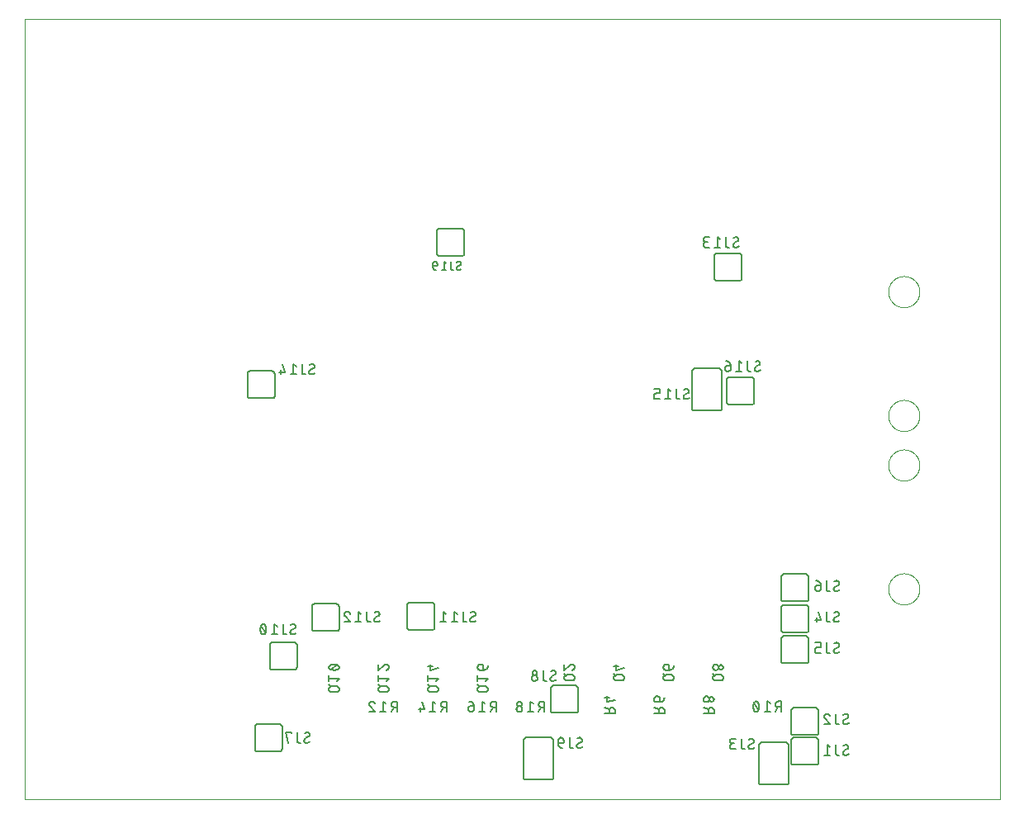
<source format=gbo>
G75*
%MOIN*%
%OFA0B0*%
%FSLAX25Y25*%
%IPPOS*%
%LPD*%
%AMOC8*
5,1,8,0,0,1.08239X$1,22.5*
%
%ADD10C,0.00000*%
%ADD11C,0.00600*%
%ADD12C,0.00800*%
D10*
X0003000Y0106000D02*
X0003000Y0420961D01*
X0396701Y0420961D01*
X0396701Y0106000D01*
X0003000Y0106000D01*
X0351701Y0191000D02*
X0351703Y0191158D01*
X0351709Y0191316D01*
X0351719Y0191474D01*
X0351733Y0191632D01*
X0351751Y0191789D01*
X0351772Y0191946D01*
X0351798Y0192102D01*
X0351828Y0192258D01*
X0351861Y0192413D01*
X0351899Y0192566D01*
X0351940Y0192719D01*
X0351985Y0192871D01*
X0352034Y0193022D01*
X0352087Y0193171D01*
X0352143Y0193319D01*
X0352203Y0193465D01*
X0352267Y0193610D01*
X0352335Y0193753D01*
X0352406Y0193895D01*
X0352480Y0194035D01*
X0352558Y0194172D01*
X0352640Y0194308D01*
X0352724Y0194442D01*
X0352813Y0194573D01*
X0352904Y0194702D01*
X0352999Y0194829D01*
X0353096Y0194954D01*
X0353197Y0195076D01*
X0353301Y0195195D01*
X0353408Y0195312D01*
X0353518Y0195426D01*
X0353631Y0195537D01*
X0353746Y0195646D01*
X0353864Y0195751D01*
X0353985Y0195853D01*
X0354108Y0195953D01*
X0354234Y0196049D01*
X0354362Y0196142D01*
X0354492Y0196232D01*
X0354625Y0196318D01*
X0354760Y0196402D01*
X0354896Y0196481D01*
X0355035Y0196558D01*
X0355176Y0196630D01*
X0355318Y0196700D01*
X0355462Y0196765D01*
X0355608Y0196827D01*
X0355755Y0196885D01*
X0355904Y0196940D01*
X0356054Y0196991D01*
X0356205Y0197038D01*
X0356357Y0197081D01*
X0356510Y0197120D01*
X0356665Y0197156D01*
X0356820Y0197187D01*
X0356976Y0197215D01*
X0357132Y0197239D01*
X0357289Y0197259D01*
X0357447Y0197275D01*
X0357604Y0197287D01*
X0357763Y0197295D01*
X0357921Y0197299D01*
X0358079Y0197299D01*
X0358237Y0197295D01*
X0358396Y0197287D01*
X0358553Y0197275D01*
X0358711Y0197259D01*
X0358868Y0197239D01*
X0359024Y0197215D01*
X0359180Y0197187D01*
X0359335Y0197156D01*
X0359490Y0197120D01*
X0359643Y0197081D01*
X0359795Y0197038D01*
X0359946Y0196991D01*
X0360096Y0196940D01*
X0360245Y0196885D01*
X0360392Y0196827D01*
X0360538Y0196765D01*
X0360682Y0196700D01*
X0360824Y0196630D01*
X0360965Y0196558D01*
X0361104Y0196481D01*
X0361240Y0196402D01*
X0361375Y0196318D01*
X0361508Y0196232D01*
X0361638Y0196142D01*
X0361766Y0196049D01*
X0361892Y0195953D01*
X0362015Y0195853D01*
X0362136Y0195751D01*
X0362254Y0195646D01*
X0362369Y0195537D01*
X0362482Y0195426D01*
X0362592Y0195312D01*
X0362699Y0195195D01*
X0362803Y0195076D01*
X0362904Y0194954D01*
X0363001Y0194829D01*
X0363096Y0194702D01*
X0363187Y0194573D01*
X0363276Y0194442D01*
X0363360Y0194308D01*
X0363442Y0194172D01*
X0363520Y0194035D01*
X0363594Y0193895D01*
X0363665Y0193753D01*
X0363733Y0193610D01*
X0363797Y0193465D01*
X0363857Y0193319D01*
X0363913Y0193171D01*
X0363966Y0193022D01*
X0364015Y0192871D01*
X0364060Y0192719D01*
X0364101Y0192566D01*
X0364139Y0192413D01*
X0364172Y0192258D01*
X0364202Y0192102D01*
X0364228Y0191946D01*
X0364249Y0191789D01*
X0364267Y0191632D01*
X0364281Y0191474D01*
X0364291Y0191316D01*
X0364297Y0191158D01*
X0364299Y0191000D01*
X0364297Y0190842D01*
X0364291Y0190684D01*
X0364281Y0190526D01*
X0364267Y0190368D01*
X0364249Y0190211D01*
X0364228Y0190054D01*
X0364202Y0189898D01*
X0364172Y0189742D01*
X0364139Y0189587D01*
X0364101Y0189434D01*
X0364060Y0189281D01*
X0364015Y0189129D01*
X0363966Y0188978D01*
X0363913Y0188829D01*
X0363857Y0188681D01*
X0363797Y0188535D01*
X0363733Y0188390D01*
X0363665Y0188247D01*
X0363594Y0188105D01*
X0363520Y0187965D01*
X0363442Y0187828D01*
X0363360Y0187692D01*
X0363276Y0187558D01*
X0363187Y0187427D01*
X0363096Y0187298D01*
X0363001Y0187171D01*
X0362904Y0187046D01*
X0362803Y0186924D01*
X0362699Y0186805D01*
X0362592Y0186688D01*
X0362482Y0186574D01*
X0362369Y0186463D01*
X0362254Y0186354D01*
X0362136Y0186249D01*
X0362015Y0186147D01*
X0361892Y0186047D01*
X0361766Y0185951D01*
X0361638Y0185858D01*
X0361508Y0185768D01*
X0361375Y0185682D01*
X0361240Y0185598D01*
X0361104Y0185519D01*
X0360965Y0185442D01*
X0360824Y0185370D01*
X0360682Y0185300D01*
X0360538Y0185235D01*
X0360392Y0185173D01*
X0360245Y0185115D01*
X0360096Y0185060D01*
X0359946Y0185009D01*
X0359795Y0184962D01*
X0359643Y0184919D01*
X0359490Y0184880D01*
X0359335Y0184844D01*
X0359180Y0184813D01*
X0359024Y0184785D01*
X0358868Y0184761D01*
X0358711Y0184741D01*
X0358553Y0184725D01*
X0358396Y0184713D01*
X0358237Y0184705D01*
X0358079Y0184701D01*
X0357921Y0184701D01*
X0357763Y0184705D01*
X0357604Y0184713D01*
X0357447Y0184725D01*
X0357289Y0184741D01*
X0357132Y0184761D01*
X0356976Y0184785D01*
X0356820Y0184813D01*
X0356665Y0184844D01*
X0356510Y0184880D01*
X0356357Y0184919D01*
X0356205Y0184962D01*
X0356054Y0185009D01*
X0355904Y0185060D01*
X0355755Y0185115D01*
X0355608Y0185173D01*
X0355462Y0185235D01*
X0355318Y0185300D01*
X0355176Y0185370D01*
X0355035Y0185442D01*
X0354896Y0185519D01*
X0354760Y0185598D01*
X0354625Y0185682D01*
X0354492Y0185768D01*
X0354362Y0185858D01*
X0354234Y0185951D01*
X0354108Y0186047D01*
X0353985Y0186147D01*
X0353864Y0186249D01*
X0353746Y0186354D01*
X0353631Y0186463D01*
X0353518Y0186574D01*
X0353408Y0186688D01*
X0353301Y0186805D01*
X0353197Y0186924D01*
X0353096Y0187046D01*
X0352999Y0187171D01*
X0352904Y0187298D01*
X0352813Y0187427D01*
X0352724Y0187558D01*
X0352640Y0187692D01*
X0352558Y0187828D01*
X0352480Y0187965D01*
X0352406Y0188105D01*
X0352335Y0188247D01*
X0352267Y0188390D01*
X0352203Y0188535D01*
X0352143Y0188681D01*
X0352087Y0188829D01*
X0352034Y0188978D01*
X0351985Y0189129D01*
X0351940Y0189281D01*
X0351899Y0189434D01*
X0351861Y0189587D01*
X0351828Y0189742D01*
X0351798Y0189898D01*
X0351772Y0190054D01*
X0351751Y0190211D01*
X0351733Y0190368D01*
X0351719Y0190526D01*
X0351709Y0190684D01*
X0351703Y0190842D01*
X0351701Y0191000D01*
X0351701Y0241000D02*
X0351703Y0241158D01*
X0351709Y0241316D01*
X0351719Y0241474D01*
X0351733Y0241632D01*
X0351751Y0241789D01*
X0351772Y0241946D01*
X0351798Y0242102D01*
X0351828Y0242258D01*
X0351861Y0242413D01*
X0351899Y0242566D01*
X0351940Y0242719D01*
X0351985Y0242871D01*
X0352034Y0243022D01*
X0352087Y0243171D01*
X0352143Y0243319D01*
X0352203Y0243465D01*
X0352267Y0243610D01*
X0352335Y0243753D01*
X0352406Y0243895D01*
X0352480Y0244035D01*
X0352558Y0244172D01*
X0352640Y0244308D01*
X0352724Y0244442D01*
X0352813Y0244573D01*
X0352904Y0244702D01*
X0352999Y0244829D01*
X0353096Y0244954D01*
X0353197Y0245076D01*
X0353301Y0245195D01*
X0353408Y0245312D01*
X0353518Y0245426D01*
X0353631Y0245537D01*
X0353746Y0245646D01*
X0353864Y0245751D01*
X0353985Y0245853D01*
X0354108Y0245953D01*
X0354234Y0246049D01*
X0354362Y0246142D01*
X0354492Y0246232D01*
X0354625Y0246318D01*
X0354760Y0246402D01*
X0354896Y0246481D01*
X0355035Y0246558D01*
X0355176Y0246630D01*
X0355318Y0246700D01*
X0355462Y0246765D01*
X0355608Y0246827D01*
X0355755Y0246885D01*
X0355904Y0246940D01*
X0356054Y0246991D01*
X0356205Y0247038D01*
X0356357Y0247081D01*
X0356510Y0247120D01*
X0356665Y0247156D01*
X0356820Y0247187D01*
X0356976Y0247215D01*
X0357132Y0247239D01*
X0357289Y0247259D01*
X0357447Y0247275D01*
X0357604Y0247287D01*
X0357763Y0247295D01*
X0357921Y0247299D01*
X0358079Y0247299D01*
X0358237Y0247295D01*
X0358396Y0247287D01*
X0358553Y0247275D01*
X0358711Y0247259D01*
X0358868Y0247239D01*
X0359024Y0247215D01*
X0359180Y0247187D01*
X0359335Y0247156D01*
X0359490Y0247120D01*
X0359643Y0247081D01*
X0359795Y0247038D01*
X0359946Y0246991D01*
X0360096Y0246940D01*
X0360245Y0246885D01*
X0360392Y0246827D01*
X0360538Y0246765D01*
X0360682Y0246700D01*
X0360824Y0246630D01*
X0360965Y0246558D01*
X0361104Y0246481D01*
X0361240Y0246402D01*
X0361375Y0246318D01*
X0361508Y0246232D01*
X0361638Y0246142D01*
X0361766Y0246049D01*
X0361892Y0245953D01*
X0362015Y0245853D01*
X0362136Y0245751D01*
X0362254Y0245646D01*
X0362369Y0245537D01*
X0362482Y0245426D01*
X0362592Y0245312D01*
X0362699Y0245195D01*
X0362803Y0245076D01*
X0362904Y0244954D01*
X0363001Y0244829D01*
X0363096Y0244702D01*
X0363187Y0244573D01*
X0363276Y0244442D01*
X0363360Y0244308D01*
X0363442Y0244172D01*
X0363520Y0244035D01*
X0363594Y0243895D01*
X0363665Y0243753D01*
X0363733Y0243610D01*
X0363797Y0243465D01*
X0363857Y0243319D01*
X0363913Y0243171D01*
X0363966Y0243022D01*
X0364015Y0242871D01*
X0364060Y0242719D01*
X0364101Y0242566D01*
X0364139Y0242413D01*
X0364172Y0242258D01*
X0364202Y0242102D01*
X0364228Y0241946D01*
X0364249Y0241789D01*
X0364267Y0241632D01*
X0364281Y0241474D01*
X0364291Y0241316D01*
X0364297Y0241158D01*
X0364299Y0241000D01*
X0364297Y0240842D01*
X0364291Y0240684D01*
X0364281Y0240526D01*
X0364267Y0240368D01*
X0364249Y0240211D01*
X0364228Y0240054D01*
X0364202Y0239898D01*
X0364172Y0239742D01*
X0364139Y0239587D01*
X0364101Y0239434D01*
X0364060Y0239281D01*
X0364015Y0239129D01*
X0363966Y0238978D01*
X0363913Y0238829D01*
X0363857Y0238681D01*
X0363797Y0238535D01*
X0363733Y0238390D01*
X0363665Y0238247D01*
X0363594Y0238105D01*
X0363520Y0237965D01*
X0363442Y0237828D01*
X0363360Y0237692D01*
X0363276Y0237558D01*
X0363187Y0237427D01*
X0363096Y0237298D01*
X0363001Y0237171D01*
X0362904Y0237046D01*
X0362803Y0236924D01*
X0362699Y0236805D01*
X0362592Y0236688D01*
X0362482Y0236574D01*
X0362369Y0236463D01*
X0362254Y0236354D01*
X0362136Y0236249D01*
X0362015Y0236147D01*
X0361892Y0236047D01*
X0361766Y0235951D01*
X0361638Y0235858D01*
X0361508Y0235768D01*
X0361375Y0235682D01*
X0361240Y0235598D01*
X0361104Y0235519D01*
X0360965Y0235442D01*
X0360824Y0235370D01*
X0360682Y0235300D01*
X0360538Y0235235D01*
X0360392Y0235173D01*
X0360245Y0235115D01*
X0360096Y0235060D01*
X0359946Y0235009D01*
X0359795Y0234962D01*
X0359643Y0234919D01*
X0359490Y0234880D01*
X0359335Y0234844D01*
X0359180Y0234813D01*
X0359024Y0234785D01*
X0358868Y0234761D01*
X0358711Y0234741D01*
X0358553Y0234725D01*
X0358396Y0234713D01*
X0358237Y0234705D01*
X0358079Y0234701D01*
X0357921Y0234701D01*
X0357763Y0234705D01*
X0357604Y0234713D01*
X0357447Y0234725D01*
X0357289Y0234741D01*
X0357132Y0234761D01*
X0356976Y0234785D01*
X0356820Y0234813D01*
X0356665Y0234844D01*
X0356510Y0234880D01*
X0356357Y0234919D01*
X0356205Y0234962D01*
X0356054Y0235009D01*
X0355904Y0235060D01*
X0355755Y0235115D01*
X0355608Y0235173D01*
X0355462Y0235235D01*
X0355318Y0235300D01*
X0355176Y0235370D01*
X0355035Y0235442D01*
X0354896Y0235519D01*
X0354760Y0235598D01*
X0354625Y0235682D01*
X0354492Y0235768D01*
X0354362Y0235858D01*
X0354234Y0235951D01*
X0354108Y0236047D01*
X0353985Y0236147D01*
X0353864Y0236249D01*
X0353746Y0236354D01*
X0353631Y0236463D01*
X0353518Y0236574D01*
X0353408Y0236688D01*
X0353301Y0236805D01*
X0353197Y0236924D01*
X0353096Y0237046D01*
X0352999Y0237171D01*
X0352904Y0237298D01*
X0352813Y0237427D01*
X0352724Y0237558D01*
X0352640Y0237692D01*
X0352558Y0237828D01*
X0352480Y0237965D01*
X0352406Y0238105D01*
X0352335Y0238247D01*
X0352267Y0238390D01*
X0352203Y0238535D01*
X0352143Y0238681D01*
X0352087Y0238829D01*
X0352034Y0238978D01*
X0351985Y0239129D01*
X0351940Y0239281D01*
X0351899Y0239434D01*
X0351861Y0239587D01*
X0351828Y0239742D01*
X0351798Y0239898D01*
X0351772Y0240054D01*
X0351751Y0240211D01*
X0351733Y0240368D01*
X0351719Y0240526D01*
X0351709Y0240684D01*
X0351703Y0240842D01*
X0351701Y0241000D01*
X0351701Y0261000D02*
X0351703Y0261158D01*
X0351709Y0261316D01*
X0351719Y0261474D01*
X0351733Y0261632D01*
X0351751Y0261789D01*
X0351772Y0261946D01*
X0351798Y0262102D01*
X0351828Y0262258D01*
X0351861Y0262413D01*
X0351899Y0262566D01*
X0351940Y0262719D01*
X0351985Y0262871D01*
X0352034Y0263022D01*
X0352087Y0263171D01*
X0352143Y0263319D01*
X0352203Y0263465D01*
X0352267Y0263610D01*
X0352335Y0263753D01*
X0352406Y0263895D01*
X0352480Y0264035D01*
X0352558Y0264172D01*
X0352640Y0264308D01*
X0352724Y0264442D01*
X0352813Y0264573D01*
X0352904Y0264702D01*
X0352999Y0264829D01*
X0353096Y0264954D01*
X0353197Y0265076D01*
X0353301Y0265195D01*
X0353408Y0265312D01*
X0353518Y0265426D01*
X0353631Y0265537D01*
X0353746Y0265646D01*
X0353864Y0265751D01*
X0353985Y0265853D01*
X0354108Y0265953D01*
X0354234Y0266049D01*
X0354362Y0266142D01*
X0354492Y0266232D01*
X0354625Y0266318D01*
X0354760Y0266402D01*
X0354896Y0266481D01*
X0355035Y0266558D01*
X0355176Y0266630D01*
X0355318Y0266700D01*
X0355462Y0266765D01*
X0355608Y0266827D01*
X0355755Y0266885D01*
X0355904Y0266940D01*
X0356054Y0266991D01*
X0356205Y0267038D01*
X0356357Y0267081D01*
X0356510Y0267120D01*
X0356665Y0267156D01*
X0356820Y0267187D01*
X0356976Y0267215D01*
X0357132Y0267239D01*
X0357289Y0267259D01*
X0357447Y0267275D01*
X0357604Y0267287D01*
X0357763Y0267295D01*
X0357921Y0267299D01*
X0358079Y0267299D01*
X0358237Y0267295D01*
X0358396Y0267287D01*
X0358553Y0267275D01*
X0358711Y0267259D01*
X0358868Y0267239D01*
X0359024Y0267215D01*
X0359180Y0267187D01*
X0359335Y0267156D01*
X0359490Y0267120D01*
X0359643Y0267081D01*
X0359795Y0267038D01*
X0359946Y0266991D01*
X0360096Y0266940D01*
X0360245Y0266885D01*
X0360392Y0266827D01*
X0360538Y0266765D01*
X0360682Y0266700D01*
X0360824Y0266630D01*
X0360965Y0266558D01*
X0361104Y0266481D01*
X0361240Y0266402D01*
X0361375Y0266318D01*
X0361508Y0266232D01*
X0361638Y0266142D01*
X0361766Y0266049D01*
X0361892Y0265953D01*
X0362015Y0265853D01*
X0362136Y0265751D01*
X0362254Y0265646D01*
X0362369Y0265537D01*
X0362482Y0265426D01*
X0362592Y0265312D01*
X0362699Y0265195D01*
X0362803Y0265076D01*
X0362904Y0264954D01*
X0363001Y0264829D01*
X0363096Y0264702D01*
X0363187Y0264573D01*
X0363276Y0264442D01*
X0363360Y0264308D01*
X0363442Y0264172D01*
X0363520Y0264035D01*
X0363594Y0263895D01*
X0363665Y0263753D01*
X0363733Y0263610D01*
X0363797Y0263465D01*
X0363857Y0263319D01*
X0363913Y0263171D01*
X0363966Y0263022D01*
X0364015Y0262871D01*
X0364060Y0262719D01*
X0364101Y0262566D01*
X0364139Y0262413D01*
X0364172Y0262258D01*
X0364202Y0262102D01*
X0364228Y0261946D01*
X0364249Y0261789D01*
X0364267Y0261632D01*
X0364281Y0261474D01*
X0364291Y0261316D01*
X0364297Y0261158D01*
X0364299Y0261000D01*
X0364297Y0260842D01*
X0364291Y0260684D01*
X0364281Y0260526D01*
X0364267Y0260368D01*
X0364249Y0260211D01*
X0364228Y0260054D01*
X0364202Y0259898D01*
X0364172Y0259742D01*
X0364139Y0259587D01*
X0364101Y0259434D01*
X0364060Y0259281D01*
X0364015Y0259129D01*
X0363966Y0258978D01*
X0363913Y0258829D01*
X0363857Y0258681D01*
X0363797Y0258535D01*
X0363733Y0258390D01*
X0363665Y0258247D01*
X0363594Y0258105D01*
X0363520Y0257965D01*
X0363442Y0257828D01*
X0363360Y0257692D01*
X0363276Y0257558D01*
X0363187Y0257427D01*
X0363096Y0257298D01*
X0363001Y0257171D01*
X0362904Y0257046D01*
X0362803Y0256924D01*
X0362699Y0256805D01*
X0362592Y0256688D01*
X0362482Y0256574D01*
X0362369Y0256463D01*
X0362254Y0256354D01*
X0362136Y0256249D01*
X0362015Y0256147D01*
X0361892Y0256047D01*
X0361766Y0255951D01*
X0361638Y0255858D01*
X0361508Y0255768D01*
X0361375Y0255682D01*
X0361240Y0255598D01*
X0361104Y0255519D01*
X0360965Y0255442D01*
X0360824Y0255370D01*
X0360682Y0255300D01*
X0360538Y0255235D01*
X0360392Y0255173D01*
X0360245Y0255115D01*
X0360096Y0255060D01*
X0359946Y0255009D01*
X0359795Y0254962D01*
X0359643Y0254919D01*
X0359490Y0254880D01*
X0359335Y0254844D01*
X0359180Y0254813D01*
X0359024Y0254785D01*
X0358868Y0254761D01*
X0358711Y0254741D01*
X0358553Y0254725D01*
X0358396Y0254713D01*
X0358237Y0254705D01*
X0358079Y0254701D01*
X0357921Y0254701D01*
X0357763Y0254705D01*
X0357604Y0254713D01*
X0357447Y0254725D01*
X0357289Y0254741D01*
X0357132Y0254761D01*
X0356976Y0254785D01*
X0356820Y0254813D01*
X0356665Y0254844D01*
X0356510Y0254880D01*
X0356357Y0254919D01*
X0356205Y0254962D01*
X0356054Y0255009D01*
X0355904Y0255060D01*
X0355755Y0255115D01*
X0355608Y0255173D01*
X0355462Y0255235D01*
X0355318Y0255300D01*
X0355176Y0255370D01*
X0355035Y0255442D01*
X0354896Y0255519D01*
X0354760Y0255598D01*
X0354625Y0255682D01*
X0354492Y0255768D01*
X0354362Y0255858D01*
X0354234Y0255951D01*
X0354108Y0256047D01*
X0353985Y0256147D01*
X0353864Y0256249D01*
X0353746Y0256354D01*
X0353631Y0256463D01*
X0353518Y0256574D01*
X0353408Y0256688D01*
X0353301Y0256805D01*
X0353197Y0256924D01*
X0353096Y0257046D01*
X0352999Y0257171D01*
X0352904Y0257298D01*
X0352813Y0257427D01*
X0352724Y0257558D01*
X0352640Y0257692D01*
X0352558Y0257828D01*
X0352480Y0257965D01*
X0352406Y0258105D01*
X0352335Y0258247D01*
X0352267Y0258390D01*
X0352203Y0258535D01*
X0352143Y0258681D01*
X0352087Y0258829D01*
X0352034Y0258978D01*
X0351985Y0259129D01*
X0351940Y0259281D01*
X0351899Y0259434D01*
X0351861Y0259587D01*
X0351828Y0259742D01*
X0351798Y0259898D01*
X0351772Y0260054D01*
X0351751Y0260211D01*
X0351733Y0260368D01*
X0351719Y0260526D01*
X0351709Y0260684D01*
X0351703Y0260842D01*
X0351701Y0261000D01*
X0351701Y0311000D02*
X0351703Y0311158D01*
X0351709Y0311316D01*
X0351719Y0311474D01*
X0351733Y0311632D01*
X0351751Y0311789D01*
X0351772Y0311946D01*
X0351798Y0312102D01*
X0351828Y0312258D01*
X0351861Y0312413D01*
X0351899Y0312566D01*
X0351940Y0312719D01*
X0351985Y0312871D01*
X0352034Y0313022D01*
X0352087Y0313171D01*
X0352143Y0313319D01*
X0352203Y0313465D01*
X0352267Y0313610D01*
X0352335Y0313753D01*
X0352406Y0313895D01*
X0352480Y0314035D01*
X0352558Y0314172D01*
X0352640Y0314308D01*
X0352724Y0314442D01*
X0352813Y0314573D01*
X0352904Y0314702D01*
X0352999Y0314829D01*
X0353096Y0314954D01*
X0353197Y0315076D01*
X0353301Y0315195D01*
X0353408Y0315312D01*
X0353518Y0315426D01*
X0353631Y0315537D01*
X0353746Y0315646D01*
X0353864Y0315751D01*
X0353985Y0315853D01*
X0354108Y0315953D01*
X0354234Y0316049D01*
X0354362Y0316142D01*
X0354492Y0316232D01*
X0354625Y0316318D01*
X0354760Y0316402D01*
X0354896Y0316481D01*
X0355035Y0316558D01*
X0355176Y0316630D01*
X0355318Y0316700D01*
X0355462Y0316765D01*
X0355608Y0316827D01*
X0355755Y0316885D01*
X0355904Y0316940D01*
X0356054Y0316991D01*
X0356205Y0317038D01*
X0356357Y0317081D01*
X0356510Y0317120D01*
X0356665Y0317156D01*
X0356820Y0317187D01*
X0356976Y0317215D01*
X0357132Y0317239D01*
X0357289Y0317259D01*
X0357447Y0317275D01*
X0357604Y0317287D01*
X0357763Y0317295D01*
X0357921Y0317299D01*
X0358079Y0317299D01*
X0358237Y0317295D01*
X0358396Y0317287D01*
X0358553Y0317275D01*
X0358711Y0317259D01*
X0358868Y0317239D01*
X0359024Y0317215D01*
X0359180Y0317187D01*
X0359335Y0317156D01*
X0359490Y0317120D01*
X0359643Y0317081D01*
X0359795Y0317038D01*
X0359946Y0316991D01*
X0360096Y0316940D01*
X0360245Y0316885D01*
X0360392Y0316827D01*
X0360538Y0316765D01*
X0360682Y0316700D01*
X0360824Y0316630D01*
X0360965Y0316558D01*
X0361104Y0316481D01*
X0361240Y0316402D01*
X0361375Y0316318D01*
X0361508Y0316232D01*
X0361638Y0316142D01*
X0361766Y0316049D01*
X0361892Y0315953D01*
X0362015Y0315853D01*
X0362136Y0315751D01*
X0362254Y0315646D01*
X0362369Y0315537D01*
X0362482Y0315426D01*
X0362592Y0315312D01*
X0362699Y0315195D01*
X0362803Y0315076D01*
X0362904Y0314954D01*
X0363001Y0314829D01*
X0363096Y0314702D01*
X0363187Y0314573D01*
X0363276Y0314442D01*
X0363360Y0314308D01*
X0363442Y0314172D01*
X0363520Y0314035D01*
X0363594Y0313895D01*
X0363665Y0313753D01*
X0363733Y0313610D01*
X0363797Y0313465D01*
X0363857Y0313319D01*
X0363913Y0313171D01*
X0363966Y0313022D01*
X0364015Y0312871D01*
X0364060Y0312719D01*
X0364101Y0312566D01*
X0364139Y0312413D01*
X0364172Y0312258D01*
X0364202Y0312102D01*
X0364228Y0311946D01*
X0364249Y0311789D01*
X0364267Y0311632D01*
X0364281Y0311474D01*
X0364291Y0311316D01*
X0364297Y0311158D01*
X0364299Y0311000D01*
X0364297Y0310842D01*
X0364291Y0310684D01*
X0364281Y0310526D01*
X0364267Y0310368D01*
X0364249Y0310211D01*
X0364228Y0310054D01*
X0364202Y0309898D01*
X0364172Y0309742D01*
X0364139Y0309587D01*
X0364101Y0309434D01*
X0364060Y0309281D01*
X0364015Y0309129D01*
X0363966Y0308978D01*
X0363913Y0308829D01*
X0363857Y0308681D01*
X0363797Y0308535D01*
X0363733Y0308390D01*
X0363665Y0308247D01*
X0363594Y0308105D01*
X0363520Y0307965D01*
X0363442Y0307828D01*
X0363360Y0307692D01*
X0363276Y0307558D01*
X0363187Y0307427D01*
X0363096Y0307298D01*
X0363001Y0307171D01*
X0362904Y0307046D01*
X0362803Y0306924D01*
X0362699Y0306805D01*
X0362592Y0306688D01*
X0362482Y0306574D01*
X0362369Y0306463D01*
X0362254Y0306354D01*
X0362136Y0306249D01*
X0362015Y0306147D01*
X0361892Y0306047D01*
X0361766Y0305951D01*
X0361638Y0305858D01*
X0361508Y0305768D01*
X0361375Y0305682D01*
X0361240Y0305598D01*
X0361104Y0305519D01*
X0360965Y0305442D01*
X0360824Y0305370D01*
X0360682Y0305300D01*
X0360538Y0305235D01*
X0360392Y0305173D01*
X0360245Y0305115D01*
X0360096Y0305060D01*
X0359946Y0305009D01*
X0359795Y0304962D01*
X0359643Y0304919D01*
X0359490Y0304880D01*
X0359335Y0304844D01*
X0359180Y0304813D01*
X0359024Y0304785D01*
X0358868Y0304761D01*
X0358711Y0304741D01*
X0358553Y0304725D01*
X0358396Y0304713D01*
X0358237Y0304705D01*
X0358079Y0304701D01*
X0357921Y0304701D01*
X0357763Y0304705D01*
X0357604Y0304713D01*
X0357447Y0304725D01*
X0357289Y0304741D01*
X0357132Y0304761D01*
X0356976Y0304785D01*
X0356820Y0304813D01*
X0356665Y0304844D01*
X0356510Y0304880D01*
X0356357Y0304919D01*
X0356205Y0304962D01*
X0356054Y0305009D01*
X0355904Y0305060D01*
X0355755Y0305115D01*
X0355608Y0305173D01*
X0355462Y0305235D01*
X0355318Y0305300D01*
X0355176Y0305370D01*
X0355035Y0305442D01*
X0354896Y0305519D01*
X0354760Y0305598D01*
X0354625Y0305682D01*
X0354492Y0305768D01*
X0354362Y0305858D01*
X0354234Y0305951D01*
X0354108Y0306047D01*
X0353985Y0306147D01*
X0353864Y0306249D01*
X0353746Y0306354D01*
X0353631Y0306463D01*
X0353518Y0306574D01*
X0353408Y0306688D01*
X0353301Y0306805D01*
X0353197Y0306924D01*
X0353096Y0307046D01*
X0352999Y0307171D01*
X0352904Y0307298D01*
X0352813Y0307427D01*
X0352724Y0307558D01*
X0352640Y0307692D01*
X0352558Y0307828D01*
X0352480Y0307965D01*
X0352406Y0308105D01*
X0352335Y0308247D01*
X0352267Y0308390D01*
X0352203Y0308535D01*
X0352143Y0308681D01*
X0352087Y0308829D01*
X0352034Y0308978D01*
X0351985Y0309129D01*
X0351940Y0309281D01*
X0351899Y0309434D01*
X0351861Y0309587D01*
X0351828Y0309742D01*
X0351798Y0309898D01*
X0351772Y0310054D01*
X0351751Y0310211D01*
X0351733Y0310368D01*
X0351719Y0310526D01*
X0351709Y0310684D01*
X0351703Y0310842D01*
X0351701Y0311000D01*
D11*
X0297500Y0275500D02*
X0297500Y0266500D01*
X0297498Y0266440D01*
X0297493Y0266379D01*
X0297484Y0266320D01*
X0297471Y0266261D01*
X0297455Y0266202D01*
X0297435Y0266145D01*
X0297412Y0266090D01*
X0297385Y0266035D01*
X0297356Y0265983D01*
X0297323Y0265932D01*
X0297287Y0265883D01*
X0297249Y0265837D01*
X0297207Y0265793D01*
X0297163Y0265751D01*
X0297117Y0265713D01*
X0297068Y0265677D01*
X0297017Y0265644D01*
X0296965Y0265615D01*
X0296910Y0265588D01*
X0296855Y0265565D01*
X0296798Y0265545D01*
X0296739Y0265529D01*
X0296680Y0265516D01*
X0296621Y0265507D01*
X0296560Y0265502D01*
X0296500Y0265500D01*
X0287500Y0265500D01*
X0287440Y0265502D01*
X0287379Y0265507D01*
X0287320Y0265516D01*
X0287261Y0265529D01*
X0287202Y0265545D01*
X0287145Y0265565D01*
X0287090Y0265588D01*
X0287035Y0265615D01*
X0286983Y0265644D01*
X0286932Y0265677D01*
X0286883Y0265713D01*
X0286837Y0265751D01*
X0286793Y0265793D01*
X0286751Y0265837D01*
X0286713Y0265883D01*
X0286677Y0265932D01*
X0286644Y0265983D01*
X0286615Y0266035D01*
X0286588Y0266090D01*
X0286565Y0266145D01*
X0286545Y0266202D01*
X0286529Y0266261D01*
X0286516Y0266320D01*
X0286507Y0266379D01*
X0286502Y0266440D01*
X0286500Y0266500D01*
X0286500Y0275500D01*
X0286502Y0275560D01*
X0286507Y0275621D01*
X0286516Y0275680D01*
X0286529Y0275739D01*
X0286545Y0275798D01*
X0286565Y0275855D01*
X0286588Y0275910D01*
X0286615Y0275965D01*
X0286644Y0276017D01*
X0286677Y0276068D01*
X0286713Y0276117D01*
X0286751Y0276163D01*
X0286793Y0276207D01*
X0286837Y0276249D01*
X0286883Y0276287D01*
X0286932Y0276323D01*
X0286983Y0276356D01*
X0287035Y0276385D01*
X0287090Y0276412D01*
X0287145Y0276435D01*
X0287202Y0276455D01*
X0287261Y0276471D01*
X0287320Y0276484D01*
X0287379Y0276493D01*
X0287440Y0276498D01*
X0287500Y0276500D01*
X0296500Y0276500D01*
X0296560Y0276498D01*
X0296621Y0276493D01*
X0296680Y0276484D01*
X0296739Y0276471D01*
X0296798Y0276455D01*
X0296855Y0276435D01*
X0296910Y0276412D01*
X0296965Y0276385D01*
X0297017Y0276356D01*
X0297068Y0276323D01*
X0297117Y0276287D01*
X0297163Y0276249D01*
X0297207Y0276207D01*
X0297249Y0276163D01*
X0297287Y0276117D01*
X0297323Y0276068D01*
X0297356Y0276017D01*
X0297385Y0275965D01*
X0297412Y0275910D01*
X0297435Y0275855D01*
X0297455Y0275798D01*
X0297471Y0275739D01*
X0297484Y0275680D01*
X0297493Y0275621D01*
X0297498Y0275560D01*
X0297500Y0275500D01*
X0284500Y0279000D02*
X0284500Y0264000D01*
X0284498Y0263940D01*
X0284493Y0263879D01*
X0284484Y0263820D01*
X0284471Y0263761D01*
X0284455Y0263702D01*
X0284435Y0263645D01*
X0284412Y0263590D01*
X0284385Y0263535D01*
X0284356Y0263483D01*
X0284323Y0263432D01*
X0284287Y0263383D01*
X0284249Y0263337D01*
X0284207Y0263293D01*
X0284163Y0263251D01*
X0284117Y0263213D01*
X0284068Y0263177D01*
X0284017Y0263144D01*
X0283965Y0263115D01*
X0283910Y0263088D01*
X0283855Y0263065D01*
X0283798Y0263045D01*
X0283739Y0263029D01*
X0283680Y0263016D01*
X0283621Y0263007D01*
X0283560Y0263002D01*
X0283500Y0263000D01*
X0273500Y0263000D01*
X0273440Y0263002D01*
X0273379Y0263007D01*
X0273320Y0263016D01*
X0273261Y0263029D01*
X0273202Y0263045D01*
X0273145Y0263065D01*
X0273090Y0263088D01*
X0273035Y0263115D01*
X0272983Y0263144D01*
X0272932Y0263177D01*
X0272883Y0263213D01*
X0272837Y0263251D01*
X0272793Y0263293D01*
X0272751Y0263337D01*
X0272713Y0263383D01*
X0272677Y0263432D01*
X0272644Y0263483D01*
X0272615Y0263535D01*
X0272588Y0263590D01*
X0272565Y0263645D01*
X0272545Y0263702D01*
X0272529Y0263761D01*
X0272516Y0263820D01*
X0272507Y0263879D01*
X0272502Y0263940D01*
X0272500Y0264000D01*
X0272500Y0279000D01*
X0272502Y0279060D01*
X0272507Y0279121D01*
X0272516Y0279180D01*
X0272529Y0279239D01*
X0272545Y0279298D01*
X0272565Y0279355D01*
X0272588Y0279410D01*
X0272615Y0279465D01*
X0272644Y0279517D01*
X0272677Y0279568D01*
X0272713Y0279617D01*
X0272751Y0279663D01*
X0272793Y0279707D01*
X0272837Y0279749D01*
X0272883Y0279787D01*
X0272932Y0279823D01*
X0272983Y0279856D01*
X0273035Y0279885D01*
X0273090Y0279912D01*
X0273145Y0279935D01*
X0273202Y0279955D01*
X0273261Y0279971D01*
X0273320Y0279984D01*
X0273379Y0279993D01*
X0273440Y0279998D01*
X0273500Y0280000D01*
X0283500Y0280000D01*
X0283560Y0279998D01*
X0283621Y0279993D01*
X0283680Y0279984D01*
X0283739Y0279971D01*
X0283798Y0279955D01*
X0283855Y0279935D01*
X0283910Y0279912D01*
X0283965Y0279885D01*
X0284017Y0279856D01*
X0284068Y0279823D01*
X0284117Y0279787D01*
X0284163Y0279749D01*
X0284207Y0279707D01*
X0284249Y0279663D01*
X0284287Y0279617D01*
X0284323Y0279568D01*
X0284356Y0279517D01*
X0284385Y0279465D01*
X0284412Y0279410D01*
X0284435Y0279355D01*
X0284455Y0279298D01*
X0284471Y0279239D01*
X0284484Y0279180D01*
X0284493Y0279121D01*
X0284498Y0279060D01*
X0284500Y0279000D01*
X0282500Y0315500D02*
X0291500Y0315500D01*
X0291560Y0315502D01*
X0291621Y0315507D01*
X0291680Y0315516D01*
X0291739Y0315529D01*
X0291798Y0315545D01*
X0291855Y0315565D01*
X0291910Y0315588D01*
X0291965Y0315615D01*
X0292017Y0315644D01*
X0292068Y0315677D01*
X0292117Y0315713D01*
X0292163Y0315751D01*
X0292207Y0315793D01*
X0292249Y0315837D01*
X0292287Y0315883D01*
X0292323Y0315932D01*
X0292356Y0315983D01*
X0292385Y0316035D01*
X0292412Y0316090D01*
X0292435Y0316145D01*
X0292455Y0316202D01*
X0292471Y0316261D01*
X0292484Y0316320D01*
X0292493Y0316379D01*
X0292498Y0316440D01*
X0292500Y0316500D01*
X0292500Y0325500D01*
X0292498Y0325560D01*
X0292493Y0325621D01*
X0292484Y0325680D01*
X0292471Y0325739D01*
X0292455Y0325798D01*
X0292435Y0325855D01*
X0292412Y0325910D01*
X0292385Y0325965D01*
X0292356Y0326017D01*
X0292323Y0326068D01*
X0292287Y0326117D01*
X0292249Y0326163D01*
X0292207Y0326207D01*
X0292163Y0326249D01*
X0292117Y0326287D01*
X0292068Y0326323D01*
X0292017Y0326356D01*
X0291965Y0326385D01*
X0291910Y0326412D01*
X0291855Y0326435D01*
X0291798Y0326455D01*
X0291739Y0326471D01*
X0291680Y0326484D01*
X0291621Y0326493D01*
X0291560Y0326498D01*
X0291500Y0326500D01*
X0282500Y0326500D01*
X0282440Y0326498D01*
X0282379Y0326493D01*
X0282320Y0326484D01*
X0282261Y0326471D01*
X0282202Y0326455D01*
X0282145Y0326435D01*
X0282090Y0326412D01*
X0282035Y0326385D01*
X0281983Y0326356D01*
X0281932Y0326323D01*
X0281883Y0326287D01*
X0281837Y0326249D01*
X0281793Y0326207D01*
X0281751Y0326163D01*
X0281713Y0326117D01*
X0281677Y0326068D01*
X0281644Y0326017D01*
X0281615Y0325965D01*
X0281588Y0325910D01*
X0281565Y0325855D01*
X0281545Y0325798D01*
X0281529Y0325739D01*
X0281516Y0325680D01*
X0281507Y0325621D01*
X0281502Y0325560D01*
X0281500Y0325500D01*
X0281500Y0316500D01*
X0281502Y0316440D01*
X0281507Y0316379D01*
X0281516Y0316320D01*
X0281529Y0316261D01*
X0281545Y0316202D01*
X0281565Y0316145D01*
X0281588Y0316090D01*
X0281615Y0316035D01*
X0281644Y0315983D01*
X0281677Y0315932D01*
X0281713Y0315883D01*
X0281751Y0315837D01*
X0281793Y0315793D01*
X0281837Y0315751D01*
X0281883Y0315713D01*
X0281932Y0315677D01*
X0281983Y0315644D01*
X0282035Y0315615D01*
X0282090Y0315588D01*
X0282145Y0315565D01*
X0282202Y0315545D01*
X0282261Y0315529D01*
X0282320Y0315516D01*
X0282379Y0315507D01*
X0282440Y0315502D01*
X0282500Y0315500D01*
X0309500Y0197000D02*
X0318500Y0197000D01*
X0318560Y0196998D01*
X0318621Y0196993D01*
X0318680Y0196984D01*
X0318739Y0196971D01*
X0318798Y0196955D01*
X0318855Y0196935D01*
X0318910Y0196912D01*
X0318965Y0196885D01*
X0319017Y0196856D01*
X0319068Y0196823D01*
X0319117Y0196787D01*
X0319163Y0196749D01*
X0319207Y0196707D01*
X0319249Y0196663D01*
X0319287Y0196617D01*
X0319323Y0196568D01*
X0319356Y0196517D01*
X0319385Y0196465D01*
X0319412Y0196410D01*
X0319435Y0196355D01*
X0319455Y0196298D01*
X0319471Y0196239D01*
X0319484Y0196180D01*
X0319493Y0196121D01*
X0319498Y0196060D01*
X0319500Y0196000D01*
X0319500Y0187000D01*
X0319498Y0186940D01*
X0319493Y0186879D01*
X0319484Y0186820D01*
X0319471Y0186761D01*
X0319455Y0186702D01*
X0319435Y0186645D01*
X0319412Y0186590D01*
X0319385Y0186535D01*
X0319356Y0186483D01*
X0319323Y0186432D01*
X0319287Y0186383D01*
X0319249Y0186337D01*
X0319207Y0186293D01*
X0319163Y0186251D01*
X0319117Y0186213D01*
X0319068Y0186177D01*
X0319017Y0186144D01*
X0318965Y0186115D01*
X0318910Y0186088D01*
X0318855Y0186065D01*
X0318798Y0186045D01*
X0318739Y0186029D01*
X0318680Y0186016D01*
X0318621Y0186007D01*
X0318560Y0186002D01*
X0318500Y0186000D01*
X0309500Y0186000D01*
X0309440Y0186002D01*
X0309379Y0186007D01*
X0309320Y0186016D01*
X0309261Y0186029D01*
X0309202Y0186045D01*
X0309145Y0186065D01*
X0309090Y0186088D01*
X0309035Y0186115D01*
X0308983Y0186144D01*
X0308932Y0186177D01*
X0308883Y0186213D01*
X0308837Y0186251D01*
X0308793Y0186293D01*
X0308751Y0186337D01*
X0308713Y0186383D01*
X0308677Y0186432D01*
X0308644Y0186483D01*
X0308615Y0186535D01*
X0308588Y0186590D01*
X0308565Y0186645D01*
X0308545Y0186702D01*
X0308529Y0186761D01*
X0308516Y0186820D01*
X0308507Y0186879D01*
X0308502Y0186940D01*
X0308500Y0187000D01*
X0308500Y0196000D01*
X0308502Y0196060D01*
X0308507Y0196121D01*
X0308516Y0196180D01*
X0308529Y0196239D01*
X0308545Y0196298D01*
X0308565Y0196355D01*
X0308588Y0196410D01*
X0308615Y0196465D01*
X0308644Y0196517D01*
X0308677Y0196568D01*
X0308713Y0196617D01*
X0308751Y0196663D01*
X0308793Y0196707D01*
X0308837Y0196749D01*
X0308883Y0196787D01*
X0308932Y0196823D01*
X0308983Y0196856D01*
X0309035Y0196885D01*
X0309090Y0196912D01*
X0309145Y0196935D01*
X0309202Y0196955D01*
X0309261Y0196971D01*
X0309320Y0196984D01*
X0309379Y0196993D01*
X0309440Y0196998D01*
X0309500Y0197000D01*
X0309500Y0184500D02*
X0318500Y0184500D01*
X0318560Y0184498D01*
X0318621Y0184493D01*
X0318680Y0184484D01*
X0318739Y0184471D01*
X0318798Y0184455D01*
X0318855Y0184435D01*
X0318910Y0184412D01*
X0318965Y0184385D01*
X0319017Y0184356D01*
X0319068Y0184323D01*
X0319117Y0184287D01*
X0319163Y0184249D01*
X0319207Y0184207D01*
X0319249Y0184163D01*
X0319287Y0184117D01*
X0319323Y0184068D01*
X0319356Y0184017D01*
X0319385Y0183965D01*
X0319412Y0183910D01*
X0319435Y0183855D01*
X0319455Y0183798D01*
X0319471Y0183739D01*
X0319484Y0183680D01*
X0319493Y0183621D01*
X0319498Y0183560D01*
X0319500Y0183500D01*
X0319500Y0174500D01*
X0319498Y0174440D01*
X0319493Y0174379D01*
X0319484Y0174320D01*
X0319471Y0174261D01*
X0319455Y0174202D01*
X0319435Y0174145D01*
X0319412Y0174090D01*
X0319385Y0174035D01*
X0319356Y0173983D01*
X0319323Y0173932D01*
X0319287Y0173883D01*
X0319249Y0173837D01*
X0319207Y0173793D01*
X0319163Y0173751D01*
X0319117Y0173713D01*
X0319068Y0173677D01*
X0319017Y0173644D01*
X0318965Y0173615D01*
X0318910Y0173588D01*
X0318855Y0173565D01*
X0318798Y0173545D01*
X0318739Y0173529D01*
X0318680Y0173516D01*
X0318621Y0173507D01*
X0318560Y0173502D01*
X0318500Y0173500D01*
X0309500Y0173500D01*
X0309440Y0173502D01*
X0309379Y0173507D01*
X0309320Y0173516D01*
X0309261Y0173529D01*
X0309202Y0173545D01*
X0309145Y0173565D01*
X0309090Y0173588D01*
X0309035Y0173615D01*
X0308983Y0173644D01*
X0308932Y0173677D01*
X0308883Y0173713D01*
X0308837Y0173751D01*
X0308793Y0173793D01*
X0308751Y0173837D01*
X0308713Y0173883D01*
X0308677Y0173932D01*
X0308644Y0173983D01*
X0308615Y0174035D01*
X0308588Y0174090D01*
X0308565Y0174145D01*
X0308545Y0174202D01*
X0308529Y0174261D01*
X0308516Y0174320D01*
X0308507Y0174379D01*
X0308502Y0174440D01*
X0308500Y0174500D01*
X0308500Y0183500D01*
X0308502Y0183560D01*
X0308507Y0183621D01*
X0308516Y0183680D01*
X0308529Y0183739D01*
X0308545Y0183798D01*
X0308565Y0183855D01*
X0308588Y0183910D01*
X0308615Y0183965D01*
X0308644Y0184017D01*
X0308677Y0184068D01*
X0308713Y0184117D01*
X0308751Y0184163D01*
X0308793Y0184207D01*
X0308837Y0184249D01*
X0308883Y0184287D01*
X0308932Y0184323D01*
X0308983Y0184356D01*
X0309035Y0184385D01*
X0309090Y0184412D01*
X0309145Y0184435D01*
X0309202Y0184455D01*
X0309261Y0184471D01*
X0309320Y0184484D01*
X0309379Y0184493D01*
X0309440Y0184498D01*
X0309500Y0184500D01*
X0309500Y0172000D02*
X0318500Y0172000D01*
X0318560Y0171998D01*
X0318621Y0171993D01*
X0318680Y0171984D01*
X0318739Y0171971D01*
X0318798Y0171955D01*
X0318855Y0171935D01*
X0318910Y0171912D01*
X0318965Y0171885D01*
X0319017Y0171856D01*
X0319068Y0171823D01*
X0319117Y0171787D01*
X0319163Y0171749D01*
X0319207Y0171707D01*
X0319249Y0171663D01*
X0319287Y0171617D01*
X0319323Y0171568D01*
X0319356Y0171517D01*
X0319385Y0171465D01*
X0319412Y0171410D01*
X0319435Y0171355D01*
X0319455Y0171298D01*
X0319471Y0171239D01*
X0319484Y0171180D01*
X0319493Y0171121D01*
X0319498Y0171060D01*
X0319500Y0171000D01*
X0319500Y0162000D01*
X0319498Y0161940D01*
X0319493Y0161879D01*
X0319484Y0161820D01*
X0319471Y0161761D01*
X0319455Y0161702D01*
X0319435Y0161645D01*
X0319412Y0161590D01*
X0319385Y0161535D01*
X0319356Y0161483D01*
X0319323Y0161432D01*
X0319287Y0161383D01*
X0319249Y0161337D01*
X0319207Y0161293D01*
X0319163Y0161251D01*
X0319117Y0161213D01*
X0319068Y0161177D01*
X0319017Y0161144D01*
X0318965Y0161115D01*
X0318910Y0161088D01*
X0318855Y0161065D01*
X0318798Y0161045D01*
X0318739Y0161029D01*
X0318680Y0161016D01*
X0318621Y0161007D01*
X0318560Y0161002D01*
X0318500Y0161000D01*
X0309500Y0161000D01*
X0309440Y0161002D01*
X0309379Y0161007D01*
X0309320Y0161016D01*
X0309261Y0161029D01*
X0309202Y0161045D01*
X0309145Y0161065D01*
X0309090Y0161088D01*
X0309035Y0161115D01*
X0308983Y0161144D01*
X0308932Y0161177D01*
X0308883Y0161213D01*
X0308837Y0161251D01*
X0308793Y0161293D01*
X0308751Y0161337D01*
X0308713Y0161383D01*
X0308677Y0161432D01*
X0308644Y0161483D01*
X0308615Y0161535D01*
X0308588Y0161590D01*
X0308565Y0161645D01*
X0308545Y0161702D01*
X0308529Y0161761D01*
X0308516Y0161820D01*
X0308507Y0161879D01*
X0308502Y0161940D01*
X0308500Y0162000D01*
X0308500Y0171000D01*
X0308502Y0171060D01*
X0308507Y0171121D01*
X0308516Y0171180D01*
X0308529Y0171239D01*
X0308545Y0171298D01*
X0308565Y0171355D01*
X0308588Y0171410D01*
X0308615Y0171465D01*
X0308644Y0171517D01*
X0308677Y0171568D01*
X0308713Y0171617D01*
X0308751Y0171663D01*
X0308793Y0171707D01*
X0308837Y0171749D01*
X0308883Y0171787D01*
X0308932Y0171823D01*
X0308983Y0171856D01*
X0309035Y0171885D01*
X0309090Y0171912D01*
X0309145Y0171935D01*
X0309202Y0171955D01*
X0309261Y0171971D01*
X0309320Y0171984D01*
X0309379Y0171993D01*
X0309440Y0171998D01*
X0309500Y0172000D01*
X0313500Y0143000D02*
X0322500Y0143000D01*
X0322560Y0142998D01*
X0322621Y0142993D01*
X0322680Y0142984D01*
X0322739Y0142971D01*
X0322798Y0142955D01*
X0322855Y0142935D01*
X0322910Y0142912D01*
X0322965Y0142885D01*
X0323017Y0142856D01*
X0323068Y0142823D01*
X0323117Y0142787D01*
X0323163Y0142749D01*
X0323207Y0142707D01*
X0323249Y0142663D01*
X0323287Y0142617D01*
X0323323Y0142568D01*
X0323356Y0142517D01*
X0323385Y0142465D01*
X0323412Y0142410D01*
X0323435Y0142355D01*
X0323455Y0142298D01*
X0323471Y0142239D01*
X0323484Y0142180D01*
X0323493Y0142121D01*
X0323498Y0142060D01*
X0323500Y0142000D01*
X0323500Y0133000D01*
X0323498Y0132940D01*
X0323493Y0132879D01*
X0323484Y0132820D01*
X0323471Y0132761D01*
X0323455Y0132702D01*
X0323435Y0132645D01*
X0323412Y0132590D01*
X0323385Y0132535D01*
X0323356Y0132483D01*
X0323323Y0132432D01*
X0323287Y0132383D01*
X0323249Y0132337D01*
X0323207Y0132293D01*
X0323163Y0132251D01*
X0323117Y0132213D01*
X0323068Y0132177D01*
X0323017Y0132144D01*
X0322965Y0132115D01*
X0322910Y0132088D01*
X0322855Y0132065D01*
X0322798Y0132045D01*
X0322739Y0132029D01*
X0322680Y0132016D01*
X0322621Y0132007D01*
X0322560Y0132002D01*
X0322500Y0132000D01*
X0313500Y0132000D01*
X0313440Y0132002D01*
X0313379Y0132007D01*
X0313320Y0132016D01*
X0313261Y0132029D01*
X0313202Y0132045D01*
X0313145Y0132065D01*
X0313090Y0132088D01*
X0313035Y0132115D01*
X0312983Y0132144D01*
X0312932Y0132177D01*
X0312883Y0132213D01*
X0312837Y0132251D01*
X0312793Y0132293D01*
X0312751Y0132337D01*
X0312713Y0132383D01*
X0312677Y0132432D01*
X0312644Y0132483D01*
X0312615Y0132535D01*
X0312588Y0132590D01*
X0312565Y0132645D01*
X0312545Y0132702D01*
X0312529Y0132761D01*
X0312516Y0132820D01*
X0312507Y0132879D01*
X0312502Y0132940D01*
X0312500Y0133000D01*
X0312500Y0142000D01*
X0312502Y0142060D01*
X0312507Y0142121D01*
X0312516Y0142180D01*
X0312529Y0142239D01*
X0312545Y0142298D01*
X0312565Y0142355D01*
X0312588Y0142410D01*
X0312615Y0142465D01*
X0312644Y0142517D01*
X0312677Y0142568D01*
X0312713Y0142617D01*
X0312751Y0142663D01*
X0312793Y0142707D01*
X0312837Y0142749D01*
X0312883Y0142787D01*
X0312932Y0142823D01*
X0312983Y0142856D01*
X0313035Y0142885D01*
X0313090Y0142912D01*
X0313145Y0142935D01*
X0313202Y0142955D01*
X0313261Y0142971D01*
X0313320Y0142984D01*
X0313379Y0142993D01*
X0313440Y0142998D01*
X0313500Y0143000D01*
X0313500Y0131000D02*
X0322500Y0131000D01*
X0322560Y0130998D01*
X0322621Y0130993D01*
X0322680Y0130984D01*
X0322739Y0130971D01*
X0322798Y0130955D01*
X0322855Y0130935D01*
X0322910Y0130912D01*
X0322965Y0130885D01*
X0323017Y0130856D01*
X0323068Y0130823D01*
X0323117Y0130787D01*
X0323163Y0130749D01*
X0323207Y0130707D01*
X0323249Y0130663D01*
X0323287Y0130617D01*
X0323323Y0130568D01*
X0323356Y0130517D01*
X0323385Y0130465D01*
X0323412Y0130410D01*
X0323435Y0130355D01*
X0323455Y0130298D01*
X0323471Y0130239D01*
X0323484Y0130180D01*
X0323493Y0130121D01*
X0323498Y0130060D01*
X0323500Y0130000D01*
X0323500Y0121000D01*
X0323498Y0120940D01*
X0323493Y0120879D01*
X0323484Y0120820D01*
X0323471Y0120761D01*
X0323455Y0120702D01*
X0323435Y0120645D01*
X0323412Y0120590D01*
X0323385Y0120535D01*
X0323356Y0120483D01*
X0323323Y0120432D01*
X0323287Y0120383D01*
X0323249Y0120337D01*
X0323207Y0120293D01*
X0323163Y0120251D01*
X0323117Y0120213D01*
X0323068Y0120177D01*
X0323017Y0120144D01*
X0322965Y0120115D01*
X0322910Y0120088D01*
X0322855Y0120065D01*
X0322798Y0120045D01*
X0322739Y0120029D01*
X0322680Y0120016D01*
X0322621Y0120007D01*
X0322560Y0120002D01*
X0322500Y0120000D01*
X0313500Y0120000D01*
X0313440Y0120002D01*
X0313379Y0120007D01*
X0313320Y0120016D01*
X0313261Y0120029D01*
X0313202Y0120045D01*
X0313145Y0120065D01*
X0313090Y0120088D01*
X0313035Y0120115D01*
X0312983Y0120144D01*
X0312932Y0120177D01*
X0312883Y0120213D01*
X0312837Y0120251D01*
X0312793Y0120293D01*
X0312751Y0120337D01*
X0312713Y0120383D01*
X0312677Y0120432D01*
X0312644Y0120483D01*
X0312615Y0120535D01*
X0312588Y0120590D01*
X0312565Y0120645D01*
X0312545Y0120702D01*
X0312529Y0120761D01*
X0312516Y0120820D01*
X0312507Y0120879D01*
X0312502Y0120940D01*
X0312500Y0121000D01*
X0312500Y0130000D01*
X0312502Y0130060D01*
X0312507Y0130121D01*
X0312516Y0130180D01*
X0312529Y0130239D01*
X0312545Y0130298D01*
X0312565Y0130355D01*
X0312588Y0130410D01*
X0312615Y0130465D01*
X0312644Y0130517D01*
X0312677Y0130568D01*
X0312713Y0130617D01*
X0312751Y0130663D01*
X0312793Y0130707D01*
X0312837Y0130749D01*
X0312883Y0130787D01*
X0312932Y0130823D01*
X0312983Y0130856D01*
X0313035Y0130885D01*
X0313090Y0130912D01*
X0313145Y0130935D01*
X0313202Y0130955D01*
X0313261Y0130971D01*
X0313320Y0130984D01*
X0313379Y0130993D01*
X0313440Y0130998D01*
X0313500Y0131000D01*
X0310500Y0129000D02*
X0300500Y0129000D01*
X0300440Y0128998D01*
X0300379Y0128993D01*
X0300320Y0128984D01*
X0300261Y0128971D01*
X0300202Y0128955D01*
X0300145Y0128935D01*
X0300090Y0128912D01*
X0300035Y0128885D01*
X0299983Y0128856D01*
X0299932Y0128823D01*
X0299883Y0128787D01*
X0299837Y0128749D01*
X0299793Y0128707D01*
X0299751Y0128663D01*
X0299713Y0128617D01*
X0299677Y0128568D01*
X0299644Y0128517D01*
X0299615Y0128465D01*
X0299588Y0128410D01*
X0299565Y0128355D01*
X0299545Y0128298D01*
X0299529Y0128239D01*
X0299516Y0128180D01*
X0299507Y0128121D01*
X0299502Y0128060D01*
X0299500Y0128000D01*
X0299500Y0113000D01*
X0299502Y0112940D01*
X0299507Y0112879D01*
X0299516Y0112820D01*
X0299529Y0112761D01*
X0299545Y0112702D01*
X0299565Y0112645D01*
X0299588Y0112590D01*
X0299615Y0112535D01*
X0299644Y0112483D01*
X0299677Y0112432D01*
X0299713Y0112383D01*
X0299751Y0112337D01*
X0299793Y0112293D01*
X0299837Y0112251D01*
X0299883Y0112213D01*
X0299932Y0112177D01*
X0299983Y0112144D01*
X0300035Y0112115D01*
X0300090Y0112088D01*
X0300145Y0112065D01*
X0300202Y0112045D01*
X0300261Y0112029D01*
X0300320Y0112016D01*
X0300379Y0112007D01*
X0300440Y0112002D01*
X0300500Y0112000D01*
X0310500Y0112000D01*
X0310560Y0112002D01*
X0310621Y0112007D01*
X0310680Y0112016D01*
X0310739Y0112029D01*
X0310798Y0112045D01*
X0310855Y0112065D01*
X0310910Y0112088D01*
X0310965Y0112115D01*
X0311017Y0112144D01*
X0311068Y0112177D01*
X0311117Y0112213D01*
X0311163Y0112251D01*
X0311207Y0112293D01*
X0311249Y0112337D01*
X0311287Y0112383D01*
X0311323Y0112432D01*
X0311356Y0112483D01*
X0311385Y0112535D01*
X0311412Y0112590D01*
X0311435Y0112645D01*
X0311455Y0112702D01*
X0311471Y0112761D01*
X0311484Y0112820D01*
X0311493Y0112879D01*
X0311498Y0112940D01*
X0311500Y0113000D01*
X0311500Y0128000D01*
X0311498Y0128060D01*
X0311493Y0128121D01*
X0311484Y0128180D01*
X0311471Y0128239D01*
X0311455Y0128298D01*
X0311435Y0128355D01*
X0311412Y0128410D01*
X0311385Y0128465D01*
X0311356Y0128517D01*
X0311323Y0128568D01*
X0311287Y0128617D01*
X0311249Y0128663D01*
X0311207Y0128707D01*
X0311163Y0128749D01*
X0311117Y0128787D01*
X0311068Y0128823D01*
X0311017Y0128856D01*
X0310965Y0128885D01*
X0310910Y0128912D01*
X0310855Y0128935D01*
X0310798Y0128955D01*
X0310739Y0128971D01*
X0310680Y0128984D01*
X0310621Y0128993D01*
X0310560Y0128998D01*
X0310500Y0129000D01*
X0226500Y0142000D02*
X0226500Y0151000D01*
X0226498Y0151060D01*
X0226493Y0151121D01*
X0226484Y0151180D01*
X0226471Y0151239D01*
X0226455Y0151298D01*
X0226435Y0151355D01*
X0226412Y0151410D01*
X0226385Y0151465D01*
X0226356Y0151517D01*
X0226323Y0151568D01*
X0226287Y0151617D01*
X0226249Y0151663D01*
X0226207Y0151707D01*
X0226163Y0151749D01*
X0226117Y0151787D01*
X0226068Y0151823D01*
X0226017Y0151856D01*
X0225965Y0151885D01*
X0225910Y0151912D01*
X0225855Y0151935D01*
X0225798Y0151955D01*
X0225739Y0151971D01*
X0225680Y0151984D01*
X0225621Y0151993D01*
X0225560Y0151998D01*
X0225500Y0152000D01*
X0216500Y0152000D01*
X0216440Y0151998D01*
X0216379Y0151993D01*
X0216320Y0151984D01*
X0216261Y0151971D01*
X0216202Y0151955D01*
X0216145Y0151935D01*
X0216090Y0151912D01*
X0216035Y0151885D01*
X0215983Y0151856D01*
X0215932Y0151823D01*
X0215883Y0151787D01*
X0215837Y0151749D01*
X0215793Y0151707D01*
X0215751Y0151663D01*
X0215713Y0151617D01*
X0215677Y0151568D01*
X0215644Y0151517D01*
X0215615Y0151465D01*
X0215588Y0151410D01*
X0215565Y0151355D01*
X0215545Y0151298D01*
X0215529Y0151239D01*
X0215516Y0151180D01*
X0215507Y0151121D01*
X0215502Y0151060D01*
X0215500Y0151000D01*
X0215500Y0142000D01*
X0215502Y0141940D01*
X0215507Y0141879D01*
X0215516Y0141820D01*
X0215529Y0141761D01*
X0215545Y0141702D01*
X0215565Y0141645D01*
X0215588Y0141590D01*
X0215615Y0141535D01*
X0215644Y0141483D01*
X0215677Y0141432D01*
X0215713Y0141383D01*
X0215751Y0141337D01*
X0215793Y0141293D01*
X0215837Y0141251D01*
X0215883Y0141213D01*
X0215932Y0141177D01*
X0215983Y0141144D01*
X0216035Y0141115D01*
X0216090Y0141088D01*
X0216145Y0141065D01*
X0216202Y0141045D01*
X0216261Y0141029D01*
X0216320Y0141016D01*
X0216379Y0141007D01*
X0216440Y0141002D01*
X0216500Y0141000D01*
X0225500Y0141000D01*
X0225560Y0141002D01*
X0225621Y0141007D01*
X0225680Y0141016D01*
X0225739Y0141029D01*
X0225798Y0141045D01*
X0225855Y0141065D01*
X0225910Y0141088D01*
X0225965Y0141115D01*
X0226017Y0141144D01*
X0226068Y0141177D01*
X0226117Y0141213D01*
X0226163Y0141251D01*
X0226207Y0141293D01*
X0226249Y0141337D01*
X0226287Y0141383D01*
X0226323Y0141432D01*
X0226356Y0141483D01*
X0226385Y0141535D01*
X0226412Y0141590D01*
X0226435Y0141645D01*
X0226455Y0141702D01*
X0226471Y0141761D01*
X0226484Y0141820D01*
X0226493Y0141879D01*
X0226498Y0141940D01*
X0226500Y0142000D01*
X0216500Y0130000D02*
X0216500Y0115000D01*
X0216498Y0114940D01*
X0216493Y0114879D01*
X0216484Y0114820D01*
X0216471Y0114761D01*
X0216455Y0114702D01*
X0216435Y0114645D01*
X0216412Y0114590D01*
X0216385Y0114535D01*
X0216356Y0114483D01*
X0216323Y0114432D01*
X0216287Y0114383D01*
X0216249Y0114337D01*
X0216207Y0114293D01*
X0216163Y0114251D01*
X0216117Y0114213D01*
X0216068Y0114177D01*
X0216017Y0114144D01*
X0215965Y0114115D01*
X0215910Y0114088D01*
X0215855Y0114065D01*
X0215798Y0114045D01*
X0215739Y0114029D01*
X0215680Y0114016D01*
X0215621Y0114007D01*
X0215560Y0114002D01*
X0215500Y0114000D01*
X0205500Y0114000D01*
X0205440Y0114002D01*
X0205379Y0114007D01*
X0205320Y0114016D01*
X0205261Y0114029D01*
X0205202Y0114045D01*
X0205145Y0114065D01*
X0205090Y0114088D01*
X0205035Y0114115D01*
X0204983Y0114144D01*
X0204932Y0114177D01*
X0204883Y0114213D01*
X0204837Y0114251D01*
X0204793Y0114293D01*
X0204751Y0114337D01*
X0204713Y0114383D01*
X0204677Y0114432D01*
X0204644Y0114483D01*
X0204615Y0114535D01*
X0204588Y0114590D01*
X0204565Y0114645D01*
X0204545Y0114702D01*
X0204529Y0114761D01*
X0204516Y0114820D01*
X0204507Y0114879D01*
X0204502Y0114940D01*
X0204500Y0115000D01*
X0204500Y0130000D01*
X0204502Y0130060D01*
X0204507Y0130121D01*
X0204516Y0130180D01*
X0204529Y0130239D01*
X0204545Y0130298D01*
X0204565Y0130355D01*
X0204588Y0130410D01*
X0204615Y0130465D01*
X0204644Y0130517D01*
X0204677Y0130568D01*
X0204713Y0130617D01*
X0204751Y0130663D01*
X0204793Y0130707D01*
X0204837Y0130749D01*
X0204883Y0130787D01*
X0204932Y0130823D01*
X0204983Y0130856D01*
X0205035Y0130885D01*
X0205090Y0130912D01*
X0205145Y0130935D01*
X0205202Y0130955D01*
X0205261Y0130971D01*
X0205320Y0130984D01*
X0205379Y0130993D01*
X0205440Y0130998D01*
X0205500Y0131000D01*
X0215500Y0131000D01*
X0215560Y0130998D01*
X0215621Y0130993D01*
X0215680Y0130984D01*
X0215739Y0130971D01*
X0215798Y0130955D01*
X0215855Y0130935D01*
X0215910Y0130912D01*
X0215965Y0130885D01*
X0216017Y0130856D01*
X0216068Y0130823D01*
X0216117Y0130787D01*
X0216163Y0130749D01*
X0216207Y0130707D01*
X0216249Y0130663D01*
X0216287Y0130617D01*
X0216323Y0130568D01*
X0216356Y0130517D01*
X0216385Y0130465D01*
X0216412Y0130410D01*
X0216435Y0130355D01*
X0216455Y0130298D01*
X0216471Y0130239D01*
X0216484Y0130180D01*
X0216493Y0130121D01*
X0216498Y0130060D01*
X0216500Y0130000D01*
X0168500Y0175500D02*
X0168500Y0184500D01*
X0168498Y0184560D01*
X0168493Y0184621D01*
X0168484Y0184680D01*
X0168471Y0184739D01*
X0168455Y0184798D01*
X0168435Y0184855D01*
X0168412Y0184910D01*
X0168385Y0184965D01*
X0168356Y0185017D01*
X0168323Y0185068D01*
X0168287Y0185117D01*
X0168249Y0185163D01*
X0168207Y0185207D01*
X0168163Y0185249D01*
X0168117Y0185287D01*
X0168068Y0185323D01*
X0168017Y0185356D01*
X0167965Y0185385D01*
X0167910Y0185412D01*
X0167855Y0185435D01*
X0167798Y0185455D01*
X0167739Y0185471D01*
X0167680Y0185484D01*
X0167621Y0185493D01*
X0167560Y0185498D01*
X0167500Y0185500D01*
X0158500Y0185500D01*
X0158440Y0185498D01*
X0158379Y0185493D01*
X0158320Y0185484D01*
X0158261Y0185471D01*
X0158202Y0185455D01*
X0158145Y0185435D01*
X0158090Y0185412D01*
X0158035Y0185385D01*
X0157983Y0185356D01*
X0157932Y0185323D01*
X0157883Y0185287D01*
X0157837Y0185249D01*
X0157793Y0185207D01*
X0157751Y0185163D01*
X0157713Y0185117D01*
X0157677Y0185068D01*
X0157644Y0185017D01*
X0157615Y0184965D01*
X0157588Y0184910D01*
X0157565Y0184855D01*
X0157545Y0184798D01*
X0157529Y0184739D01*
X0157516Y0184680D01*
X0157507Y0184621D01*
X0157502Y0184560D01*
X0157500Y0184500D01*
X0157500Y0175500D01*
X0157502Y0175440D01*
X0157507Y0175379D01*
X0157516Y0175320D01*
X0157529Y0175261D01*
X0157545Y0175202D01*
X0157565Y0175145D01*
X0157588Y0175090D01*
X0157615Y0175035D01*
X0157644Y0174983D01*
X0157677Y0174932D01*
X0157713Y0174883D01*
X0157751Y0174837D01*
X0157793Y0174793D01*
X0157837Y0174751D01*
X0157883Y0174713D01*
X0157932Y0174677D01*
X0157983Y0174644D01*
X0158035Y0174615D01*
X0158090Y0174588D01*
X0158145Y0174565D01*
X0158202Y0174545D01*
X0158261Y0174529D01*
X0158320Y0174516D01*
X0158379Y0174507D01*
X0158440Y0174502D01*
X0158500Y0174500D01*
X0167500Y0174500D01*
X0167560Y0174502D01*
X0167621Y0174507D01*
X0167680Y0174516D01*
X0167739Y0174529D01*
X0167798Y0174545D01*
X0167855Y0174565D01*
X0167910Y0174588D01*
X0167965Y0174615D01*
X0168017Y0174644D01*
X0168068Y0174677D01*
X0168117Y0174713D01*
X0168163Y0174751D01*
X0168207Y0174793D01*
X0168249Y0174837D01*
X0168287Y0174883D01*
X0168323Y0174932D01*
X0168356Y0174983D01*
X0168385Y0175035D01*
X0168412Y0175090D01*
X0168435Y0175145D01*
X0168455Y0175202D01*
X0168471Y0175261D01*
X0168484Y0175320D01*
X0168493Y0175379D01*
X0168498Y0175440D01*
X0168500Y0175500D01*
X0130000Y0175000D02*
X0130000Y0184000D01*
X0129998Y0184060D01*
X0129993Y0184121D01*
X0129984Y0184180D01*
X0129971Y0184239D01*
X0129955Y0184298D01*
X0129935Y0184355D01*
X0129912Y0184410D01*
X0129885Y0184465D01*
X0129856Y0184517D01*
X0129823Y0184568D01*
X0129787Y0184617D01*
X0129749Y0184663D01*
X0129707Y0184707D01*
X0129663Y0184749D01*
X0129617Y0184787D01*
X0129568Y0184823D01*
X0129517Y0184856D01*
X0129465Y0184885D01*
X0129410Y0184912D01*
X0129355Y0184935D01*
X0129298Y0184955D01*
X0129239Y0184971D01*
X0129180Y0184984D01*
X0129121Y0184993D01*
X0129060Y0184998D01*
X0129000Y0185000D01*
X0120000Y0185000D01*
X0119940Y0184998D01*
X0119879Y0184993D01*
X0119820Y0184984D01*
X0119761Y0184971D01*
X0119702Y0184955D01*
X0119645Y0184935D01*
X0119590Y0184912D01*
X0119535Y0184885D01*
X0119483Y0184856D01*
X0119432Y0184823D01*
X0119383Y0184787D01*
X0119337Y0184749D01*
X0119293Y0184707D01*
X0119251Y0184663D01*
X0119213Y0184617D01*
X0119177Y0184568D01*
X0119144Y0184517D01*
X0119115Y0184465D01*
X0119088Y0184410D01*
X0119065Y0184355D01*
X0119045Y0184298D01*
X0119029Y0184239D01*
X0119016Y0184180D01*
X0119007Y0184121D01*
X0119002Y0184060D01*
X0119000Y0184000D01*
X0119000Y0175000D01*
X0119002Y0174940D01*
X0119007Y0174879D01*
X0119016Y0174820D01*
X0119029Y0174761D01*
X0119045Y0174702D01*
X0119065Y0174645D01*
X0119088Y0174590D01*
X0119115Y0174535D01*
X0119144Y0174483D01*
X0119177Y0174432D01*
X0119213Y0174383D01*
X0119251Y0174337D01*
X0119293Y0174293D01*
X0119337Y0174251D01*
X0119383Y0174213D01*
X0119432Y0174177D01*
X0119483Y0174144D01*
X0119535Y0174115D01*
X0119590Y0174088D01*
X0119645Y0174065D01*
X0119702Y0174045D01*
X0119761Y0174029D01*
X0119820Y0174016D01*
X0119879Y0174007D01*
X0119940Y0174002D01*
X0120000Y0174000D01*
X0129000Y0174000D01*
X0129060Y0174002D01*
X0129121Y0174007D01*
X0129180Y0174016D01*
X0129239Y0174029D01*
X0129298Y0174045D01*
X0129355Y0174065D01*
X0129410Y0174088D01*
X0129465Y0174115D01*
X0129517Y0174144D01*
X0129568Y0174177D01*
X0129617Y0174213D01*
X0129663Y0174251D01*
X0129707Y0174293D01*
X0129749Y0174337D01*
X0129787Y0174383D01*
X0129823Y0174432D01*
X0129856Y0174483D01*
X0129885Y0174535D01*
X0129912Y0174590D01*
X0129935Y0174645D01*
X0129955Y0174702D01*
X0129971Y0174761D01*
X0129984Y0174820D01*
X0129993Y0174879D01*
X0129998Y0174940D01*
X0130000Y0175000D01*
X0113000Y0168500D02*
X0113000Y0159500D01*
X0112998Y0159440D01*
X0112993Y0159379D01*
X0112984Y0159320D01*
X0112971Y0159261D01*
X0112955Y0159202D01*
X0112935Y0159145D01*
X0112912Y0159090D01*
X0112885Y0159035D01*
X0112856Y0158983D01*
X0112823Y0158932D01*
X0112787Y0158883D01*
X0112749Y0158837D01*
X0112707Y0158793D01*
X0112663Y0158751D01*
X0112617Y0158713D01*
X0112568Y0158677D01*
X0112517Y0158644D01*
X0112465Y0158615D01*
X0112410Y0158588D01*
X0112355Y0158565D01*
X0112298Y0158545D01*
X0112239Y0158529D01*
X0112180Y0158516D01*
X0112121Y0158507D01*
X0112060Y0158502D01*
X0112000Y0158500D01*
X0103000Y0158500D01*
X0102940Y0158502D01*
X0102879Y0158507D01*
X0102820Y0158516D01*
X0102761Y0158529D01*
X0102702Y0158545D01*
X0102645Y0158565D01*
X0102590Y0158588D01*
X0102535Y0158615D01*
X0102483Y0158644D01*
X0102432Y0158677D01*
X0102383Y0158713D01*
X0102337Y0158751D01*
X0102293Y0158793D01*
X0102251Y0158837D01*
X0102213Y0158883D01*
X0102177Y0158932D01*
X0102144Y0158983D01*
X0102115Y0159035D01*
X0102088Y0159090D01*
X0102065Y0159145D01*
X0102045Y0159202D01*
X0102029Y0159261D01*
X0102016Y0159320D01*
X0102007Y0159379D01*
X0102002Y0159440D01*
X0102000Y0159500D01*
X0102000Y0168500D01*
X0102002Y0168560D01*
X0102007Y0168621D01*
X0102016Y0168680D01*
X0102029Y0168739D01*
X0102045Y0168798D01*
X0102065Y0168855D01*
X0102088Y0168910D01*
X0102115Y0168965D01*
X0102144Y0169017D01*
X0102177Y0169068D01*
X0102213Y0169117D01*
X0102251Y0169163D01*
X0102293Y0169207D01*
X0102337Y0169249D01*
X0102383Y0169287D01*
X0102432Y0169323D01*
X0102483Y0169356D01*
X0102535Y0169385D01*
X0102590Y0169412D01*
X0102645Y0169435D01*
X0102702Y0169455D01*
X0102761Y0169471D01*
X0102820Y0169484D01*
X0102879Y0169493D01*
X0102940Y0169498D01*
X0103000Y0169500D01*
X0112000Y0169500D01*
X0112060Y0169498D01*
X0112121Y0169493D01*
X0112180Y0169484D01*
X0112239Y0169471D01*
X0112298Y0169455D01*
X0112355Y0169435D01*
X0112410Y0169412D01*
X0112465Y0169385D01*
X0112517Y0169356D01*
X0112568Y0169323D01*
X0112617Y0169287D01*
X0112663Y0169249D01*
X0112707Y0169207D01*
X0112749Y0169163D01*
X0112787Y0169117D01*
X0112823Y0169068D01*
X0112856Y0169017D01*
X0112885Y0168965D01*
X0112912Y0168910D01*
X0112935Y0168855D01*
X0112955Y0168798D01*
X0112971Y0168739D01*
X0112984Y0168680D01*
X0112993Y0168621D01*
X0112998Y0168560D01*
X0113000Y0168500D01*
X0106000Y0136500D02*
X0097000Y0136500D01*
X0096940Y0136498D01*
X0096879Y0136493D01*
X0096820Y0136484D01*
X0096761Y0136471D01*
X0096702Y0136455D01*
X0096645Y0136435D01*
X0096590Y0136412D01*
X0096535Y0136385D01*
X0096483Y0136356D01*
X0096432Y0136323D01*
X0096383Y0136287D01*
X0096337Y0136249D01*
X0096293Y0136207D01*
X0096251Y0136163D01*
X0096213Y0136117D01*
X0096177Y0136068D01*
X0096144Y0136017D01*
X0096115Y0135965D01*
X0096088Y0135910D01*
X0096065Y0135855D01*
X0096045Y0135798D01*
X0096029Y0135739D01*
X0096016Y0135680D01*
X0096007Y0135621D01*
X0096002Y0135560D01*
X0096000Y0135500D01*
X0096000Y0126500D01*
X0096002Y0126440D01*
X0096007Y0126379D01*
X0096016Y0126320D01*
X0096029Y0126261D01*
X0096045Y0126202D01*
X0096065Y0126145D01*
X0096088Y0126090D01*
X0096115Y0126035D01*
X0096144Y0125983D01*
X0096177Y0125932D01*
X0096213Y0125883D01*
X0096251Y0125837D01*
X0096293Y0125793D01*
X0096337Y0125751D01*
X0096383Y0125713D01*
X0096432Y0125677D01*
X0096483Y0125644D01*
X0096535Y0125615D01*
X0096590Y0125588D01*
X0096645Y0125565D01*
X0096702Y0125545D01*
X0096761Y0125529D01*
X0096820Y0125516D01*
X0096879Y0125507D01*
X0096940Y0125502D01*
X0097000Y0125500D01*
X0106000Y0125500D01*
X0106060Y0125502D01*
X0106121Y0125507D01*
X0106180Y0125516D01*
X0106239Y0125529D01*
X0106298Y0125545D01*
X0106355Y0125565D01*
X0106410Y0125588D01*
X0106465Y0125615D01*
X0106517Y0125644D01*
X0106568Y0125677D01*
X0106617Y0125713D01*
X0106663Y0125751D01*
X0106707Y0125793D01*
X0106749Y0125837D01*
X0106787Y0125883D01*
X0106823Y0125932D01*
X0106856Y0125983D01*
X0106885Y0126035D01*
X0106912Y0126090D01*
X0106935Y0126145D01*
X0106955Y0126202D01*
X0106971Y0126261D01*
X0106984Y0126320D01*
X0106993Y0126379D01*
X0106998Y0126440D01*
X0107000Y0126500D01*
X0107000Y0135500D01*
X0106998Y0135560D01*
X0106993Y0135621D01*
X0106984Y0135680D01*
X0106971Y0135739D01*
X0106955Y0135798D01*
X0106935Y0135855D01*
X0106912Y0135910D01*
X0106885Y0135965D01*
X0106856Y0136017D01*
X0106823Y0136068D01*
X0106787Y0136117D01*
X0106749Y0136163D01*
X0106707Y0136207D01*
X0106663Y0136249D01*
X0106617Y0136287D01*
X0106568Y0136323D01*
X0106517Y0136356D01*
X0106465Y0136385D01*
X0106410Y0136412D01*
X0106355Y0136435D01*
X0106298Y0136455D01*
X0106239Y0136471D01*
X0106180Y0136484D01*
X0106121Y0136493D01*
X0106060Y0136498D01*
X0106000Y0136500D01*
X0103000Y0268000D02*
X0094000Y0268000D01*
X0093940Y0268002D01*
X0093879Y0268007D01*
X0093820Y0268016D01*
X0093761Y0268029D01*
X0093702Y0268045D01*
X0093645Y0268065D01*
X0093590Y0268088D01*
X0093535Y0268115D01*
X0093483Y0268144D01*
X0093432Y0268177D01*
X0093383Y0268213D01*
X0093337Y0268251D01*
X0093293Y0268293D01*
X0093251Y0268337D01*
X0093213Y0268383D01*
X0093177Y0268432D01*
X0093144Y0268483D01*
X0093115Y0268535D01*
X0093088Y0268590D01*
X0093065Y0268645D01*
X0093045Y0268702D01*
X0093029Y0268761D01*
X0093016Y0268820D01*
X0093007Y0268879D01*
X0093002Y0268940D01*
X0093000Y0269000D01*
X0093000Y0278000D01*
X0093002Y0278060D01*
X0093007Y0278121D01*
X0093016Y0278180D01*
X0093029Y0278239D01*
X0093045Y0278298D01*
X0093065Y0278355D01*
X0093088Y0278410D01*
X0093115Y0278465D01*
X0093144Y0278517D01*
X0093177Y0278568D01*
X0093213Y0278617D01*
X0093251Y0278663D01*
X0093293Y0278707D01*
X0093337Y0278749D01*
X0093383Y0278787D01*
X0093432Y0278823D01*
X0093483Y0278856D01*
X0093535Y0278885D01*
X0093590Y0278912D01*
X0093645Y0278935D01*
X0093702Y0278955D01*
X0093761Y0278971D01*
X0093820Y0278984D01*
X0093879Y0278993D01*
X0093940Y0278998D01*
X0094000Y0279000D01*
X0103000Y0279000D01*
X0103060Y0278998D01*
X0103121Y0278993D01*
X0103180Y0278984D01*
X0103239Y0278971D01*
X0103298Y0278955D01*
X0103355Y0278935D01*
X0103410Y0278912D01*
X0103465Y0278885D01*
X0103517Y0278856D01*
X0103568Y0278823D01*
X0103617Y0278787D01*
X0103663Y0278749D01*
X0103707Y0278707D01*
X0103749Y0278663D01*
X0103787Y0278617D01*
X0103823Y0278568D01*
X0103856Y0278517D01*
X0103885Y0278465D01*
X0103912Y0278410D01*
X0103935Y0278355D01*
X0103955Y0278298D01*
X0103971Y0278239D01*
X0103984Y0278180D01*
X0103993Y0278121D01*
X0103998Y0278060D01*
X0104000Y0278000D01*
X0104000Y0269000D01*
X0103998Y0268940D01*
X0103993Y0268879D01*
X0103984Y0268820D01*
X0103971Y0268761D01*
X0103955Y0268702D01*
X0103935Y0268645D01*
X0103912Y0268590D01*
X0103885Y0268535D01*
X0103856Y0268483D01*
X0103823Y0268432D01*
X0103787Y0268383D01*
X0103749Y0268337D01*
X0103707Y0268293D01*
X0103663Y0268251D01*
X0103617Y0268213D01*
X0103568Y0268177D01*
X0103517Y0268144D01*
X0103465Y0268115D01*
X0103410Y0268088D01*
X0103355Y0268065D01*
X0103298Y0268045D01*
X0103239Y0268029D01*
X0103180Y0268016D01*
X0103121Y0268007D01*
X0103060Y0268002D01*
X0103000Y0268000D01*
X0167800Y0321311D02*
X0167800Y0322256D01*
X0167802Y0322316D01*
X0167808Y0322377D01*
X0167817Y0322436D01*
X0167831Y0322495D01*
X0167848Y0322553D01*
X0167869Y0322610D01*
X0167893Y0322666D01*
X0167921Y0322719D01*
X0167953Y0322771D01*
X0167987Y0322821D01*
X0168025Y0322868D01*
X0168066Y0322913D01*
X0168109Y0322955D01*
X0168155Y0322994D01*
X0168204Y0323030D01*
X0168255Y0323063D01*
X0168307Y0323093D01*
X0168362Y0323119D01*
X0168418Y0323142D01*
X0168475Y0323161D01*
X0168534Y0323176D01*
X0168593Y0323188D01*
X0168653Y0323196D01*
X0168714Y0323200D01*
X0168774Y0323200D01*
X0168835Y0323196D01*
X0168895Y0323188D01*
X0168954Y0323176D01*
X0169013Y0323161D01*
X0169070Y0323142D01*
X0169126Y0323119D01*
X0169181Y0323093D01*
X0169233Y0323063D01*
X0169284Y0323030D01*
X0169333Y0322994D01*
X0169379Y0322955D01*
X0169422Y0322913D01*
X0169463Y0322868D01*
X0169501Y0322821D01*
X0169535Y0322771D01*
X0169567Y0322719D01*
X0169595Y0322666D01*
X0169619Y0322610D01*
X0169640Y0322553D01*
X0169657Y0322495D01*
X0169671Y0322436D01*
X0169680Y0322377D01*
X0169686Y0322316D01*
X0169688Y0322256D01*
X0169689Y0322256D02*
X0169689Y0322067D01*
X0169687Y0322013D01*
X0169681Y0321959D01*
X0169672Y0321906D01*
X0169658Y0321854D01*
X0169641Y0321803D01*
X0169621Y0321753D01*
X0169597Y0321705D01*
X0169569Y0321658D01*
X0169538Y0321614D01*
X0169504Y0321572D01*
X0169468Y0321532D01*
X0169428Y0321496D01*
X0169386Y0321462D01*
X0169342Y0321431D01*
X0169295Y0321403D01*
X0169247Y0321379D01*
X0169197Y0321359D01*
X0169146Y0321342D01*
X0169094Y0321328D01*
X0169041Y0321319D01*
X0168987Y0321313D01*
X0168933Y0321311D01*
X0167800Y0321311D01*
X0167802Y0321234D01*
X0167808Y0321158D01*
X0167817Y0321082D01*
X0167831Y0321007D01*
X0167848Y0320932D01*
X0167869Y0320859D01*
X0167894Y0320786D01*
X0167922Y0320715D01*
X0167954Y0320646D01*
X0167990Y0320578D01*
X0168029Y0320512D01*
X0168071Y0320448D01*
X0168116Y0320386D01*
X0168165Y0320327D01*
X0168216Y0320270D01*
X0168270Y0320216D01*
X0168327Y0320165D01*
X0168386Y0320116D01*
X0168448Y0320071D01*
X0168512Y0320029D01*
X0168578Y0319990D01*
X0168646Y0319954D01*
X0168715Y0319922D01*
X0168786Y0319894D01*
X0168859Y0319869D01*
X0168932Y0319848D01*
X0169007Y0319831D01*
X0169082Y0319817D01*
X0169158Y0319808D01*
X0169234Y0319802D01*
X0169311Y0319800D01*
X0171400Y0319800D02*
X0173289Y0319800D01*
X0172344Y0319800D02*
X0172344Y0323200D01*
X0173289Y0322444D01*
X0175099Y0323200D02*
X0175099Y0320556D01*
X0175101Y0320502D01*
X0175107Y0320448D01*
X0175116Y0320395D01*
X0175130Y0320343D01*
X0175147Y0320292D01*
X0175167Y0320242D01*
X0175191Y0320194D01*
X0175219Y0320147D01*
X0175250Y0320103D01*
X0175284Y0320061D01*
X0175320Y0320021D01*
X0175360Y0319985D01*
X0175402Y0319951D01*
X0175446Y0319920D01*
X0175493Y0319892D01*
X0175541Y0319868D01*
X0175591Y0319848D01*
X0175642Y0319831D01*
X0175694Y0319817D01*
X0175747Y0319808D01*
X0175801Y0319802D01*
X0175855Y0319800D01*
X0176232Y0319800D01*
X0177400Y0320556D02*
X0177402Y0320502D01*
X0177408Y0320448D01*
X0177417Y0320395D01*
X0177431Y0320343D01*
X0177448Y0320292D01*
X0177468Y0320242D01*
X0177492Y0320194D01*
X0177520Y0320147D01*
X0177551Y0320103D01*
X0177585Y0320061D01*
X0177621Y0320021D01*
X0177661Y0319985D01*
X0177703Y0319951D01*
X0177747Y0319920D01*
X0177794Y0319892D01*
X0177842Y0319868D01*
X0177892Y0319848D01*
X0177943Y0319831D01*
X0177995Y0319817D01*
X0178048Y0319808D01*
X0178102Y0319802D01*
X0178156Y0319800D01*
X0177400Y0320556D02*
X0177402Y0320609D01*
X0177407Y0320662D01*
X0177416Y0320714D01*
X0177429Y0320766D01*
X0177445Y0320816D01*
X0177465Y0320865D01*
X0177488Y0320913D01*
X0177515Y0320959D01*
X0177544Y0321004D01*
X0177577Y0321046D01*
X0177612Y0321085D01*
X0177650Y0321122D01*
X0177690Y0321157D01*
X0177733Y0321188D01*
X0177778Y0321217D01*
X0178817Y0321783D01*
X0178439Y0323200D02*
X0178369Y0323198D01*
X0178299Y0323193D01*
X0178229Y0323184D01*
X0178160Y0323172D01*
X0178092Y0323157D01*
X0178024Y0323138D01*
X0177958Y0323116D01*
X0177892Y0323090D01*
X0177828Y0323062D01*
X0177766Y0323030D01*
X0177705Y0322995D01*
X0177646Y0322957D01*
X0177589Y0322917D01*
X0178816Y0321783D02*
X0178861Y0321812D01*
X0178904Y0321843D01*
X0178944Y0321878D01*
X0178982Y0321915D01*
X0179017Y0321954D01*
X0179050Y0321996D01*
X0179079Y0322041D01*
X0179106Y0322087D01*
X0179129Y0322135D01*
X0179149Y0322184D01*
X0179165Y0322234D01*
X0179178Y0322286D01*
X0179187Y0322338D01*
X0179192Y0322391D01*
X0179194Y0322444D01*
X0179195Y0322444D02*
X0179193Y0322498D01*
X0179187Y0322552D01*
X0179178Y0322605D01*
X0179164Y0322657D01*
X0179147Y0322708D01*
X0179127Y0322758D01*
X0179103Y0322806D01*
X0179075Y0322853D01*
X0179044Y0322897D01*
X0179010Y0322939D01*
X0178974Y0322979D01*
X0178934Y0323015D01*
X0178892Y0323049D01*
X0178848Y0323080D01*
X0178801Y0323108D01*
X0178753Y0323132D01*
X0178703Y0323152D01*
X0178652Y0323169D01*
X0178600Y0323183D01*
X0178547Y0323192D01*
X0178493Y0323198D01*
X0178439Y0323200D01*
X0179289Y0320272D02*
X0179232Y0320218D01*
X0179173Y0320166D01*
X0179111Y0320117D01*
X0179047Y0320072D01*
X0178980Y0320029D01*
X0178912Y0319990D01*
X0178842Y0319955D01*
X0178770Y0319923D01*
X0178696Y0319894D01*
X0178622Y0319869D01*
X0178546Y0319848D01*
X0178469Y0319831D01*
X0178391Y0319817D01*
X0178313Y0319808D01*
X0178235Y0319802D01*
X0178156Y0319800D01*
X0179500Y0325500D02*
X0170500Y0325500D01*
X0170440Y0325502D01*
X0170379Y0325507D01*
X0170320Y0325516D01*
X0170261Y0325529D01*
X0170202Y0325545D01*
X0170145Y0325565D01*
X0170090Y0325588D01*
X0170035Y0325615D01*
X0169983Y0325644D01*
X0169932Y0325677D01*
X0169883Y0325713D01*
X0169837Y0325751D01*
X0169793Y0325793D01*
X0169751Y0325837D01*
X0169713Y0325883D01*
X0169677Y0325932D01*
X0169644Y0325983D01*
X0169615Y0326035D01*
X0169588Y0326090D01*
X0169565Y0326145D01*
X0169545Y0326202D01*
X0169529Y0326261D01*
X0169516Y0326320D01*
X0169507Y0326379D01*
X0169502Y0326440D01*
X0169500Y0326500D01*
X0169500Y0335500D01*
X0169502Y0335560D01*
X0169507Y0335621D01*
X0169516Y0335680D01*
X0169529Y0335739D01*
X0169545Y0335798D01*
X0169565Y0335855D01*
X0169588Y0335910D01*
X0169615Y0335965D01*
X0169644Y0336017D01*
X0169677Y0336068D01*
X0169713Y0336117D01*
X0169751Y0336163D01*
X0169793Y0336207D01*
X0169837Y0336249D01*
X0169883Y0336287D01*
X0169932Y0336323D01*
X0169983Y0336356D01*
X0170035Y0336385D01*
X0170090Y0336412D01*
X0170145Y0336435D01*
X0170202Y0336455D01*
X0170261Y0336471D01*
X0170320Y0336484D01*
X0170379Y0336493D01*
X0170440Y0336498D01*
X0170500Y0336500D01*
X0179500Y0336500D01*
X0179560Y0336498D01*
X0179621Y0336493D01*
X0179680Y0336484D01*
X0179739Y0336471D01*
X0179798Y0336455D01*
X0179855Y0336435D01*
X0179910Y0336412D01*
X0179965Y0336385D01*
X0180017Y0336356D01*
X0180068Y0336323D01*
X0180117Y0336287D01*
X0180163Y0336249D01*
X0180207Y0336207D01*
X0180249Y0336163D01*
X0180287Y0336117D01*
X0180323Y0336068D01*
X0180356Y0336017D01*
X0180385Y0335965D01*
X0180412Y0335910D01*
X0180435Y0335855D01*
X0180455Y0335798D01*
X0180471Y0335739D01*
X0180484Y0335680D01*
X0180493Y0335621D01*
X0180498Y0335560D01*
X0180500Y0335500D01*
X0180500Y0326500D01*
X0180498Y0326440D01*
X0180493Y0326379D01*
X0180484Y0326320D01*
X0180471Y0326261D01*
X0180455Y0326202D01*
X0180435Y0326145D01*
X0180412Y0326090D01*
X0180385Y0326035D01*
X0180356Y0325983D01*
X0180323Y0325932D01*
X0180287Y0325883D01*
X0180249Y0325837D01*
X0180207Y0325793D01*
X0180163Y0325751D01*
X0180117Y0325713D01*
X0180068Y0325677D01*
X0180017Y0325644D01*
X0179965Y0325615D01*
X0179910Y0325588D01*
X0179855Y0325565D01*
X0179798Y0325545D01*
X0179739Y0325529D01*
X0179680Y0325516D01*
X0179621Y0325507D01*
X0179560Y0325502D01*
X0179500Y0325500D01*
D12*
X0120116Y0280917D02*
X0120114Y0280976D01*
X0120109Y0281034D01*
X0120099Y0281092D01*
X0120087Y0281149D01*
X0120070Y0281205D01*
X0120050Y0281260D01*
X0120027Y0281314D01*
X0120001Y0281366D01*
X0119971Y0281417D01*
X0119938Y0281465D01*
X0119902Y0281512D01*
X0119863Y0281556D01*
X0119822Y0281597D01*
X0119778Y0281636D01*
X0119731Y0281672D01*
X0119683Y0281705D01*
X0119632Y0281735D01*
X0119580Y0281761D01*
X0119526Y0281784D01*
X0119471Y0281804D01*
X0119415Y0281821D01*
X0119358Y0281833D01*
X0119300Y0281843D01*
X0119242Y0281848D01*
X0119183Y0281850D01*
X0120117Y0280917D02*
X0120115Y0280859D01*
X0120110Y0280801D01*
X0120101Y0280744D01*
X0120089Y0280688D01*
X0120073Y0280632D01*
X0120054Y0280577D01*
X0120032Y0280524D01*
X0120006Y0280472D01*
X0119977Y0280422D01*
X0119946Y0280373D01*
X0119911Y0280327D01*
X0119874Y0280283D01*
X0119834Y0280241D01*
X0119791Y0280202D01*
X0119746Y0280165D01*
X0119699Y0280131D01*
X0119650Y0280100D01*
X0118367Y0279400D01*
X0118833Y0277650D02*
X0118919Y0277652D01*
X0119006Y0277658D01*
X0119092Y0277667D01*
X0119177Y0277680D01*
X0119262Y0277697D01*
X0119346Y0277718D01*
X0119429Y0277742D01*
X0119511Y0277770D01*
X0119591Y0277802D01*
X0119671Y0277837D01*
X0119748Y0277875D01*
X0119824Y0277917D01*
X0119898Y0277962D01*
X0119969Y0278010D01*
X0120039Y0278062D01*
X0120106Y0278116D01*
X0120171Y0278173D01*
X0120233Y0278233D01*
X0118367Y0279400D02*
X0118318Y0279369D01*
X0118271Y0279335D01*
X0118226Y0279298D01*
X0118183Y0279259D01*
X0118143Y0279217D01*
X0118106Y0279173D01*
X0118071Y0279127D01*
X0118040Y0279078D01*
X0118011Y0279028D01*
X0117985Y0278976D01*
X0117963Y0278923D01*
X0117944Y0278868D01*
X0117928Y0278812D01*
X0117916Y0278756D01*
X0117907Y0278699D01*
X0117902Y0278641D01*
X0117900Y0278583D01*
X0117902Y0278524D01*
X0117907Y0278466D01*
X0117917Y0278408D01*
X0117929Y0278351D01*
X0117946Y0278295D01*
X0117966Y0278240D01*
X0117989Y0278186D01*
X0118015Y0278134D01*
X0118045Y0278083D01*
X0118078Y0278035D01*
X0118114Y0277988D01*
X0118153Y0277944D01*
X0118194Y0277903D01*
X0118238Y0277864D01*
X0118285Y0277828D01*
X0118333Y0277795D01*
X0118384Y0277765D01*
X0118436Y0277739D01*
X0118490Y0277716D01*
X0118545Y0277696D01*
X0118601Y0277679D01*
X0118658Y0277667D01*
X0118716Y0277657D01*
X0118774Y0277652D01*
X0118833Y0277650D01*
X0116423Y0277650D02*
X0115956Y0277650D01*
X0115897Y0277652D01*
X0115839Y0277657D01*
X0115781Y0277667D01*
X0115724Y0277679D01*
X0115668Y0277696D01*
X0115613Y0277716D01*
X0115559Y0277739D01*
X0115507Y0277765D01*
X0115456Y0277795D01*
X0115408Y0277828D01*
X0115361Y0277864D01*
X0115317Y0277903D01*
X0115276Y0277944D01*
X0115237Y0277988D01*
X0115201Y0278035D01*
X0115168Y0278083D01*
X0115138Y0278134D01*
X0115112Y0278186D01*
X0115089Y0278240D01*
X0115069Y0278295D01*
X0115052Y0278351D01*
X0115040Y0278408D01*
X0115030Y0278466D01*
X0115025Y0278524D01*
X0115023Y0278583D01*
X0115023Y0281850D01*
X0112733Y0280917D02*
X0111567Y0281850D01*
X0111567Y0277650D01*
X0112733Y0277650D02*
X0110400Y0277650D01*
X0108233Y0278583D02*
X0105900Y0278583D01*
X0106600Y0277650D02*
X0106600Y0279517D01*
X0108233Y0278583D02*
X0107300Y0281850D01*
X0118133Y0281500D02*
X0118198Y0281547D01*
X0118266Y0281590D01*
X0118335Y0281631D01*
X0118407Y0281668D01*
X0118480Y0281702D01*
X0118554Y0281733D01*
X0118630Y0281760D01*
X0118706Y0281784D01*
X0118784Y0281804D01*
X0118863Y0281821D01*
X0118942Y0281833D01*
X0119022Y0281843D01*
X0119103Y0281848D01*
X0119183Y0281850D01*
X0137817Y0181850D02*
X0137817Y0177650D01*
X0138983Y0177650D02*
X0136650Y0177650D01*
X0134483Y0177650D02*
X0132150Y0177650D01*
X0134483Y0177650D02*
X0132500Y0179983D01*
X0133200Y0181850D02*
X0133271Y0181848D01*
X0133341Y0181843D01*
X0133411Y0181833D01*
X0133481Y0181820D01*
X0133549Y0181804D01*
X0133617Y0181784D01*
X0133684Y0181760D01*
X0133749Y0181733D01*
X0133813Y0181703D01*
X0133875Y0181669D01*
X0133935Y0181632D01*
X0133993Y0181592D01*
X0134050Y0181549D01*
X0134103Y0181503D01*
X0134154Y0181454D01*
X0134203Y0181403D01*
X0134249Y0181349D01*
X0134292Y0181293D01*
X0134332Y0181235D01*
X0134369Y0181175D01*
X0134402Y0181112D01*
X0134433Y0181049D01*
X0134460Y0180983D01*
X0134483Y0180917D01*
X0132500Y0179983D02*
X0132454Y0180030D01*
X0132411Y0180078D01*
X0132371Y0180130D01*
X0132333Y0180183D01*
X0132299Y0180239D01*
X0132269Y0180296D01*
X0132241Y0180356D01*
X0132217Y0180416D01*
X0132197Y0180478D01*
X0132180Y0180541D01*
X0132167Y0180605D01*
X0132158Y0180670D01*
X0132152Y0180735D01*
X0132150Y0180800D01*
X0132152Y0180863D01*
X0132158Y0180927D01*
X0132167Y0180989D01*
X0132181Y0181051D01*
X0132198Y0181112D01*
X0132218Y0181172D01*
X0132243Y0181231D01*
X0132270Y0181288D01*
X0132301Y0181343D01*
X0132336Y0181396D01*
X0132373Y0181448D01*
X0132414Y0181496D01*
X0132458Y0181542D01*
X0132504Y0181586D01*
X0132552Y0181627D01*
X0132604Y0181664D01*
X0132657Y0181699D01*
X0132712Y0181730D01*
X0132769Y0181757D01*
X0132828Y0181782D01*
X0132888Y0181802D01*
X0132949Y0181819D01*
X0133011Y0181833D01*
X0133073Y0181842D01*
X0133137Y0181848D01*
X0133200Y0181850D01*
X0137817Y0181850D02*
X0138983Y0180917D01*
X0141273Y0181850D02*
X0141273Y0178583D01*
X0141275Y0178524D01*
X0141280Y0178466D01*
X0141290Y0178408D01*
X0141302Y0178351D01*
X0141319Y0178295D01*
X0141339Y0178240D01*
X0141362Y0178186D01*
X0141388Y0178134D01*
X0141418Y0178083D01*
X0141451Y0178035D01*
X0141487Y0177988D01*
X0141526Y0177944D01*
X0141567Y0177903D01*
X0141611Y0177864D01*
X0141658Y0177828D01*
X0141706Y0177795D01*
X0141757Y0177765D01*
X0141809Y0177739D01*
X0141863Y0177716D01*
X0141918Y0177696D01*
X0141974Y0177679D01*
X0142031Y0177667D01*
X0142089Y0177657D01*
X0142147Y0177652D01*
X0142206Y0177650D01*
X0142673Y0177650D01*
X0144150Y0178583D02*
X0144152Y0178524D01*
X0144157Y0178466D01*
X0144167Y0178408D01*
X0144179Y0178351D01*
X0144196Y0178295D01*
X0144216Y0178240D01*
X0144239Y0178186D01*
X0144265Y0178134D01*
X0144295Y0178083D01*
X0144328Y0178035D01*
X0144364Y0177988D01*
X0144403Y0177944D01*
X0144444Y0177903D01*
X0144488Y0177864D01*
X0144535Y0177828D01*
X0144583Y0177795D01*
X0144634Y0177765D01*
X0144686Y0177739D01*
X0144740Y0177716D01*
X0144795Y0177696D01*
X0144851Y0177679D01*
X0144908Y0177667D01*
X0144966Y0177657D01*
X0145024Y0177652D01*
X0145083Y0177650D01*
X0144150Y0178583D02*
X0144152Y0178641D01*
X0144157Y0178699D01*
X0144166Y0178756D01*
X0144178Y0178812D01*
X0144194Y0178868D01*
X0144213Y0178923D01*
X0144235Y0178976D01*
X0144261Y0179028D01*
X0144290Y0179078D01*
X0144321Y0179127D01*
X0144356Y0179173D01*
X0144393Y0179217D01*
X0144433Y0179259D01*
X0144476Y0179298D01*
X0144521Y0179335D01*
X0144568Y0179369D01*
X0144617Y0179400D01*
X0145900Y0180100D01*
X0145433Y0181850D02*
X0145353Y0181848D01*
X0145272Y0181843D01*
X0145192Y0181833D01*
X0145113Y0181821D01*
X0145034Y0181804D01*
X0144956Y0181784D01*
X0144880Y0181760D01*
X0144804Y0181733D01*
X0144730Y0181702D01*
X0144657Y0181668D01*
X0144585Y0181631D01*
X0144516Y0181590D01*
X0144448Y0181547D01*
X0144383Y0181500D01*
X0145900Y0180100D02*
X0145949Y0180131D01*
X0145996Y0180165D01*
X0146041Y0180202D01*
X0146084Y0180241D01*
X0146124Y0180283D01*
X0146161Y0180327D01*
X0146196Y0180373D01*
X0146227Y0180422D01*
X0146256Y0180472D01*
X0146282Y0180524D01*
X0146304Y0180577D01*
X0146323Y0180632D01*
X0146339Y0180688D01*
X0146351Y0180744D01*
X0146360Y0180801D01*
X0146365Y0180859D01*
X0146367Y0180917D01*
X0146366Y0180917D02*
X0146364Y0180976D01*
X0146359Y0181034D01*
X0146349Y0181092D01*
X0146337Y0181149D01*
X0146320Y0181205D01*
X0146300Y0181260D01*
X0146277Y0181314D01*
X0146251Y0181366D01*
X0146221Y0181417D01*
X0146188Y0181465D01*
X0146152Y0181512D01*
X0146113Y0181556D01*
X0146072Y0181597D01*
X0146028Y0181636D01*
X0145981Y0181672D01*
X0145933Y0181705D01*
X0145882Y0181735D01*
X0145830Y0181761D01*
X0145776Y0181784D01*
X0145721Y0181804D01*
X0145665Y0181821D01*
X0145608Y0181833D01*
X0145550Y0181843D01*
X0145492Y0181848D01*
X0145433Y0181850D01*
X0146483Y0178233D02*
X0146421Y0178173D01*
X0146356Y0178116D01*
X0146289Y0178062D01*
X0146219Y0178010D01*
X0146148Y0177962D01*
X0146074Y0177917D01*
X0145998Y0177875D01*
X0145921Y0177837D01*
X0145841Y0177802D01*
X0145761Y0177770D01*
X0145679Y0177742D01*
X0145596Y0177718D01*
X0145512Y0177697D01*
X0145427Y0177680D01*
X0145342Y0177667D01*
X0145256Y0177658D01*
X0145169Y0177652D01*
X0145083Y0177650D01*
X0145900Y0160600D02*
X0145900Y0158267D01*
X0148233Y0160250D01*
X0150100Y0159550D02*
X0150098Y0159479D01*
X0150093Y0159409D01*
X0150083Y0159339D01*
X0150070Y0159269D01*
X0150054Y0159201D01*
X0150034Y0159133D01*
X0150010Y0159066D01*
X0149983Y0159001D01*
X0149953Y0158937D01*
X0149919Y0158875D01*
X0149882Y0158815D01*
X0149842Y0158757D01*
X0149799Y0158700D01*
X0149753Y0158647D01*
X0149704Y0158596D01*
X0149653Y0158547D01*
X0149599Y0158501D01*
X0149543Y0158458D01*
X0149485Y0158418D01*
X0149425Y0158381D01*
X0149362Y0158348D01*
X0149299Y0158317D01*
X0149233Y0158290D01*
X0149167Y0158267D01*
X0148233Y0160250D02*
X0148280Y0160296D01*
X0148328Y0160339D01*
X0148380Y0160379D01*
X0148433Y0160417D01*
X0148489Y0160451D01*
X0148546Y0160481D01*
X0148606Y0160509D01*
X0148666Y0160533D01*
X0148728Y0160553D01*
X0148791Y0160570D01*
X0148855Y0160583D01*
X0148920Y0160592D01*
X0148985Y0160598D01*
X0149050Y0160600D01*
X0149113Y0160598D01*
X0149177Y0160592D01*
X0149239Y0160583D01*
X0149301Y0160569D01*
X0149362Y0160552D01*
X0149422Y0160532D01*
X0149481Y0160507D01*
X0149538Y0160480D01*
X0149593Y0160449D01*
X0149646Y0160414D01*
X0149698Y0160377D01*
X0149746Y0160336D01*
X0149792Y0160292D01*
X0149836Y0160246D01*
X0149877Y0160198D01*
X0149914Y0160146D01*
X0149949Y0160093D01*
X0149980Y0160038D01*
X0150007Y0159981D01*
X0150032Y0159922D01*
X0150052Y0159862D01*
X0150069Y0159801D01*
X0150083Y0159739D01*
X0150092Y0159677D01*
X0150098Y0159613D01*
X0150100Y0159550D01*
X0150100Y0154933D02*
X0145900Y0154933D01*
X0145900Y0153767D02*
X0145900Y0156100D01*
X0145900Y0152311D02*
X0146833Y0151377D01*
X0147067Y0151844D02*
X0148933Y0151844D01*
X0149000Y0151842D01*
X0149066Y0151836D01*
X0149132Y0151827D01*
X0149197Y0151814D01*
X0149262Y0151797D01*
X0149325Y0151776D01*
X0149387Y0151752D01*
X0149448Y0151724D01*
X0149507Y0151693D01*
X0149564Y0151659D01*
X0149619Y0151621D01*
X0149672Y0151580D01*
X0149722Y0151537D01*
X0149770Y0151490D01*
X0149815Y0151441D01*
X0149857Y0151390D01*
X0149896Y0151336D01*
X0149932Y0151280D01*
X0149965Y0151222D01*
X0149995Y0151162D01*
X0150020Y0151100D01*
X0150043Y0151038D01*
X0150062Y0150974D01*
X0150077Y0150909D01*
X0150088Y0150843D01*
X0150096Y0150777D01*
X0150100Y0150710D01*
X0150100Y0150644D01*
X0150096Y0150577D01*
X0150088Y0150511D01*
X0150077Y0150445D01*
X0150062Y0150380D01*
X0150043Y0150316D01*
X0150020Y0150254D01*
X0149995Y0150192D01*
X0149965Y0150132D01*
X0149932Y0150074D01*
X0149896Y0150018D01*
X0149857Y0149964D01*
X0149815Y0149913D01*
X0149770Y0149864D01*
X0149722Y0149817D01*
X0149672Y0149774D01*
X0149619Y0149733D01*
X0149564Y0149695D01*
X0149507Y0149661D01*
X0149448Y0149630D01*
X0149387Y0149602D01*
X0149325Y0149578D01*
X0149262Y0149557D01*
X0149197Y0149540D01*
X0149132Y0149527D01*
X0149066Y0149518D01*
X0149000Y0149512D01*
X0148933Y0149510D01*
X0148933Y0149511D02*
X0147067Y0149511D01*
X0147067Y0149510D02*
X0147000Y0149512D01*
X0146934Y0149518D01*
X0146868Y0149527D01*
X0146803Y0149540D01*
X0146738Y0149557D01*
X0146675Y0149578D01*
X0146613Y0149602D01*
X0146552Y0149630D01*
X0146493Y0149661D01*
X0146436Y0149695D01*
X0146381Y0149733D01*
X0146328Y0149774D01*
X0146278Y0149817D01*
X0146230Y0149864D01*
X0146185Y0149913D01*
X0146143Y0149964D01*
X0146104Y0150018D01*
X0146068Y0150074D01*
X0146035Y0150132D01*
X0146005Y0150192D01*
X0145980Y0150254D01*
X0145957Y0150316D01*
X0145938Y0150380D01*
X0145923Y0150445D01*
X0145912Y0150511D01*
X0145904Y0150577D01*
X0145900Y0150644D01*
X0145900Y0150710D01*
X0145904Y0150777D01*
X0145912Y0150843D01*
X0145923Y0150909D01*
X0145938Y0150974D01*
X0145957Y0151038D01*
X0145980Y0151100D01*
X0146005Y0151162D01*
X0146035Y0151222D01*
X0146068Y0151280D01*
X0146104Y0151336D01*
X0146143Y0151390D01*
X0146185Y0151441D01*
X0146230Y0151490D01*
X0146278Y0151537D01*
X0146328Y0151580D01*
X0146381Y0151621D01*
X0146436Y0151659D01*
X0146493Y0151693D01*
X0146552Y0151724D01*
X0146613Y0151752D01*
X0146675Y0151776D01*
X0146738Y0151797D01*
X0146803Y0151814D01*
X0146868Y0151827D01*
X0146934Y0151836D01*
X0147000Y0151842D01*
X0147067Y0151844D01*
X0149167Y0153767D02*
X0150100Y0154933D01*
X0152273Y0145600D02*
X0153440Y0145600D01*
X0153440Y0141400D01*
X0153440Y0143267D02*
X0152273Y0143267D01*
X0152040Y0143267D02*
X0151106Y0141400D01*
X0148983Y0141400D02*
X0146650Y0141400D01*
X0147817Y0141400D02*
X0147817Y0145600D01*
X0148983Y0144667D01*
X0152273Y0145600D02*
X0152206Y0145598D01*
X0152140Y0145592D01*
X0152074Y0145583D01*
X0152009Y0145570D01*
X0151944Y0145553D01*
X0151881Y0145532D01*
X0151819Y0145508D01*
X0151758Y0145480D01*
X0151699Y0145449D01*
X0151642Y0145415D01*
X0151587Y0145377D01*
X0151534Y0145336D01*
X0151484Y0145293D01*
X0151436Y0145246D01*
X0151391Y0145197D01*
X0151349Y0145146D01*
X0151310Y0145092D01*
X0151274Y0145036D01*
X0151241Y0144978D01*
X0151211Y0144918D01*
X0151186Y0144856D01*
X0151163Y0144794D01*
X0151144Y0144730D01*
X0151129Y0144665D01*
X0151118Y0144599D01*
X0151110Y0144533D01*
X0151106Y0144466D01*
X0151106Y0144400D01*
X0151110Y0144333D01*
X0151118Y0144267D01*
X0151129Y0144201D01*
X0151144Y0144136D01*
X0151163Y0144072D01*
X0151186Y0144010D01*
X0151211Y0143948D01*
X0151241Y0143888D01*
X0151274Y0143830D01*
X0151310Y0143774D01*
X0151349Y0143720D01*
X0151391Y0143669D01*
X0151436Y0143620D01*
X0151484Y0143573D01*
X0151534Y0143530D01*
X0151587Y0143489D01*
X0151642Y0143451D01*
X0151699Y0143417D01*
X0151758Y0143386D01*
X0151819Y0143358D01*
X0151881Y0143334D01*
X0151944Y0143313D01*
X0152009Y0143296D01*
X0152074Y0143283D01*
X0152140Y0143274D01*
X0152206Y0143268D01*
X0152273Y0143266D01*
X0144483Y0141400D02*
X0142150Y0141400D01*
X0144483Y0141400D02*
X0142500Y0143733D01*
X0143200Y0145600D02*
X0143271Y0145598D01*
X0143341Y0145593D01*
X0143411Y0145583D01*
X0143481Y0145570D01*
X0143549Y0145554D01*
X0143617Y0145534D01*
X0143684Y0145510D01*
X0143749Y0145483D01*
X0143813Y0145453D01*
X0143875Y0145419D01*
X0143935Y0145382D01*
X0143993Y0145342D01*
X0144050Y0145299D01*
X0144103Y0145253D01*
X0144154Y0145204D01*
X0144203Y0145153D01*
X0144249Y0145099D01*
X0144292Y0145043D01*
X0144332Y0144985D01*
X0144369Y0144925D01*
X0144402Y0144862D01*
X0144433Y0144799D01*
X0144460Y0144733D01*
X0144483Y0144667D01*
X0142500Y0143733D02*
X0142454Y0143780D01*
X0142411Y0143828D01*
X0142371Y0143880D01*
X0142333Y0143933D01*
X0142299Y0143989D01*
X0142269Y0144046D01*
X0142241Y0144106D01*
X0142217Y0144166D01*
X0142197Y0144228D01*
X0142180Y0144291D01*
X0142167Y0144355D01*
X0142158Y0144420D01*
X0142152Y0144485D01*
X0142150Y0144550D01*
X0142152Y0144613D01*
X0142158Y0144677D01*
X0142167Y0144739D01*
X0142181Y0144801D01*
X0142198Y0144862D01*
X0142218Y0144922D01*
X0142243Y0144981D01*
X0142270Y0145038D01*
X0142301Y0145093D01*
X0142336Y0145146D01*
X0142373Y0145198D01*
X0142414Y0145246D01*
X0142458Y0145292D01*
X0142504Y0145336D01*
X0142552Y0145377D01*
X0142604Y0145414D01*
X0142657Y0145449D01*
X0142712Y0145480D01*
X0142769Y0145507D01*
X0142828Y0145532D01*
X0142888Y0145552D01*
X0142949Y0145569D01*
X0143011Y0145583D01*
X0143073Y0145592D01*
X0143137Y0145598D01*
X0143200Y0145600D01*
X0128933Y0149511D02*
X0127067Y0149511D01*
X0127067Y0149510D02*
X0127000Y0149512D01*
X0126934Y0149518D01*
X0126868Y0149527D01*
X0126803Y0149540D01*
X0126738Y0149557D01*
X0126675Y0149578D01*
X0126613Y0149602D01*
X0126552Y0149630D01*
X0126493Y0149661D01*
X0126436Y0149695D01*
X0126381Y0149733D01*
X0126328Y0149774D01*
X0126278Y0149817D01*
X0126230Y0149864D01*
X0126185Y0149913D01*
X0126143Y0149964D01*
X0126104Y0150018D01*
X0126068Y0150074D01*
X0126035Y0150132D01*
X0126005Y0150192D01*
X0125980Y0150254D01*
X0125957Y0150316D01*
X0125938Y0150380D01*
X0125923Y0150445D01*
X0125912Y0150511D01*
X0125904Y0150577D01*
X0125900Y0150644D01*
X0125900Y0150710D01*
X0125904Y0150777D01*
X0125912Y0150843D01*
X0125923Y0150909D01*
X0125938Y0150974D01*
X0125957Y0151038D01*
X0125980Y0151100D01*
X0126005Y0151162D01*
X0126035Y0151222D01*
X0126068Y0151280D01*
X0126104Y0151336D01*
X0126143Y0151390D01*
X0126185Y0151441D01*
X0126230Y0151490D01*
X0126278Y0151537D01*
X0126328Y0151580D01*
X0126381Y0151621D01*
X0126436Y0151659D01*
X0126493Y0151693D01*
X0126552Y0151724D01*
X0126613Y0151752D01*
X0126675Y0151776D01*
X0126738Y0151797D01*
X0126803Y0151814D01*
X0126868Y0151827D01*
X0126934Y0151836D01*
X0127000Y0151842D01*
X0127067Y0151844D01*
X0128933Y0151844D01*
X0129000Y0151842D01*
X0129066Y0151836D01*
X0129132Y0151827D01*
X0129197Y0151814D01*
X0129262Y0151797D01*
X0129325Y0151776D01*
X0129387Y0151752D01*
X0129448Y0151724D01*
X0129507Y0151693D01*
X0129564Y0151659D01*
X0129619Y0151621D01*
X0129672Y0151580D01*
X0129722Y0151537D01*
X0129770Y0151490D01*
X0129815Y0151441D01*
X0129857Y0151390D01*
X0129896Y0151336D01*
X0129932Y0151280D01*
X0129965Y0151222D01*
X0129995Y0151162D01*
X0130020Y0151100D01*
X0130043Y0151038D01*
X0130062Y0150974D01*
X0130077Y0150909D01*
X0130088Y0150843D01*
X0130096Y0150777D01*
X0130100Y0150710D01*
X0130100Y0150644D01*
X0130096Y0150577D01*
X0130088Y0150511D01*
X0130077Y0150445D01*
X0130062Y0150380D01*
X0130043Y0150316D01*
X0130020Y0150254D01*
X0129995Y0150192D01*
X0129965Y0150132D01*
X0129932Y0150074D01*
X0129896Y0150018D01*
X0129857Y0149964D01*
X0129815Y0149913D01*
X0129770Y0149864D01*
X0129722Y0149817D01*
X0129672Y0149774D01*
X0129619Y0149733D01*
X0129564Y0149695D01*
X0129507Y0149661D01*
X0129448Y0149630D01*
X0129387Y0149602D01*
X0129325Y0149578D01*
X0129262Y0149557D01*
X0129197Y0149540D01*
X0129132Y0149527D01*
X0129066Y0149518D01*
X0129000Y0149512D01*
X0128933Y0149510D01*
X0126833Y0151377D02*
X0125900Y0152311D01*
X0125900Y0153767D02*
X0125900Y0156100D01*
X0125900Y0154933D02*
X0130100Y0154933D01*
X0129167Y0153767D01*
X0128000Y0160600D02*
X0127888Y0160598D01*
X0127776Y0160593D01*
X0127664Y0160584D01*
X0127553Y0160571D01*
X0127442Y0160555D01*
X0127331Y0160535D01*
X0127222Y0160511D01*
X0127113Y0160484D01*
X0127005Y0160454D01*
X0126898Y0160420D01*
X0126792Y0160383D01*
X0126688Y0160342D01*
X0126585Y0160298D01*
X0126483Y0160250D01*
X0126483Y0160249D02*
X0126430Y0160229D01*
X0126379Y0160206D01*
X0126330Y0160179D01*
X0126282Y0160149D01*
X0126236Y0160116D01*
X0126193Y0160081D01*
X0126152Y0160042D01*
X0126113Y0160001D01*
X0126077Y0159957D01*
X0126045Y0159911D01*
X0126015Y0159864D01*
X0125989Y0159814D01*
X0125965Y0159762D01*
X0125946Y0159710D01*
X0125929Y0159656D01*
X0125917Y0159601D01*
X0125907Y0159545D01*
X0125902Y0159489D01*
X0125900Y0159433D01*
X0125902Y0159377D01*
X0125907Y0159321D01*
X0125917Y0159265D01*
X0125929Y0159210D01*
X0125946Y0159156D01*
X0125965Y0159104D01*
X0125989Y0159052D01*
X0126015Y0159002D01*
X0126045Y0158955D01*
X0126077Y0158909D01*
X0126113Y0158865D01*
X0126152Y0158824D01*
X0126193Y0158785D01*
X0126236Y0158750D01*
X0126282Y0158717D01*
X0126330Y0158687D01*
X0126379Y0158660D01*
X0126430Y0158637D01*
X0126483Y0158617D01*
X0126833Y0158500D02*
X0129167Y0160367D01*
X0129517Y0160249D02*
X0129570Y0160229D01*
X0129621Y0160206D01*
X0129670Y0160179D01*
X0129718Y0160149D01*
X0129764Y0160116D01*
X0129807Y0160081D01*
X0129848Y0160042D01*
X0129887Y0160001D01*
X0129923Y0159957D01*
X0129955Y0159911D01*
X0129985Y0159864D01*
X0130011Y0159814D01*
X0130035Y0159762D01*
X0130054Y0159710D01*
X0130071Y0159656D01*
X0130083Y0159601D01*
X0130093Y0159545D01*
X0130098Y0159489D01*
X0130100Y0159433D01*
X0130098Y0159377D01*
X0130093Y0159321D01*
X0130083Y0159265D01*
X0130071Y0159210D01*
X0130054Y0159156D01*
X0130035Y0159104D01*
X0130011Y0159052D01*
X0129985Y0159002D01*
X0129955Y0158955D01*
X0129922Y0158909D01*
X0129887Y0158865D01*
X0129848Y0158824D01*
X0129807Y0158785D01*
X0129764Y0158750D01*
X0129718Y0158717D01*
X0129670Y0158687D01*
X0129621Y0158660D01*
X0129570Y0158637D01*
X0129517Y0158617D01*
X0129517Y0160250D02*
X0129415Y0160298D01*
X0129312Y0160342D01*
X0129208Y0160383D01*
X0129102Y0160420D01*
X0128995Y0160454D01*
X0128887Y0160484D01*
X0128778Y0160511D01*
X0128669Y0160535D01*
X0128558Y0160555D01*
X0128447Y0160571D01*
X0128336Y0160584D01*
X0128224Y0160593D01*
X0128112Y0160598D01*
X0128000Y0160600D01*
X0128000Y0158267D02*
X0128112Y0158269D01*
X0128224Y0158274D01*
X0128336Y0158283D01*
X0128447Y0158296D01*
X0128558Y0158312D01*
X0128669Y0158332D01*
X0128778Y0158356D01*
X0128887Y0158383D01*
X0128995Y0158413D01*
X0129102Y0158447D01*
X0129208Y0158484D01*
X0129312Y0158525D01*
X0129415Y0158569D01*
X0129517Y0158617D01*
X0128000Y0158267D02*
X0127888Y0158269D01*
X0127776Y0158274D01*
X0127664Y0158283D01*
X0127553Y0158296D01*
X0127442Y0158312D01*
X0127331Y0158332D01*
X0127222Y0158356D01*
X0127113Y0158383D01*
X0127005Y0158413D01*
X0126898Y0158447D01*
X0126792Y0158484D01*
X0126688Y0158525D01*
X0126585Y0158569D01*
X0126483Y0158617D01*
X0112017Y0175100D02*
X0110733Y0174400D01*
X0111200Y0172650D02*
X0111286Y0172652D01*
X0111373Y0172658D01*
X0111459Y0172667D01*
X0111544Y0172680D01*
X0111629Y0172697D01*
X0111713Y0172718D01*
X0111796Y0172742D01*
X0111878Y0172770D01*
X0111958Y0172802D01*
X0112038Y0172837D01*
X0112115Y0172875D01*
X0112191Y0172917D01*
X0112265Y0172962D01*
X0112336Y0173010D01*
X0112406Y0173062D01*
X0112473Y0173116D01*
X0112538Y0173173D01*
X0112600Y0173233D01*
X0110734Y0174400D02*
X0110685Y0174369D01*
X0110638Y0174335D01*
X0110593Y0174298D01*
X0110550Y0174259D01*
X0110510Y0174217D01*
X0110473Y0174173D01*
X0110438Y0174127D01*
X0110407Y0174078D01*
X0110378Y0174028D01*
X0110352Y0173976D01*
X0110330Y0173923D01*
X0110311Y0173868D01*
X0110295Y0173812D01*
X0110283Y0173756D01*
X0110274Y0173699D01*
X0110269Y0173641D01*
X0110267Y0173583D01*
X0110269Y0173524D01*
X0110274Y0173466D01*
X0110284Y0173408D01*
X0110296Y0173351D01*
X0110313Y0173295D01*
X0110333Y0173240D01*
X0110356Y0173186D01*
X0110382Y0173134D01*
X0110412Y0173083D01*
X0110445Y0173035D01*
X0110481Y0172988D01*
X0110520Y0172944D01*
X0110561Y0172903D01*
X0110605Y0172864D01*
X0110652Y0172828D01*
X0110700Y0172795D01*
X0110751Y0172765D01*
X0110803Y0172739D01*
X0110857Y0172716D01*
X0110912Y0172696D01*
X0110968Y0172679D01*
X0111025Y0172667D01*
X0111083Y0172657D01*
X0111141Y0172652D01*
X0111200Y0172650D01*
X0108789Y0172650D02*
X0108323Y0172650D01*
X0108264Y0172652D01*
X0108206Y0172657D01*
X0108148Y0172667D01*
X0108091Y0172679D01*
X0108035Y0172696D01*
X0107980Y0172716D01*
X0107926Y0172739D01*
X0107874Y0172765D01*
X0107823Y0172795D01*
X0107775Y0172828D01*
X0107728Y0172864D01*
X0107684Y0172903D01*
X0107643Y0172944D01*
X0107604Y0172988D01*
X0107568Y0173035D01*
X0107535Y0173083D01*
X0107505Y0173134D01*
X0107479Y0173186D01*
X0107456Y0173240D01*
X0107436Y0173295D01*
X0107419Y0173351D01*
X0107407Y0173408D01*
X0107397Y0173466D01*
X0107392Y0173524D01*
X0107390Y0173583D01*
X0107389Y0173583D02*
X0107389Y0176850D01*
X0105100Y0175917D02*
X0103933Y0176850D01*
X0103933Y0172650D01*
X0102767Y0172650D02*
X0105100Y0172650D01*
X0098617Y0173233D02*
X0098569Y0173335D01*
X0098525Y0173438D01*
X0098484Y0173542D01*
X0098447Y0173648D01*
X0098413Y0173755D01*
X0098383Y0173863D01*
X0098356Y0173972D01*
X0098332Y0174081D01*
X0098312Y0174192D01*
X0098296Y0174303D01*
X0098283Y0174414D01*
X0098274Y0174526D01*
X0098269Y0174638D01*
X0098267Y0174750D01*
X0100600Y0174750D02*
X0100598Y0174862D01*
X0100593Y0174974D01*
X0100584Y0175086D01*
X0100571Y0175197D01*
X0100555Y0175308D01*
X0100535Y0175419D01*
X0100511Y0175528D01*
X0100484Y0175637D01*
X0100454Y0175745D01*
X0100420Y0175852D01*
X0100383Y0175958D01*
X0100342Y0176062D01*
X0100298Y0176165D01*
X0100250Y0176267D01*
X0100249Y0176267D02*
X0100229Y0176320D01*
X0100206Y0176371D01*
X0100179Y0176420D01*
X0100149Y0176468D01*
X0100116Y0176514D01*
X0100081Y0176557D01*
X0100042Y0176598D01*
X0100001Y0176637D01*
X0099957Y0176672D01*
X0099911Y0176705D01*
X0099864Y0176735D01*
X0099814Y0176761D01*
X0099762Y0176785D01*
X0099710Y0176804D01*
X0099656Y0176821D01*
X0099601Y0176833D01*
X0099545Y0176843D01*
X0099489Y0176848D01*
X0099433Y0176850D01*
X0099377Y0176848D01*
X0099321Y0176843D01*
X0099265Y0176833D01*
X0099210Y0176821D01*
X0099156Y0176804D01*
X0099104Y0176785D01*
X0099052Y0176761D01*
X0099002Y0176735D01*
X0098955Y0176705D01*
X0098909Y0176673D01*
X0098865Y0176637D01*
X0098824Y0176598D01*
X0098785Y0176557D01*
X0098750Y0176514D01*
X0098717Y0176468D01*
X0098687Y0176420D01*
X0098660Y0176371D01*
X0098637Y0176320D01*
X0098617Y0176267D01*
X0098500Y0175917D02*
X0100367Y0173583D01*
X0099433Y0172650D02*
X0099377Y0172652D01*
X0099321Y0172657D01*
X0099265Y0172667D01*
X0099210Y0172679D01*
X0099156Y0172696D01*
X0099104Y0172715D01*
X0099052Y0172739D01*
X0099002Y0172765D01*
X0098955Y0172795D01*
X0098909Y0172827D01*
X0098865Y0172863D01*
X0098824Y0172902D01*
X0098785Y0172943D01*
X0098750Y0172986D01*
X0098717Y0173032D01*
X0098687Y0173080D01*
X0098660Y0173129D01*
X0098637Y0173180D01*
X0098617Y0173233D01*
X0099433Y0172650D02*
X0099489Y0172652D01*
X0099545Y0172657D01*
X0099601Y0172667D01*
X0099656Y0172679D01*
X0099710Y0172696D01*
X0099762Y0172715D01*
X0099814Y0172739D01*
X0099864Y0172765D01*
X0099911Y0172795D01*
X0099957Y0172827D01*
X0100001Y0172863D01*
X0100042Y0172902D01*
X0100081Y0172943D01*
X0100116Y0172986D01*
X0100149Y0173032D01*
X0100179Y0173080D01*
X0100206Y0173129D01*
X0100229Y0173180D01*
X0100249Y0173233D01*
X0098267Y0174750D02*
X0098269Y0174862D01*
X0098274Y0174974D01*
X0098283Y0175086D01*
X0098296Y0175197D01*
X0098312Y0175308D01*
X0098332Y0175419D01*
X0098356Y0175528D01*
X0098383Y0175637D01*
X0098413Y0175745D01*
X0098447Y0175852D01*
X0098484Y0175958D01*
X0098525Y0176062D01*
X0098569Y0176165D01*
X0098617Y0176267D01*
X0100600Y0174750D02*
X0100598Y0174638D01*
X0100593Y0174526D01*
X0100584Y0174414D01*
X0100571Y0174303D01*
X0100555Y0174192D01*
X0100535Y0174081D01*
X0100511Y0173972D01*
X0100484Y0173863D01*
X0100454Y0173755D01*
X0100420Y0173648D01*
X0100383Y0173542D01*
X0100342Y0173438D01*
X0100298Y0173335D01*
X0100250Y0173233D01*
X0110500Y0176500D02*
X0110565Y0176547D01*
X0110633Y0176590D01*
X0110702Y0176631D01*
X0110774Y0176668D01*
X0110847Y0176702D01*
X0110921Y0176733D01*
X0110997Y0176760D01*
X0111073Y0176784D01*
X0111151Y0176804D01*
X0111230Y0176821D01*
X0111309Y0176833D01*
X0111389Y0176843D01*
X0111470Y0176848D01*
X0111550Y0176850D01*
X0111609Y0176848D01*
X0111667Y0176843D01*
X0111725Y0176833D01*
X0111782Y0176821D01*
X0111838Y0176804D01*
X0111893Y0176784D01*
X0111947Y0176761D01*
X0111999Y0176735D01*
X0112050Y0176705D01*
X0112098Y0176672D01*
X0112145Y0176636D01*
X0112189Y0176597D01*
X0112230Y0176556D01*
X0112269Y0176512D01*
X0112305Y0176465D01*
X0112338Y0176417D01*
X0112368Y0176366D01*
X0112394Y0176314D01*
X0112417Y0176260D01*
X0112437Y0176205D01*
X0112454Y0176149D01*
X0112466Y0176092D01*
X0112476Y0176034D01*
X0112481Y0175976D01*
X0112483Y0175917D01*
X0112481Y0175859D01*
X0112476Y0175801D01*
X0112467Y0175744D01*
X0112455Y0175688D01*
X0112439Y0175632D01*
X0112420Y0175577D01*
X0112398Y0175524D01*
X0112372Y0175472D01*
X0112343Y0175422D01*
X0112312Y0175373D01*
X0112277Y0175327D01*
X0112240Y0175283D01*
X0112200Y0175241D01*
X0112157Y0175202D01*
X0112112Y0175165D01*
X0112065Y0175131D01*
X0112016Y0175100D01*
X0113023Y0133100D02*
X0113023Y0129833D01*
X0113025Y0129774D01*
X0113030Y0129716D01*
X0113040Y0129658D01*
X0113052Y0129601D01*
X0113069Y0129545D01*
X0113089Y0129490D01*
X0113112Y0129436D01*
X0113138Y0129384D01*
X0113168Y0129333D01*
X0113201Y0129285D01*
X0113237Y0129238D01*
X0113276Y0129194D01*
X0113317Y0129153D01*
X0113361Y0129114D01*
X0113408Y0129078D01*
X0113456Y0129045D01*
X0113507Y0129015D01*
X0113559Y0128989D01*
X0113613Y0128966D01*
X0113668Y0128946D01*
X0113724Y0128929D01*
X0113781Y0128917D01*
X0113839Y0128907D01*
X0113897Y0128902D01*
X0113956Y0128900D01*
X0114423Y0128900D01*
X0115900Y0129833D02*
X0115902Y0129774D01*
X0115907Y0129716D01*
X0115917Y0129658D01*
X0115929Y0129601D01*
X0115946Y0129545D01*
X0115966Y0129490D01*
X0115989Y0129436D01*
X0116015Y0129384D01*
X0116045Y0129333D01*
X0116078Y0129285D01*
X0116114Y0129238D01*
X0116153Y0129194D01*
X0116194Y0129153D01*
X0116238Y0129114D01*
X0116285Y0129078D01*
X0116333Y0129045D01*
X0116384Y0129015D01*
X0116436Y0128989D01*
X0116490Y0128966D01*
X0116545Y0128946D01*
X0116601Y0128929D01*
X0116658Y0128917D01*
X0116716Y0128907D01*
X0116774Y0128902D01*
X0116833Y0128900D01*
X0115900Y0129833D02*
X0115902Y0129891D01*
X0115907Y0129949D01*
X0115916Y0130006D01*
X0115928Y0130062D01*
X0115944Y0130118D01*
X0115963Y0130173D01*
X0115985Y0130226D01*
X0116011Y0130278D01*
X0116040Y0130328D01*
X0116071Y0130377D01*
X0116106Y0130423D01*
X0116143Y0130467D01*
X0116183Y0130509D01*
X0116226Y0130548D01*
X0116271Y0130585D01*
X0116318Y0130619D01*
X0116367Y0130650D01*
X0117650Y0131350D01*
X0117183Y0133100D02*
X0117103Y0133098D01*
X0117022Y0133093D01*
X0116942Y0133083D01*
X0116863Y0133071D01*
X0116784Y0133054D01*
X0116706Y0133034D01*
X0116630Y0133010D01*
X0116554Y0132983D01*
X0116480Y0132952D01*
X0116407Y0132918D01*
X0116335Y0132881D01*
X0116266Y0132840D01*
X0116198Y0132797D01*
X0116133Y0132750D01*
X0117650Y0131350D02*
X0117699Y0131381D01*
X0117746Y0131415D01*
X0117791Y0131452D01*
X0117834Y0131491D01*
X0117874Y0131533D01*
X0117911Y0131577D01*
X0117946Y0131623D01*
X0117977Y0131672D01*
X0118006Y0131722D01*
X0118032Y0131774D01*
X0118054Y0131827D01*
X0118073Y0131882D01*
X0118089Y0131938D01*
X0118101Y0131994D01*
X0118110Y0132051D01*
X0118115Y0132109D01*
X0118117Y0132167D01*
X0118116Y0132167D02*
X0118114Y0132226D01*
X0118109Y0132284D01*
X0118099Y0132342D01*
X0118087Y0132399D01*
X0118070Y0132455D01*
X0118050Y0132510D01*
X0118027Y0132564D01*
X0118001Y0132616D01*
X0117971Y0132667D01*
X0117938Y0132715D01*
X0117902Y0132762D01*
X0117863Y0132806D01*
X0117822Y0132847D01*
X0117778Y0132886D01*
X0117731Y0132922D01*
X0117683Y0132955D01*
X0117632Y0132985D01*
X0117580Y0133011D01*
X0117526Y0133034D01*
X0117471Y0133054D01*
X0117415Y0133071D01*
X0117358Y0133083D01*
X0117300Y0133093D01*
X0117242Y0133098D01*
X0117183Y0133100D01*
X0118233Y0129483D02*
X0118171Y0129423D01*
X0118106Y0129366D01*
X0118039Y0129312D01*
X0117969Y0129260D01*
X0117898Y0129212D01*
X0117824Y0129167D01*
X0117748Y0129125D01*
X0117671Y0129087D01*
X0117591Y0129052D01*
X0117511Y0129020D01*
X0117429Y0128992D01*
X0117346Y0128968D01*
X0117262Y0128947D01*
X0117177Y0128930D01*
X0117092Y0128917D01*
X0117006Y0128908D01*
X0116919Y0128902D01*
X0116833Y0128900D01*
X0110733Y0132633D02*
X0110733Y0133100D01*
X0108400Y0133100D01*
X0109567Y0128900D01*
X0162150Y0142333D02*
X0164483Y0142333D01*
X0163550Y0145600D01*
X0162850Y0143267D02*
X0162850Y0141400D01*
X0166650Y0141400D02*
X0168983Y0141400D01*
X0167817Y0141400D02*
X0167817Y0145600D01*
X0168983Y0144667D01*
X0172273Y0145600D02*
X0172206Y0145598D01*
X0172140Y0145592D01*
X0172074Y0145583D01*
X0172009Y0145570D01*
X0171944Y0145553D01*
X0171881Y0145532D01*
X0171819Y0145508D01*
X0171758Y0145480D01*
X0171699Y0145449D01*
X0171642Y0145415D01*
X0171587Y0145377D01*
X0171534Y0145336D01*
X0171484Y0145293D01*
X0171436Y0145246D01*
X0171391Y0145197D01*
X0171349Y0145146D01*
X0171310Y0145092D01*
X0171274Y0145036D01*
X0171241Y0144978D01*
X0171211Y0144918D01*
X0171186Y0144856D01*
X0171163Y0144794D01*
X0171144Y0144730D01*
X0171129Y0144665D01*
X0171118Y0144599D01*
X0171110Y0144533D01*
X0171106Y0144466D01*
X0171106Y0144400D01*
X0171110Y0144333D01*
X0171118Y0144267D01*
X0171129Y0144201D01*
X0171144Y0144136D01*
X0171163Y0144072D01*
X0171186Y0144010D01*
X0171211Y0143948D01*
X0171241Y0143888D01*
X0171274Y0143830D01*
X0171310Y0143774D01*
X0171349Y0143720D01*
X0171391Y0143669D01*
X0171436Y0143620D01*
X0171484Y0143573D01*
X0171534Y0143530D01*
X0171587Y0143489D01*
X0171642Y0143451D01*
X0171699Y0143417D01*
X0171758Y0143386D01*
X0171819Y0143358D01*
X0171881Y0143334D01*
X0171944Y0143313D01*
X0172009Y0143296D01*
X0172074Y0143283D01*
X0172140Y0143274D01*
X0172206Y0143268D01*
X0172273Y0143266D01*
X0172273Y0143267D02*
X0173440Y0143267D01*
X0172040Y0143267D02*
X0171106Y0141400D01*
X0173440Y0141400D02*
X0173440Y0145600D01*
X0172273Y0145600D01*
X0168933Y0149511D02*
X0167067Y0149511D01*
X0167067Y0149510D02*
X0167000Y0149512D01*
X0166934Y0149518D01*
X0166868Y0149527D01*
X0166803Y0149540D01*
X0166738Y0149557D01*
X0166675Y0149578D01*
X0166613Y0149602D01*
X0166552Y0149630D01*
X0166493Y0149661D01*
X0166436Y0149695D01*
X0166381Y0149733D01*
X0166328Y0149774D01*
X0166278Y0149817D01*
X0166230Y0149864D01*
X0166185Y0149913D01*
X0166143Y0149964D01*
X0166104Y0150018D01*
X0166068Y0150074D01*
X0166035Y0150132D01*
X0166005Y0150192D01*
X0165980Y0150254D01*
X0165957Y0150316D01*
X0165938Y0150380D01*
X0165923Y0150445D01*
X0165912Y0150511D01*
X0165904Y0150577D01*
X0165900Y0150644D01*
X0165900Y0150710D01*
X0165904Y0150777D01*
X0165912Y0150843D01*
X0165923Y0150909D01*
X0165938Y0150974D01*
X0165957Y0151038D01*
X0165980Y0151100D01*
X0166005Y0151162D01*
X0166035Y0151222D01*
X0166068Y0151280D01*
X0166104Y0151336D01*
X0166143Y0151390D01*
X0166185Y0151441D01*
X0166230Y0151490D01*
X0166278Y0151537D01*
X0166328Y0151580D01*
X0166381Y0151621D01*
X0166436Y0151659D01*
X0166493Y0151693D01*
X0166552Y0151724D01*
X0166613Y0151752D01*
X0166675Y0151776D01*
X0166738Y0151797D01*
X0166803Y0151814D01*
X0166868Y0151827D01*
X0166934Y0151836D01*
X0167000Y0151842D01*
X0167067Y0151844D01*
X0168933Y0151844D01*
X0169000Y0151842D01*
X0169066Y0151836D01*
X0169132Y0151827D01*
X0169197Y0151814D01*
X0169262Y0151797D01*
X0169325Y0151776D01*
X0169387Y0151752D01*
X0169448Y0151724D01*
X0169507Y0151693D01*
X0169564Y0151659D01*
X0169619Y0151621D01*
X0169672Y0151580D01*
X0169722Y0151537D01*
X0169770Y0151490D01*
X0169815Y0151441D01*
X0169857Y0151390D01*
X0169896Y0151336D01*
X0169932Y0151280D01*
X0169965Y0151222D01*
X0169995Y0151162D01*
X0170020Y0151100D01*
X0170043Y0151038D01*
X0170062Y0150974D01*
X0170077Y0150909D01*
X0170088Y0150843D01*
X0170096Y0150777D01*
X0170100Y0150710D01*
X0170100Y0150644D01*
X0170096Y0150577D01*
X0170088Y0150511D01*
X0170077Y0150445D01*
X0170062Y0150380D01*
X0170043Y0150316D01*
X0170020Y0150254D01*
X0169995Y0150192D01*
X0169965Y0150132D01*
X0169932Y0150074D01*
X0169896Y0150018D01*
X0169857Y0149964D01*
X0169815Y0149913D01*
X0169770Y0149864D01*
X0169722Y0149817D01*
X0169672Y0149774D01*
X0169619Y0149733D01*
X0169564Y0149695D01*
X0169507Y0149661D01*
X0169448Y0149630D01*
X0169387Y0149602D01*
X0169325Y0149578D01*
X0169262Y0149557D01*
X0169197Y0149540D01*
X0169132Y0149527D01*
X0169066Y0149518D01*
X0169000Y0149512D01*
X0168933Y0149510D01*
X0166833Y0151377D02*
X0165900Y0152311D01*
X0165900Y0153767D02*
X0165900Y0156100D01*
X0165900Y0154933D02*
X0170100Y0154933D01*
X0169167Y0153767D01*
X0166833Y0158267D02*
X0166833Y0160600D01*
X0165900Y0159900D02*
X0167767Y0159900D01*
X0166833Y0158267D02*
X0170100Y0159200D01*
X0182617Y0145600D02*
X0182701Y0145598D01*
X0182784Y0145592D01*
X0182868Y0145583D01*
X0182950Y0145570D01*
X0183032Y0145553D01*
X0183114Y0145533D01*
X0183194Y0145509D01*
X0183273Y0145481D01*
X0183351Y0145450D01*
X0183427Y0145415D01*
X0183502Y0145377D01*
X0183575Y0145336D01*
X0183646Y0145291D01*
X0183714Y0145243D01*
X0183781Y0145193D01*
X0183845Y0145139D01*
X0183907Y0145082D01*
X0183966Y0145023D01*
X0184023Y0144961D01*
X0184077Y0144897D01*
X0184127Y0144830D01*
X0184175Y0144762D01*
X0184220Y0144691D01*
X0184261Y0144618D01*
X0184299Y0144543D01*
X0184334Y0144467D01*
X0184365Y0144389D01*
X0184393Y0144310D01*
X0184417Y0144230D01*
X0184437Y0144148D01*
X0184454Y0144066D01*
X0184467Y0143984D01*
X0184476Y0143900D01*
X0184482Y0143817D01*
X0184484Y0143733D01*
X0184483Y0143733D02*
X0184483Y0142567D01*
X0184483Y0143733D02*
X0183083Y0143733D01*
X0183022Y0143731D01*
X0182961Y0143725D01*
X0182901Y0143715D01*
X0182842Y0143701D01*
X0182783Y0143683D01*
X0182726Y0143662D01*
X0182670Y0143637D01*
X0182617Y0143608D01*
X0182565Y0143576D01*
X0182515Y0143540D01*
X0182468Y0143501D01*
X0182423Y0143460D01*
X0182382Y0143415D01*
X0182343Y0143368D01*
X0182307Y0143318D01*
X0182275Y0143267D01*
X0182246Y0143213D01*
X0182221Y0143157D01*
X0182200Y0143100D01*
X0182182Y0143041D01*
X0182168Y0142982D01*
X0182158Y0142922D01*
X0182152Y0142861D01*
X0182150Y0142800D01*
X0182150Y0142567D01*
X0182152Y0142500D01*
X0182158Y0142434D01*
X0182167Y0142368D01*
X0182180Y0142303D01*
X0182197Y0142238D01*
X0182218Y0142175D01*
X0182242Y0142113D01*
X0182270Y0142052D01*
X0182301Y0141993D01*
X0182335Y0141936D01*
X0182373Y0141881D01*
X0182414Y0141828D01*
X0182457Y0141778D01*
X0182504Y0141730D01*
X0182553Y0141685D01*
X0182604Y0141643D01*
X0182658Y0141604D01*
X0182714Y0141568D01*
X0182772Y0141535D01*
X0182832Y0141505D01*
X0182894Y0141480D01*
X0182956Y0141457D01*
X0183020Y0141438D01*
X0183085Y0141423D01*
X0183151Y0141412D01*
X0183217Y0141404D01*
X0183284Y0141400D01*
X0183350Y0141400D01*
X0183417Y0141404D01*
X0183483Y0141412D01*
X0183549Y0141423D01*
X0183614Y0141438D01*
X0183678Y0141457D01*
X0183740Y0141480D01*
X0183802Y0141505D01*
X0183862Y0141535D01*
X0183920Y0141568D01*
X0183976Y0141604D01*
X0184030Y0141643D01*
X0184081Y0141685D01*
X0184130Y0141730D01*
X0184177Y0141778D01*
X0184220Y0141828D01*
X0184261Y0141881D01*
X0184299Y0141936D01*
X0184333Y0141993D01*
X0184364Y0142052D01*
X0184392Y0142113D01*
X0184416Y0142175D01*
X0184437Y0142238D01*
X0184454Y0142303D01*
X0184467Y0142368D01*
X0184476Y0142434D01*
X0184482Y0142500D01*
X0184484Y0142567D01*
X0186650Y0141400D02*
X0188983Y0141400D01*
X0187817Y0141400D02*
X0187817Y0145600D01*
X0188983Y0144667D01*
X0192273Y0145600D02*
X0192206Y0145598D01*
X0192140Y0145592D01*
X0192074Y0145583D01*
X0192009Y0145570D01*
X0191944Y0145553D01*
X0191881Y0145532D01*
X0191819Y0145508D01*
X0191758Y0145480D01*
X0191699Y0145449D01*
X0191642Y0145415D01*
X0191587Y0145377D01*
X0191534Y0145336D01*
X0191484Y0145293D01*
X0191436Y0145246D01*
X0191391Y0145197D01*
X0191349Y0145146D01*
X0191310Y0145092D01*
X0191274Y0145036D01*
X0191241Y0144978D01*
X0191211Y0144918D01*
X0191186Y0144856D01*
X0191163Y0144794D01*
X0191144Y0144730D01*
X0191129Y0144665D01*
X0191118Y0144599D01*
X0191110Y0144533D01*
X0191106Y0144466D01*
X0191106Y0144400D01*
X0191110Y0144333D01*
X0191118Y0144267D01*
X0191129Y0144201D01*
X0191144Y0144136D01*
X0191163Y0144072D01*
X0191186Y0144010D01*
X0191211Y0143948D01*
X0191241Y0143888D01*
X0191274Y0143830D01*
X0191310Y0143774D01*
X0191349Y0143720D01*
X0191391Y0143669D01*
X0191436Y0143620D01*
X0191484Y0143573D01*
X0191534Y0143530D01*
X0191587Y0143489D01*
X0191642Y0143451D01*
X0191699Y0143417D01*
X0191758Y0143386D01*
X0191819Y0143358D01*
X0191881Y0143334D01*
X0191944Y0143313D01*
X0192009Y0143296D01*
X0192074Y0143283D01*
X0192140Y0143274D01*
X0192206Y0143268D01*
X0192273Y0143266D01*
X0192273Y0143267D02*
X0193440Y0143267D01*
X0192040Y0143267D02*
X0191106Y0141400D01*
X0193440Y0141400D02*
X0193440Y0145600D01*
X0192273Y0145600D01*
X0188933Y0149511D02*
X0187067Y0149511D01*
X0187067Y0149510D02*
X0187000Y0149512D01*
X0186934Y0149518D01*
X0186868Y0149527D01*
X0186803Y0149540D01*
X0186738Y0149557D01*
X0186675Y0149578D01*
X0186613Y0149602D01*
X0186552Y0149630D01*
X0186493Y0149661D01*
X0186436Y0149695D01*
X0186381Y0149733D01*
X0186328Y0149774D01*
X0186278Y0149817D01*
X0186230Y0149864D01*
X0186185Y0149913D01*
X0186143Y0149964D01*
X0186104Y0150018D01*
X0186068Y0150074D01*
X0186035Y0150132D01*
X0186005Y0150192D01*
X0185980Y0150254D01*
X0185957Y0150316D01*
X0185938Y0150380D01*
X0185923Y0150445D01*
X0185912Y0150511D01*
X0185904Y0150577D01*
X0185900Y0150644D01*
X0185900Y0150710D01*
X0185904Y0150777D01*
X0185912Y0150843D01*
X0185923Y0150909D01*
X0185938Y0150974D01*
X0185957Y0151038D01*
X0185980Y0151100D01*
X0186005Y0151162D01*
X0186035Y0151222D01*
X0186068Y0151280D01*
X0186104Y0151336D01*
X0186143Y0151390D01*
X0186185Y0151441D01*
X0186230Y0151490D01*
X0186278Y0151537D01*
X0186328Y0151580D01*
X0186381Y0151621D01*
X0186436Y0151659D01*
X0186493Y0151693D01*
X0186552Y0151724D01*
X0186613Y0151752D01*
X0186675Y0151776D01*
X0186738Y0151797D01*
X0186803Y0151814D01*
X0186868Y0151827D01*
X0186934Y0151836D01*
X0187000Y0151842D01*
X0187067Y0151844D01*
X0188933Y0151844D01*
X0189000Y0151842D01*
X0189066Y0151836D01*
X0189132Y0151827D01*
X0189197Y0151814D01*
X0189262Y0151797D01*
X0189325Y0151776D01*
X0189387Y0151752D01*
X0189448Y0151724D01*
X0189507Y0151693D01*
X0189564Y0151659D01*
X0189619Y0151621D01*
X0189672Y0151580D01*
X0189722Y0151537D01*
X0189770Y0151490D01*
X0189815Y0151441D01*
X0189857Y0151390D01*
X0189896Y0151336D01*
X0189932Y0151280D01*
X0189965Y0151222D01*
X0189995Y0151162D01*
X0190020Y0151100D01*
X0190043Y0151038D01*
X0190062Y0150974D01*
X0190077Y0150909D01*
X0190088Y0150843D01*
X0190096Y0150777D01*
X0190100Y0150710D01*
X0190100Y0150644D01*
X0190096Y0150577D01*
X0190088Y0150511D01*
X0190077Y0150445D01*
X0190062Y0150380D01*
X0190043Y0150316D01*
X0190020Y0150254D01*
X0189995Y0150192D01*
X0189965Y0150132D01*
X0189932Y0150074D01*
X0189896Y0150018D01*
X0189857Y0149964D01*
X0189815Y0149913D01*
X0189770Y0149864D01*
X0189722Y0149817D01*
X0189672Y0149774D01*
X0189619Y0149733D01*
X0189564Y0149695D01*
X0189507Y0149661D01*
X0189448Y0149630D01*
X0189387Y0149602D01*
X0189325Y0149578D01*
X0189262Y0149557D01*
X0189197Y0149540D01*
X0189132Y0149527D01*
X0189066Y0149518D01*
X0189000Y0149512D01*
X0188933Y0149510D01*
X0186833Y0151377D02*
X0185900Y0152311D01*
X0185900Y0153767D02*
X0185900Y0156100D01*
X0185900Y0154933D02*
X0190100Y0154933D01*
X0189167Y0153767D01*
X0188233Y0158267D02*
X0187067Y0158267D01*
X0187067Y0158266D02*
X0187000Y0158268D01*
X0186934Y0158274D01*
X0186868Y0158283D01*
X0186803Y0158296D01*
X0186738Y0158313D01*
X0186675Y0158334D01*
X0186613Y0158358D01*
X0186552Y0158386D01*
X0186493Y0158417D01*
X0186436Y0158451D01*
X0186381Y0158489D01*
X0186328Y0158530D01*
X0186278Y0158573D01*
X0186230Y0158620D01*
X0186185Y0158669D01*
X0186143Y0158720D01*
X0186104Y0158774D01*
X0186068Y0158830D01*
X0186035Y0158888D01*
X0186005Y0158948D01*
X0185980Y0159010D01*
X0185957Y0159072D01*
X0185938Y0159136D01*
X0185923Y0159201D01*
X0185912Y0159267D01*
X0185904Y0159333D01*
X0185900Y0159400D01*
X0185900Y0159466D01*
X0185904Y0159533D01*
X0185912Y0159599D01*
X0185923Y0159665D01*
X0185938Y0159730D01*
X0185957Y0159794D01*
X0185980Y0159856D01*
X0186005Y0159918D01*
X0186035Y0159978D01*
X0186068Y0160036D01*
X0186104Y0160092D01*
X0186143Y0160146D01*
X0186185Y0160197D01*
X0186230Y0160246D01*
X0186278Y0160293D01*
X0186328Y0160336D01*
X0186381Y0160377D01*
X0186436Y0160415D01*
X0186493Y0160449D01*
X0186552Y0160480D01*
X0186613Y0160508D01*
X0186675Y0160532D01*
X0186738Y0160553D01*
X0186803Y0160570D01*
X0186868Y0160583D01*
X0186934Y0160592D01*
X0187000Y0160598D01*
X0187067Y0160600D01*
X0187300Y0160600D01*
X0187359Y0160598D01*
X0187417Y0160593D01*
X0187475Y0160583D01*
X0187532Y0160571D01*
X0187588Y0160554D01*
X0187643Y0160534D01*
X0187697Y0160511D01*
X0187749Y0160485D01*
X0187800Y0160455D01*
X0187848Y0160422D01*
X0187895Y0160386D01*
X0187939Y0160347D01*
X0187980Y0160306D01*
X0188019Y0160262D01*
X0188055Y0160215D01*
X0188088Y0160167D01*
X0188118Y0160116D01*
X0188144Y0160064D01*
X0188167Y0160010D01*
X0188187Y0159955D01*
X0188204Y0159899D01*
X0188216Y0159842D01*
X0188226Y0159784D01*
X0188231Y0159726D01*
X0188233Y0159667D01*
X0188233Y0158267D01*
X0188233Y0158266D02*
X0188319Y0158268D01*
X0188405Y0158274D01*
X0188491Y0158284D01*
X0188576Y0158298D01*
X0188660Y0158316D01*
X0188744Y0158337D01*
X0188826Y0158363D01*
X0188907Y0158392D01*
X0188987Y0158425D01*
X0189065Y0158462D01*
X0189141Y0158502D01*
X0189216Y0158546D01*
X0189288Y0158593D01*
X0189358Y0158643D01*
X0189426Y0158697D01*
X0189491Y0158753D01*
X0189553Y0158813D01*
X0189613Y0158875D01*
X0189669Y0158940D01*
X0189723Y0159008D01*
X0189773Y0159078D01*
X0189820Y0159150D01*
X0189864Y0159225D01*
X0189904Y0159301D01*
X0189941Y0159379D01*
X0189974Y0159459D01*
X0190003Y0159540D01*
X0190029Y0159622D01*
X0190050Y0159706D01*
X0190068Y0159790D01*
X0190082Y0159875D01*
X0190092Y0159961D01*
X0190098Y0160047D01*
X0190100Y0160133D01*
X0201884Y0144667D02*
X0201886Y0144607D01*
X0201892Y0144548D01*
X0201901Y0144489D01*
X0201915Y0144430D01*
X0201932Y0144373D01*
X0201952Y0144317D01*
X0201976Y0144262D01*
X0202004Y0144209D01*
X0202035Y0144158D01*
X0202069Y0144109D01*
X0202107Y0144062D01*
X0202147Y0144018D01*
X0202190Y0143976D01*
X0202235Y0143938D01*
X0202283Y0143902D01*
X0202333Y0143869D01*
X0202385Y0143840D01*
X0202439Y0143814D01*
X0202495Y0143791D01*
X0202552Y0143773D01*
X0202609Y0143757D01*
X0202668Y0143746D01*
X0202727Y0143738D01*
X0202787Y0143734D01*
X0202847Y0143734D01*
X0202907Y0143738D01*
X0202966Y0143746D01*
X0203025Y0143757D01*
X0203082Y0143773D01*
X0203139Y0143791D01*
X0203195Y0143814D01*
X0203249Y0143840D01*
X0203301Y0143869D01*
X0203351Y0143902D01*
X0203399Y0143938D01*
X0203444Y0143976D01*
X0203487Y0144018D01*
X0203527Y0144062D01*
X0203565Y0144109D01*
X0203599Y0144158D01*
X0203630Y0144209D01*
X0203658Y0144262D01*
X0203682Y0144317D01*
X0203702Y0144373D01*
X0203719Y0144430D01*
X0203733Y0144489D01*
X0203742Y0144548D01*
X0203748Y0144607D01*
X0203750Y0144667D01*
X0203748Y0144727D01*
X0203742Y0144786D01*
X0203733Y0144845D01*
X0203719Y0144904D01*
X0203702Y0144961D01*
X0203682Y0145017D01*
X0203658Y0145072D01*
X0203630Y0145125D01*
X0203599Y0145176D01*
X0203565Y0145225D01*
X0203527Y0145272D01*
X0203487Y0145316D01*
X0203444Y0145358D01*
X0203399Y0145396D01*
X0203351Y0145432D01*
X0203301Y0145465D01*
X0203249Y0145494D01*
X0203195Y0145520D01*
X0203139Y0145543D01*
X0203082Y0145561D01*
X0203025Y0145577D01*
X0202966Y0145588D01*
X0202907Y0145596D01*
X0202847Y0145600D01*
X0202787Y0145600D01*
X0202727Y0145596D01*
X0202668Y0145588D01*
X0202609Y0145577D01*
X0202552Y0145561D01*
X0202495Y0145543D01*
X0202439Y0145520D01*
X0202385Y0145494D01*
X0202333Y0145465D01*
X0202283Y0145432D01*
X0202235Y0145396D01*
X0202190Y0145358D01*
X0202147Y0145316D01*
X0202107Y0145272D01*
X0202069Y0145225D01*
X0202035Y0145176D01*
X0202004Y0145125D01*
X0201976Y0145072D01*
X0201952Y0145017D01*
X0201932Y0144961D01*
X0201915Y0144904D01*
X0201901Y0144845D01*
X0201892Y0144786D01*
X0201886Y0144727D01*
X0201884Y0144667D01*
X0201650Y0142567D02*
X0201652Y0142500D01*
X0201658Y0142434D01*
X0201667Y0142368D01*
X0201680Y0142303D01*
X0201697Y0142238D01*
X0201718Y0142175D01*
X0201742Y0142113D01*
X0201770Y0142052D01*
X0201801Y0141993D01*
X0201835Y0141936D01*
X0201873Y0141881D01*
X0201914Y0141828D01*
X0201957Y0141778D01*
X0202004Y0141730D01*
X0202053Y0141685D01*
X0202104Y0141643D01*
X0202158Y0141604D01*
X0202214Y0141568D01*
X0202272Y0141535D01*
X0202332Y0141505D01*
X0202394Y0141480D01*
X0202456Y0141457D01*
X0202520Y0141438D01*
X0202585Y0141423D01*
X0202651Y0141412D01*
X0202717Y0141404D01*
X0202784Y0141400D01*
X0202850Y0141400D01*
X0202917Y0141404D01*
X0202983Y0141412D01*
X0203049Y0141423D01*
X0203114Y0141438D01*
X0203178Y0141457D01*
X0203240Y0141480D01*
X0203302Y0141505D01*
X0203362Y0141535D01*
X0203420Y0141568D01*
X0203476Y0141604D01*
X0203530Y0141643D01*
X0203581Y0141685D01*
X0203630Y0141730D01*
X0203677Y0141778D01*
X0203720Y0141828D01*
X0203761Y0141881D01*
X0203799Y0141936D01*
X0203833Y0141993D01*
X0203864Y0142052D01*
X0203892Y0142113D01*
X0203916Y0142175D01*
X0203937Y0142238D01*
X0203954Y0142303D01*
X0203967Y0142368D01*
X0203976Y0142434D01*
X0203982Y0142500D01*
X0203984Y0142567D01*
X0203982Y0142634D01*
X0203976Y0142700D01*
X0203967Y0142766D01*
X0203954Y0142831D01*
X0203937Y0142896D01*
X0203916Y0142959D01*
X0203892Y0143021D01*
X0203864Y0143082D01*
X0203833Y0143141D01*
X0203799Y0143198D01*
X0203761Y0143253D01*
X0203720Y0143306D01*
X0203677Y0143356D01*
X0203630Y0143404D01*
X0203581Y0143449D01*
X0203530Y0143491D01*
X0203476Y0143530D01*
X0203420Y0143566D01*
X0203362Y0143599D01*
X0203302Y0143629D01*
X0203240Y0143654D01*
X0203178Y0143677D01*
X0203114Y0143696D01*
X0203049Y0143711D01*
X0202983Y0143722D01*
X0202917Y0143730D01*
X0202850Y0143734D01*
X0202784Y0143734D01*
X0202717Y0143730D01*
X0202651Y0143722D01*
X0202585Y0143711D01*
X0202520Y0143696D01*
X0202456Y0143677D01*
X0202394Y0143654D01*
X0202332Y0143629D01*
X0202272Y0143599D01*
X0202214Y0143566D01*
X0202158Y0143530D01*
X0202104Y0143491D01*
X0202053Y0143449D01*
X0202004Y0143404D01*
X0201957Y0143356D01*
X0201914Y0143306D01*
X0201873Y0143253D01*
X0201835Y0143198D01*
X0201801Y0143141D01*
X0201770Y0143082D01*
X0201742Y0143021D01*
X0201718Y0142959D01*
X0201697Y0142896D01*
X0201680Y0142831D01*
X0201667Y0142766D01*
X0201658Y0142700D01*
X0201652Y0142634D01*
X0201650Y0142567D01*
X0206150Y0141400D02*
X0208483Y0141400D01*
X0207317Y0141400D02*
X0207317Y0145600D01*
X0208483Y0144667D01*
X0211773Y0145600D02*
X0211706Y0145598D01*
X0211640Y0145592D01*
X0211574Y0145583D01*
X0211509Y0145570D01*
X0211444Y0145553D01*
X0211381Y0145532D01*
X0211319Y0145508D01*
X0211258Y0145480D01*
X0211199Y0145449D01*
X0211142Y0145415D01*
X0211087Y0145377D01*
X0211034Y0145336D01*
X0210984Y0145293D01*
X0210936Y0145246D01*
X0210891Y0145197D01*
X0210849Y0145146D01*
X0210810Y0145092D01*
X0210774Y0145036D01*
X0210741Y0144978D01*
X0210711Y0144918D01*
X0210686Y0144856D01*
X0210663Y0144794D01*
X0210644Y0144730D01*
X0210629Y0144665D01*
X0210618Y0144599D01*
X0210610Y0144533D01*
X0210606Y0144466D01*
X0210606Y0144400D01*
X0210610Y0144333D01*
X0210618Y0144267D01*
X0210629Y0144201D01*
X0210644Y0144136D01*
X0210663Y0144072D01*
X0210686Y0144010D01*
X0210711Y0143948D01*
X0210741Y0143888D01*
X0210774Y0143830D01*
X0210810Y0143774D01*
X0210849Y0143720D01*
X0210891Y0143669D01*
X0210936Y0143620D01*
X0210984Y0143573D01*
X0211034Y0143530D01*
X0211087Y0143489D01*
X0211142Y0143451D01*
X0211199Y0143417D01*
X0211258Y0143386D01*
X0211319Y0143358D01*
X0211381Y0143334D01*
X0211444Y0143313D01*
X0211509Y0143296D01*
X0211574Y0143283D01*
X0211640Y0143274D01*
X0211706Y0143268D01*
X0211773Y0143266D01*
X0211773Y0143267D02*
X0212940Y0143267D01*
X0211540Y0143267D02*
X0210606Y0141400D01*
X0212940Y0141400D02*
X0212940Y0145600D01*
X0211773Y0145600D01*
X0213323Y0153900D02*
X0213789Y0153900D01*
X0213323Y0153900D02*
X0213264Y0153902D01*
X0213206Y0153907D01*
X0213148Y0153917D01*
X0213091Y0153929D01*
X0213035Y0153946D01*
X0212980Y0153966D01*
X0212926Y0153989D01*
X0212874Y0154015D01*
X0212823Y0154045D01*
X0212775Y0154078D01*
X0212728Y0154114D01*
X0212684Y0154153D01*
X0212643Y0154194D01*
X0212604Y0154238D01*
X0212568Y0154285D01*
X0212535Y0154333D01*
X0212505Y0154384D01*
X0212479Y0154436D01*
X0212456Y0154490D01*
X0212436Y0154545D01*
X0212419Y0154601D01*
X0212407Y0154658D01*
X0212397Y0154716D01*
X0212392Y0154774D01*
X0212390Y0154833D01*
X0212389Y0154833D02*
X0212389Y0158100D01*
X0209866Y0157167D02*
X0209864Y0157107D01*
X0209858Y0157048D01*
X0209849Y0156989D01*
X0209835Y0156930D01*
X0209818Y0156873D01*
X0209798Y0156817D01*
X0209774Y0156762D01*
X0209746Y0156709D01*
X0209715Y0156658D01*
X0209681Y0156609D01*
X0209643Y0156562D01*
X0209603Y0156518D01*
X0209560Y0156476D01*
X0209515Y0156438D01*
X0209467Y0156402D01*
X0209417Y0156369D01*
X0209365Y0156340D01*
X0209311Y0156314D01*
X0209255Y0156291D01*
X0209198Y0156273D01*
X0209141Y0156257D01*
X0209082Y0156246D01*
X0209023Y0156238D01*
X0208963Y0156234D01*
X0208903Y0156234D01*
X0208843Y0156238D01*
X0208784Y0156246D01*
X0208725Y0156257D01*
X0208668Y0156273D01*
X0208611Y0156291D01*
X0208555Y0156314D01*
X0208501Y0156340D01*
X0208449Y0156369D01*
X0208399Y0156402D01*
X0208351Y0156438D01*
X0208306Y0156476D01*
X0208263Y0156518D01*
X0208223Y0156562D01*
X0208185Y0156609D01*
X0208151Y0156658D01*
X0208120Y0156709D01*
X0208092Y0156762D01*
X0208068Y0156817D01*
X0208048Y0156873D01*
X0208031Y0156930D01*
X0208017Y0156989D01*
X0208008Y0157048D01*
X0208002Y0157107D01*
X0208000Y0157167D01*
X0208002Y0157227D01*
X0208008Y0157286D01*
X0208017Y0157345D01*
X0208031Y0157404D01*
X0208048Y0157461D01*
X0208068Y0157517D01*
X0208092Y0157572D01*
X0208120Y0157625D01*
X0208151Y0157676D01*
X0208185Y0157725D01*
X0208223Y0157772D01*
X0208263Y0157816D01*
X0208306Y0157858D01*
X0208351Y0157896D01*
X0208399Y0157932D01*
X0208449Y0157965D01*
X0208501Y0157994D01*
X0208555Y0158020D01*
X0208611Y0158043D01*
X0208668Y0158061D01*
X0208725Y0158077D01*
X0208784Y0158088D01*
X0208843Y0158096D01*
X0208903Y0158100D01*
X0208963Y0158100D01*
X0209023Y0158096D01*
X0209082Y0158088D01*
X0209141Y0158077D01*
X0209198Y0158061D01*
X0209255Y0158043D01*
X0209311Y0158020D01*
X0209365Y0157994D01*
X0209417Y0157965D01*
X0209467Y0157932D01*
X0209515Y0157896D01*
X0209560Y0157858D01*
X0209603Y0157816D01*
X0209643Y0157772D01*
X0209681Y0157725D01*
X0209715Y0157676D01*
X0209746Y0157625D01*
X0209774Y0157572D01*
X0209798Y0157517D01*
X0209818Y0157461D01*
X0209835Y0157404D01*
X0209849Y0157345D01*
X0209858Y0157286D01*
X0209864Y0157227D01*
X0209866Y0157167D01*
X0210100Y0155067D02*
X0210098Y0155000D01*
X0210092Y0154934D01*
X0210083Y0154868D01*
X0210070Y0154803D01*
X0210053Y0154738D01*
X0210032Y0154675D01*
X0210008Y0154613D01*
X0209980Y0154552D01*
X0209949Y0154493D01*
X0209915Y0154436D01*
X0209877Y0154381D01*
X0209836Y0154328D01*
X0209793Y0154278D01*
X0209746Y0154230D01*
X0209697Y0154185D01*
X0209646Y0154143D01*
X0209592Y0154104D01*
X0209536Y0154068D01*
X0209478Y0154035D01*
X0209418Y0154005D01*
X0209356Y0153980D01*
X0209294Y0153957D01*
X0209230Y0153938D01*
X0209165Y0153923D01*
X0209099Y0153912D01*
X0209033Y0153904D01*
X0208966Y0153900D01*
X0208900Y0153900D01*
X0208833Y0153904D01*
X0208767Y0153912D01*
X0208701Y0153923D01*
X0208636Y0153938D01*
X0208572Y0153957D01*
X0208510Y0153980D01*
X0208448Y0154005D01*
X0208388Y0154035D01*
X0208330Y0154068D01*
X0208274Y0154104D01*
X0208220Y0154143D01*
X0208169Y0154185D01*
X0208120Y0154230D01*
X0208073Y0154278D01*
X0208030Y0154328D01*
X0207989Y0154381D01*
X0207951Y0154436D01*
X0207917Y0154493D01*
X0207886Y0154552D01*
X0207858Y0154613D01*
X0207834Y0154675D01*
X0207813Y0154738D01*
X0207796Y0154803D01*
X0207783Y0154868D01*
X0207774Y0154934D01*
X0207768Y0155000D01*
X0207766Y0155067D01*
X0207768Y0155134D01*
X0207774Y0155200D01*
X0207783Y0155266D01*
X0207796Y0155331D01*
X0207813Y0155396D01*
X0207834Y0155459D01*
X0207858Y0155521D01*
X0207886Y0155582D01*
X0207917Y0155641D01*
X0207951Y0155698D01*
X0207989Y0155753D01*
X0208030Y0155806D01*
X0208073Y0155856D01*
X0208120Y0155904D01*
X0208169Y0155949D01*
X0208220Y0155991D01*
X0208274Y0156030D01*
X0208330Y0156066D01*
X0208388Y0156099D01*
X0208448Y0156129D01*
X0208510Y0156154D01*
X0208572Y0156177D01*
X0208636Y0156196D01*
X0208701Y0156211D01*
X0208767Y0156222D01*
X0208833Y0156230D01*
X0208900Y0156234D01*
X0208966Y0156234D01*
X0209033Y0156230D01*
X0209099Y0156222D01*
X0209165Y0156211D01*
X0209230Y0156196D01*
X0209294Y0156177D01*
X0209356Y0156154D01*
X0209418Y0156129D01*
X0209478Y0156099D01*
X0209536Y0156066D01*
X0209592Y0156030D01*
X0209646Y0155991D01*
X0209697Y0155949D01*
X0209746Y0155904D01*
X0209793Y0155856D01*
X0209836Y0155806D01*
X0209877Y0155753D01*
X0209915Y0155698D01*
X0209949Y0155641D01*
X0209980Y0155582D01*
X0210008Y0155521D01*
X0210032Y0155459D01*
X0210053Y0155396D01*
X0210070Y0155331D01*
X0210083Y0155266D01*
X0210092Y0155200D01*
X0210098Y0155134D01*
X0210100Y0155067D01*
X0215733Y0155650D02*
X0217017Y0156350D01*
X0216550Y0158100D02*
X0216470Y0158098D01*
X0216389Y0158093D01*
X0216309Y0158083D01*
X0216230Y0158071D01*
X0216151Y0158054D01*
X0216073Y0158034D01*
X0215997Y0158010D01*
X0215921Y0157983D01*
X0215847Y0157952D01*
X0215774Y0157918D01*
X0215702Y0157881D01*
X0215633Y0157840D01*
X0215565Y0157797D01*
X0215500Y0157750D01*
X0217016Y0156350D02*
X0217065Y0156381D01*
X0217112Y0156415D01*
X0217157Y0156452D01*
X0217200Y0156491D01*
X0217240Y0156533D01*
X0217277Y0156577D01*
X0217312Y0156623D01*
X0217343Y0156672D01*
X0217372Y0156722D01*
X0217398Y0156774D01*
X0217420Y0156827D01*
X0217439Y0156882D01*
X0217455Y0156938D01*
X0217467Y0156994D01*
X0217476Y0157051D01*
X0217481Y0157109D01*
X0217483Y0157167D01*
X0217481Y0157226D01*
X0217476Y0157284D01*
X0217466Y0157342D01*
X0217454Y0157399D01*
X0217437Y0157455D01*
X0217417Y0157510D01*
X0217394Y0157564D01*
X0217368Y0157616D01*
X0217338Y0157667D01*
X0217305Y0157715D01*
X0217269Y0157762D01*
X0217230Y0157806D01*
X0217189Y0157847D01*
X0217145Y0157886D01*
X0217098Y0157922D01*
X0217050Y0157955D01*
X0216999Y0157985D01*
X0216947Y0158011D01*
X0216893Y0158034D01*
X0216838Y0158054D01*
X0216782Y0158071D01*
X0216725Y0158083D01*
X0216667Y0158093D01*
X0216609Y0158098D01*
X0216550Y0158100D01*
X0217600Y0154483D02*
X0217538Y0154423D01*
X0217473Y0154366D01*
X0217406Y0154312D01*
X0217336Y0154260D01*
X0217265Y0154212D01*
X0217191Y0154167D01*
X0217115Y0154125D01*
X0217038Y0154087D01*
X0216958Y0154052D01*
X0216878Y0154020D01*
X0216796Y0153992D01*
X0216713Y0153968D01*
X0216629Y0153947D01*
X0216544Y0153930D01*
X0216459Y0153917D01*
X0216373Y0153908D01*
X0216286Y0153902D01*
X0216200Y0153900D01*
X0216141Y0153902D01*
X0216083Y0153907D01*
X0216025Y0153917D01*
X0215968Y0153929D01*
X0215912Y0153946D01*
X0215857Y0153966D01*
X0215803Y0153989D01*
X0215751Y0154015D01*
X0215700Y0154045D01*
X0215652Y0154078D01*
X0215605Y0154114D01*
X0215561Y0154153D01*
X0215520Y0154194D01*
X0215481Y0154238D01*
X0215445Y0154285D01*
X0215412Y0154333D01*
X0215382Y0154384D01*
X0215356Y0154436D01*
X0215333Y0154490D01*
X0215313Y0154545D01*
X0215296Y0154601D01*
X0215284Y0154658D01*
X0215274Y0154716D01*
X0215269Y0154774D01*
X0215267Y0154833D01*
X0215269Y0154891D01*
X0215274Y0154949D01*
X0215283Y0155006D01*
X0215295Y0155062D01*
X0215311Y0155118D01*
X0215330Y0155173D01*
X0215352Y0155226D01*
X0215378Y0155278D01*
X0215407Y0155328D01*
X0215438Y0155377D01*
X0215473Y0155423D01*
X0215510Y0155467D01*
X0215550Y0155509D01*
X0215593Y0155548D01*
X0215638Y0155585D01*
X0215685Y0155619D01*
X0215734Y0155650D01*
X0220900Y0156811D02*
X0221833Y0155877D01*
X0222067Y0156344D02*
X0223933Y0156344D01*
X0224000Y0156342D01*
X0224066Y0156336D01*
X0224132Y0156327D01*
X0224197Y0156314D01*
X0224262Y0156297D01*
X0224325Y0156276D01*
X0224387Y0156252D01*
X0224448Y0156224D01*
X0224507Y0156193D01*
X0224564Y0156159D01*
X0224619Y0156121D01*
X0224672Y0156080D01*
X0224722Y0156037D01*
X0224770Y0155990D01*
X0224815Y0155941D01*
X0224857Y0155890D01*
X0224896Y0155836D01*
X0224932Y0155780D01*
X0224965Y0155722D01*
X0224995Y0155662D01*
X0225020Y0155600D01*
X0225043Y0155538D01*
X0225062Y0155474D01*
X0225077Y0155409D01*
X0225088Y0155343D01*
X0225096Y0155277D01*
X0225100Y0155210D01*
X0225100Y0155144D01*
X0225096Y0155077D01*
X0225088Y0155011D01*
X0225077Y0154945D01*
X0225062Y0154880D01*
X0225043Y0154816D01*
X0225020Y0154754D01*
X0224995Y0154692D01*
X0224965Y0154632D01*
X0224932Y0154574D01*
X0224896Y0154518D01*
X0224857Y0154464D01*
X0224815Y0154413D01*
X0224770Y0154364D01*
X0224722Y0154317D01*
X0224672Y0154274D01*
X0224619Y0154233D01*
X0224564Y0154195D01*
X0224507Y0154161D01*
X0224448Y0154130D01*
X0224387Y0154102D01*
X0224325Y0154078D01*
X0224262Y0154057D01*
X0224197Y0154040D01*
X0224132Y0154027D01*
X0224066Y0154018D01*
X0224000Y0154012D01*
X0223933Y0154010D01*
X0223933Y0154011D02*
X0222067Y0154011D01*
X0222067Y0154010D02*
X0222000Y0154012D01*
X0221934Y0154018D01*
X0221868Y0154027D01*
X0221803Y0154040D01*
X0221738Y0154057D01*
X0221675Y0154078D01*
X0221613Y0154102D01*
X0221552Y0154130D01*
X0221493Y0154161D01*
X0221436Y0154195D01*
X0221381Y0154233D01*
X0221328Y0154274D01*
X0221278Y0154317D01*
X0221230Y0154364D01*
X0221185Y0154413D01*
X0221143Y0154464D01*
X0221104Y0154518D01*
X0221068Y0154574D01*
X0221035Y0154632D01*
X0221005Y0154692D01*
X0220980Y0154754D01*
X0220957Y0154816D01*
X0220938Y0154880D01*
X0220923Y0154945D01*
X0220912Y0155011D01*
X0220904Y0155077D01*
X0220900Y0155144D01*
X0220900Y0155210D01*
X0220904Y0155277D01*
X0220912Y0155343D01*
X0220923Y0155409D01*
X0220938Y0155474D01*
X0220957Y0155538D01*
X0220980Y0155600D01*
X0221005Y0155662D01*
X0221035Y0155722D01*
X0221068Y0155780D01*
X0221104Y0155836D01*
X0221143Y0155890D01*
X0221185Y0155941D01*
X0221230Y0155990D01*
X0221278Y0156037D01*
X0221328Y0156080D01*
X0221381Y0156121D01*
X0221436Y0156159D01*
X0221493Y0156193D01*
X0221552Y0156224D01*
X0221613Y0156252D01*
X0221675Y0156276D01*
X0221738Y0156297D01*
X0221803Y0156314D01*
X0221868Y0156327D01*
X0221934Y0156336D01*
X0222000Y0156342D01*
X0222067Y0156344D01*
X0220900Y0158267D02*
X0220900Y0160600D01*
X0220900Y0158267D02*
X0223233Y0160250D01*
X0225100Y0159550D02*
X0225098Y0159479D01*
X0225093Y0159409D01*
X0225083Y0159339D01*
X0225070Y0159269D01*
X0225054Y0159201D01*
X0225034Y0159133D01*
X0225010Y0159066D01*
X0224983Y0159001D01*
X0224953Y0158937D01*
X0224919Y0158875D01*
X0224882Y0158815D01*
X0224842Y0158757D01*
X0224799Y0158700D01*
X0224753Y0158647D01*
X0224704Y0158596D01*
X0224653Y0158547D01*
X0224599Y0158501D01*
X0224543Y0158458D01*
X0224485Y0158418D01*
X0224425Y0158381D01*
X0224362Y0158348D01*
X0224299Y0158317D01*
X0224233Y0158290D01*
X0224167Y0158267D01*
X0223233Y0160250D02*
X0223280Y0160296D01*
X0223328Y0160339D01*
X0223380Y0160379D01*
X0223433Y0160417D01*
X0223489Y0160451D01*
X0223546Y0160481D01*
X0223606Y0160509D01*
X0223666Y0160533D01*
X0223728Y0160553D01*
X0223791Y0160570D01*
X0223855Y0160583D01*
X0223920Y0160592D01*
X0223985Y0160598D01*
X0224050Y0160600D01*
X0224113Y0160598D01*
X0224177Y0160592D01*
X0224239Y0160583D01*
X0224301Y0160569D01*
X0224362Y0160552D01*
X0224422Y0160532D01*
X0224481Y0160507D01*
X0224538Y0160480D01*
X0224593Y0160449D01*
X0224646Y0160414D01*
X0224698Y0160377D01*
X0224746Y0160336D01*
X0224792Y0160292D01*
X0224836Y0160246D01*
X0224877Y0160198D01*
X0224914Y0160146D01*
X0224949Y0160093D01*
X0224980Y0160038D01*
X0225007Y0159981D01*
X0225032Y0159922D01*
X0225052Y0159862D01*
X0225069Y0159801D01*
X0225083Y0159739D01*
X0225092Y0159677D01*
X0225098Y0159613D01*
X0225100Y0159550D01*
X0237150Y0146990D02*
X0239017Y0146990D01*
X0238083Y0147690D02*
X0238083Y0145357D01*
X0241350Y0146290D01*
X0241350Y0142067D02*
X0241350Y0140900D01*
X0237150Y0140900D01*
X0239017Y0140900D02*
X0239017Y0142067D01*
X0239017Y0142300D02*
X0237150Y0143233D01*
X0239016Y0142067D02*
X0239018Y0142134D01*
X0239024Y0142200D01*
X0239033Y0142266D01*
X0239046Y0142331D01*
X0239063Y0142396D01*
X0239084Y0142459D01*
X0239108Y0142521D01*
X0239136Y0142582D01*
X0239167Y0142641D01*
X0239201Y0142698D01*
X0239239Y0142753D01*
X0239280Y0142806D01*
X0239323Y0142856D01*
X0239370Y0142904D01*
X0239419Y0142949D01*
X0239470Y0142991D01*
X0239524Y0143030D01*
X0239580Y0143066D01*
X0239638Y0143099D01*
X0239698Y0143129D01*
X0239760Y0143154D01*
X0239822Y0143177D01*
X0239886Y0143196D01*
X0239951Y0143211D01*
X0240017Y0143222D01*
X0240083Y0143230D01*
X0240150Y0143234D01*
X0240216Y0143234D01*
X0240283Y0143230D01*
X0240349Y0143222D01*
X0240415Y0143211D01*
X0240480Y0143196D01*
X0240544Y0143177D01*
X0240606Y0143154D01*
X0240668Y0143129D01*
X0240728Y0143099D01*
X0240786Y0143066D01*
X0240842Y0143030D01*
X0240896Y0142991D01*
X0240947Y0142949D01*
X0240996Y0142904D01*
X0241043Y0142856D01*
X0241086Y0142806D01*
X0241127Y0142753D01*
X0241165Y0142698D01*
X0241199Y0142641D01*
X0241230Y0142582D01*
X0241258Y0142521D01*
X0241282Y0142459D01*
X0241303Y0142396D01*
X0241320Y0142331D01*
X0241333Y0142266D01*
X0241342Y0142200D01*
X0241348Y0142134D01*
X0241350Y0142067D01*
X0242067Y0154011D02*
X0243933Y0154011D01*
X0243933Y0154010D02*
X0244000Y0154012D01*
X0244066Y0154018D01*
X0244132Y0154027D01*
X0244197Y0154040D01*
X0244262Y0154057D01*
X0244325Y0154078D01*
X0244387Y0154102D01*
X0244448Y0154130D01*
X0244507Y0154161D01*
X0244564Y0154195D01*
X0244619Y0154233D01*
X0244672Y0154274D01*
X0244722Y0154317D01*
X0244770Y0154364D01*
X0244815Y0154413D01*
X0244857Y0154464D01*
X0244896Y0154518D01*
X0244932Y0154574D01*
X0244965Y0154632D01*
X0244995Y0154692D01*
X0245020Y0154754D01*
X0245043Y0154816D01*
X0245062Y0154880D01*
X0245077Y0154945D01*
X0245088Y0155011D01*
X0245096Y0155077D01*
X0245100Y0155144D01*
X0245100Y0155210D01*
X0245096Y0155277D01*
X0245088Y0155343D01*
X0245077Y0155409D01*
X0245062Y0155474D01*
X0245043Y0155538D01*
X0245020Y0155600D01*
X0244995Y0155662D01*
X0244965Y0155722D01*
X0244932Y0155780D01*
X0244896Y0155836D01*
X0244857Y0155890D01*
X0244815Y0155941D01*
X0244770Y0155990D01*
X0244722Y0156037D01*
X0244672Y0156080D01*
X0244619Y0156121D01*
X0244564Y0156159D01*
X0244507Y0156193D01*
X0244448Y0156224D01*
X0244387Y0156252D01*
X0244325Y0156276D01*
X0244262Y0156297D01*
X0244197Y0156314D01*
X0244132Y0156327D01*
X0244066Y0156336D01*
X0244000Y0156342D01*
X0243933Y0156344D01*
X0242067Y0156344D01*
X0241833Y0155877D02*
X0240900Y0156811D01*
X0241833Y0158267D02*
X0241833Y0160600D01*
X0240900Y0159900D02*
X0242767Y0159900D01*
X0241833Y0158267D02*
X0245100Y0159200D01*
X0242067Y0156344D02*
X0242000Y0156342D01*
X0241934Y0156336D01*
X0241868Y0156327D01*
X0241803Y0156314D01*
X0241738Y0156297D01*
X0241675Y0156276D01*
X0241613Y0156252D01*
X0241552Y0156224D01*
X0241493Y0156193D01*
X0241436Y0156159D01*
X0241381Y0156121D01*
X0241328Y0156080D01*
X0241278Y0156037D01*
X0241230Y0155990D01*
X0241185Y0155941D01*
X0241143Y0155890D01*
X0241104Y0155836D01*
X0241068Y0155780D01*
X0241035Y0155722D01*
X0241005Y0155662D01*
X0240980Y0155600D01*
X0240957Y0155538D01*
X0240938Y0155474D01*
X0240923Y0155409D01*
X0240912Y0155343D01*
X0240904Y0155277D01*
X0240900Y0155210D01*
X0240900Y0155144D01*
X0240904Y0155077D01*
X0240912Y0155011D01*
X0240923Y0154945D01*
X0240938Y0154880D01*
X0240957Y0154816D01*
X0240980Y0154754D01*
X0241005Y0154692D01*
X0241035Y0154632D01*
X0241068Y0154574D01*
X0241104Y0154518D01*
X0241143Y0154464D01*
X0241185Y0154413D01*
X0241230Y0154364D01*
X0241278Y0154317D01*
X0241328Y0154274D01*
X0241381Y0154233D01*
X0241436Y0154195D01*
X0241493Y0154161D01*
X0241552Y0154130D01*
X0241613Y0154102D01*
X0241675Y0154078D01*
X0241738Y0154057D01*
X0241803Y0154040D01*
X0241868Y0154027D01*
X0241934Y0154018D01*
X0242000Y0154012D01*
X0242067Y0154010D01*
X0258317Y0147690D02*
X0258550Y0147690D01*
X0258609Y0147688D01*
X0258667Y0147683D01*
X0258725Y0147673D01*
X0258782Y0147661D01*
X0258838Y0147644D01*
X0258893Y0147624D01*
X0258947Y0147601D01*
X0258999Y0147575D01*
X0259050Y0147545D01*
X0259098Y0147512D01*
X0259145Y0147476D01*
X0259189Y0147437D01*
X0259230Y0147396D01*
X0259269Y0147352D01*
X0259305Y0147305D01*
X0259338Y0147257D01*
X0259368Y0147206D01*
X0259394Y0147154D01*
X0259417Y0147100D01*
X0259437Y0147045D01*
X0259454Y0146989D01*
X0259466Y0146932D01*
X0259476Y0146874D01*
X0259481Y0146816D01*
X0259483Y0146757D01*
X0259483Y0145357D01*
X0258317Y0145357D01*
X0258317Y0145356D02*
X0258250Y0145358D01*
X0258184Y0145364D01*
X0258118Y0145373D01*
X0258053Y0145386D01*
X0257988Y0145403D01*
X0257925Y0145424D01*
X0257863Y0145448D01*
X0257802Y0145476D01*
X0257743Y0145507D01*
X0257686Y0145541D01*
X0257631Y0145579D01*
X0257578Y0145620D01*
X0257528Y0145663D01*
X0257480Y0145710D01*
X0257435Y0145759D01*
X0257393Y0145810D01*
X0257354Y0145864D01*
X0257318Y0145920D01*
X0257285Y0145978D01*
X0257255Y0146038D01*
X0257230Y0146100D01*
X0257207Y0146162D01*
X0257188Y0146226D01*
X0257173Y0146291D01*
X0257162Y0146357D01*
X0257154Y0146423D01*
X0257150Y0146490D01*
X0257150Y0146556D01*
X0257154Y0146623D01*
X0257162Y0146689D01*
X0257173Y0146755D01*
X0257188Y0146820D01*
X0257207Y0146884D01*
X0257230Y0146946D01*
X0257255Y0147008D01*
X0257285Y0147068D01*
X0257318Y0147126D01*
X0257354Y0147182D01*
X0257393Y0147236D01*
X0257435Y0147287D01*
X0257480Y0147336D01*
X0257528Y0147383D01*
X0257578Y0147426D01*
X0257631Y0147467D01*
X0257686Y0147505D01*
X0257743Y0147539D01*
X0257802Y0147570D01*
X0257863Y0147598D01*
X0257925Y0147622D01*
X0257988Y0147643D01*
X0258053Y0147660D01*
X0258118Y0147673D01*
X0258184Y0147682D01*
X0258250Y0147688D01*
X0258317Y0147690D01*
X0259483Y0145356D02*
X0259569Y0145358D01*
X0259655Y0145364D01*
X0259741Y0145374D01*
X0259826Y0145388D01*
X0259910Y0145406D01*
X0259994Y0145427D01*
X0260076Y0145453D01*
X0260157Y0145482D01*
X0260237Y0145515D01*
X0260315Y0145552D01*
X0260391Y0145592D01*
X0260466Y0145636D01*
X0260538Y0145683D01*
X0260608Y0145733D01*
X0260676Y0145787D01*
X0260741Y0145843D01*
X0260803Y0145903D01*
X0260863Y0145965D01*
X0260919Y0146030D01*
X0260973Y0146098D01*
X0261023Y0146168D01*
X0261070Y0146240D01*
X0261114Y0146315D01*
X0261154Y0146391D01*
X0261191Y0146469D01*
X0261224Y0146549D01*
X0261253Y0146630D01*
X0261279Y0146712D01*
X0261300Y0146796D01*
X0261318Y0146880D01*
X0261332Y0146965D01*
X0261342Y0147051D01*
X0261348Y0147137D01*
X0261350Y0147223D01*
X0261350Y0142067D02*
X0261350Y0140900D01*
X0257150Y0140900D01*
X0259017Y0140900D02*
X0259017Y0142067D01*
X0259017Y0142300D02*
X0257150Y0143233D01*
X0259016Y0142067D02*
X0259018Y0142134D01*
X0259024Y0142200D01*
X0259033Y0142266D01*
X0259046Y0142331D01*
X0259063Y0142396D01*
X0259084Y0142459D01*
X0259108Y0142521D01*
X0259136Y0142582D01*
X0259167Y0142641D01*
X0259201Y0142698D01*
X0259239Y0142753D01*
X0259280Y0142806D01*
X0259323Y0142856D01*
X0259370Y0142904D01*
X0259419Y0142949D01*
X0259470Y0142991D01*
X0259524Y0143030D01*
X0259580Y0143066D01*
X0259638Y0143099D01*
X0259698Y0143129D01*
X0259760Y0143154D01*
X0259822Y0143177D01*
X0259886Y0143196D01*
X0259951Y0143211D01*
X0260017Y0143222D01*
X0260083Y0143230D01*
X0260150Y0143234D01*
X0260216Y0143234D01*
X0260283Y0143230D01*
X0260349Y0143222D01*
X0260415Y0143211D01*
X0260480Y0143196D01*
X0260544Y0143177D01*
X0260606Y0143154D01*
X0260668Y0143129D01*
X0260728Y0143099D01*
X0260786Y0143066D01*
X0260842Y0143030D01*
X0260896Y0142991D01*
X0260947Y0142949D01*
X0260996Y0142904D01*
X0261043Y0142856D01*
X0261086Y0142806D01*
X0261127Y0142753D01*
X0261165Y0142698D01*
X0261199Y0142641D01*
X0261230Y0142582D01*
X0261258Y0142521D01*
X0261282Y0142459D01*
X0261303Y0142396D01*
X0261320Y0142331D01*
X0261333Y0142266D01*
X0261342Y0142200D01*
X0261348Y0142134D01*
X0261350Y0142067D01*
X0262067Y0154011D02*
X0263933Y0154011D01*
X0263933Y0154010D02*
X0264000Y0154012D01*
X0264066Y0154018D01*
X0264132Y0154027D01*
X0264197Y0154040D01*
X0264262Y0154057D01*
X0264325Y0154078D01*
X0264387Y0154102D01*
X0264448Y0154130D01*
X0264507Y0154161D01*
X0264564Y0154195D01*
X0264619Y0154233D01*
X0264672Y0154274D01*
X0264722Y0154317D01*
X0264770Y0154364D01*
X0264815Y0154413D01*
X0264857Y0154464D01*
X0264896Y0154518D01*
X0264932Y0154574D01*
X0264965Y0154632D01*
X0264995Y0154692D01*
X0265020Y0154754D01*
X0265043Y0154816D01*
X0265062Y0154880D01*
X0265077Y0154945D01*
X0265088Y0155011D01*
X0265096Y0155077D01*
X0265100Y0155144D01*
X0265100Y0155210D01*
X0265096Y0155277D01*
X0265088Y0155343D01*
X0265077Y0155409D01*
X0265062Y0155474D01*
X0265043Y0155538D01*
X0265020Y0155600D01*
X0264995Y0155662D01*
X0264965Y0155722D01*
X0264932Y0155780D01*
X0264896Y0155836D01*
X0264857Y0155890D01*
X0264815Y0155941D01*
X0264770Y0155990D01*
X0264722Y0156037D01*
X0264672Y0156080D01*
X0264619Y0156121D01*
X0264564Y0156159D01*
X0264507Y0156193D01*
X0264448Y0156224D01*
X0264387Y0156252D01*
X0264325Y0156276D01*
X0264262Y0156297D01*
X0264197Y0156314D01*
X0264132Y0156327D01*
X0264066Y0156336D01*
X0264000Y0156342D01*
X0263933Y0156344D01*
X0262067Y0156344D01*
X0261833Y0155877D02*
X0260900Y0156811D01*
X0262067Y0158267D02*
X0263233Y0158267D01*
X0263233Y0159667D01*
X0263233Y0158266D02*
X0263319Y0158268D01*
X0263405Y0158274D01*
X0263491Y0158284D01*
X0263576Y0158298D01*
X0263660Y0158316D01*
X0263744Y0158337D01*
X0263826Y0158363D01*
X0263907Y0158392D01*
X0263987Y0158425D01*
X0264065Y0158462D01*
X0264141Y0158502D01*
X0264216Y0158546D01*
X0264288Y0158593D01*
X0264358Y0158643D01*
X0264426Y0158697D01*
X0264491Y0158753D01*
X0264553Y0158813D01*
X0264613Y0158875D01*
X0264669Y0158940D01*
X0264723Y0159008D01*
X0264773Y0159078D01*
X0264820Y0159150D01*
X0264864Y0159225D01*
X0264904Y0159301D01*
X0264941Y0159379D01*
X0264974Y0159459D01*
X0265003Y0159540D01*
X0265029Y0159622D01*
X0265050Y0159706D01*
X0265068Y0159790D01*
X0265082Y0159875D01*
X0265092Y0159961D01*
X0265098Y0160047D01*
X0265100Y0160133D01*
X0263233Y0159667D02*
X0263231Y0159726D01*
X0263226Y0159784D01*
X0263216Y0159842D01*
X0263204Y0159899D01*
X0263187Y0159955D01*
X0263167Y0160010D01*
X0263144Y0160064D01*
X0263118Y0160116D01*
X0263088Y0160167D01*
X0263055Y0160215D01*
X0263019Y0160262D01*
X0262980Y0160306D01*
X0262939Y0160347D01*
X0262895Y0160386D01*
X0262848Y0160422D01*
X0262800Y0160455D01*
X0262749Y0160485D01*
X0262697Y0160511D01*
X0262643Y0160534D01*
X0262588Y0160554D01*
X0262532Y0160571D01*
X0262475Y0160583D01*
X0262417Y0160593D01*
X0262359Y0160598D01*
X0262300Y0160600D01*
X0262067Y0160600D01*
X0262000Y0160598D01*
X0261934Y0160592D01*
X0261868Y0160583D01*
X0261803Y0160570D01*
X0261738Y0160553D01*
X0261675Y0160532D01*
X0261613Y0160508D01*
X0261552Y0160480D01*
X0261493Y0160449D01*
X0261436Y0160415D01*
X0261381Y0160377D01*
X0261328Y0160336D01*
X0261278Y0160293D01*
X0261230Y0160246D01*
X0261185Y0160197D01*
X0261143Y0160146D01*
X0261104Y0160092D01*
X0261068Y0160036D01*
X0261035Y0159978D01*
X0261005Y0159918D01*
X0260980Y0159856D01*
X0260957Y0159794D01*
X0260938Y0159730D01*
X0260923Y0159665D01*
X0260912Y0159599D01*
X0260904Y0159533D01*
X0260900Y0159466D01*
X0260900Y0159400D01*
X0260904Y0159333D01*
X0260912Y0159267D01*
X0260923Y0159201D01*
X0260938Y0159136D01*
X0260957Y0159072D01*
X0260980Y0159010D01*
X0261005Y0158948D01*
X0261035Y0158888D01*
X0261068Y0158830D01*
X0261104Y0158774D01*
X0261143Y0158720D01*
X0261185Y0158669D01*
X0261230Y0158620D01*
X0261278Y0158573D01*
X0261328Y0158530D01*
X0261381Y0158489D01*
X0261436Y0158451D01*
X0261493Y0158417D01*
X0261552Y0158386D01*
X0261613Y0158358D01*
X0261675Y0158334D01*
X0261738Y0158313D01*
X0261803Y0158296D01*
X0261868Y0158283D01*
X0261934Y0158274D01*
X0262000Y0158268D01*
X0262067Y0158266D01*
X0262067Y0156344D02*
X0262000Y0156342D01*
X0261934Y0156336D01*
X0261868Y0156327D01*
X0261803Y0156314D01*
X0261738Y0156297D01*
X0261675Y0156276D01*
X0261613Y0156252D01*
X0261552Y0156224D01*
X0261493Y0156193D01*
X0261436Y0156159D01*
X0261381Y0156121D01*
X0261328Y0156080D01*
X0261278Y0156037D01*
X0261230Y0155990D01*
X0261185Y0155941D01*
X0261143Y0155890D01*
X0261104Y0155836D01*
X0261068Y0155780D01*
X0261035Y0155722D01*
X0261005Y0155662D01*
X0260980Y0155600D01*
X0260957Y0155538D01*
X0260938Y0155474D01*
X0260923Y0155409D01*
X0260912Y0155343D01*
X0260904Y0155277D01*
X0260900Y0155210D01*
X0260900Y0155144D01*
X0260904Y0155077D01*
X0260912Y0155011D01*
X0260923Y0154945D01*
X0260938Y0154880D01*
X0260957Y0154816D01*
X0260980Y0154754D01*
X0261005Y0154692D01*
X0261035Y0154632D01*
X0261068Y0154574D01*
X0261104Y0154518D01*
X0261143Y0154464D01*
X0261185Y0154413D01*
X0261230Y0154364D01*
X0261278Y0154317D01*
X0261328Y0154274D01*
X0261381Y0154233D01*
X0261436Y0154195D01*
X0261493Y0154161D01*
X0261552Y0154130D01*
X0261613Y0154102D01*
X0261675Y0154078D01*
X0261738Y0154057D01*
X0261803Y0154040D01*
X0261868Y0154027D01*
X0261934Y0154018D01*
X0262000Y0154012D01*
X0262067Y0154010D01*
X0278317Y0147690D02*
X0278250Y0147688D01*
X0278184Y0147682D01*
X0278118Y0147673D01*
X0278053Y0147660D01*
X0277988Y0147643D01*
X0277925Y0147622D01*
X0277863Y0147598D01*
X0277802Y0147570D01*
X0277743Y0147539D01*
X0277686Y0147505D01*
X0277631Y0147467D01*
X0277578Y0147426D01*
X0277528Y0147383D01*
X0277480Y0147336D01*
X0277435Y0147287D01*
X0277393Y0147236D01*
X0277354Y0147182D01*
X0277318Y0147126D01*
X0277285Y0147068D01*
X0277255Y0147008D01*
X0277230Y0146946D01*
X0277207Y0146884D01*
X0277188Y0146820D01*
X0277173Y0146755D01*
X0277162Y0146689D01*
X0277154Y0146623D01*
X0277150Y0146556D01*
X0277150Y0146490D01*
X0277154Y0146423D01*
X0277162Y0146357D01*
X0277173Y0146291D01*
X0277188Y0146226D01*
X0277207Y0146162D01*
X0277230Y0146100D01*
X0277255Y0146038D01*
X0277285Y0145978D01*
X0277318Y0145920D01*
X0277354Y0145864D01*
X0277393Y0145810D01*
X0277435Y0145759D01*
X0277480Y0145710D01*
X0277528Y0145663D01*
X0277578Y0145620D01*
X0277631Y0145579D01*
X0277686Y0145541D01*
X0277743Y0145507D01*
X0277802Y0145476D01*
X0277863Y0145448D01*
X0277925Y0145424D01*
X0277988Y0145403D01*
X0278053Y0145386D01*
X0278118Y0145373D01*
X0278184Y0145364D01*
X0278250Y0145358D01*
X0278317Y0145356D01*
X0278384Y0145358D01*
X0278450Y0145364D01*
X0278516Y0145373D01*
X0278581Y0145386D01*
X0278646Y0145403D01*
X0278709Y0145424D01*
X0278771Y0145448D01*
X0278832Y0145476D01*
X0278891Y0145507D01*
X0278948Y0145541D01*
X0279003Y0145579D01*
X0279056Y0145620D01*
X0279106Y0145663D01*
X0279154Y0145710D01*
X0279199Y0145759D01*
X0279241Y0145810D01*
X0279280Y0145864D01*
X0279316Y0145920D01*
X0279349Y0145978D01*
X0279379Y0146038D01*
X0279404Y0146100D01*
X0279427Y0146162D01*
X0279446Y0146226D01*
X0279461Y0146291D01*
X0279472Y0146357D01*
X0279480Y0146423D01*
X0279484Y0146490D01*
X0279484Y0146556D01*
X0279480Y0146623D01*
X0279472Y0146689D01*
X0279461Y0146755D01*
X0279446Y0146820D01*
X0279427Y0146884D01*
X0279404Y0146946D01*
X0279379Y0147008D01*
X0279349Y0147068D01*
X0279316Y0147126D01*
X0279280Y0147182D01*
X0279241Y0147236D01*
X0279199Y0147287D01*
X0279154Y0147336D01*
X0279106Y0147383D01*
X0279056Y0147426D01*
X0279003Y0147467D01*
X0278948Y0147505D01*
X0278891Y0147539D01*
X0278832Y0147570D01*
X0278771Y0147598D01*
X0278709Y0147622D01*
X0278646Y0147643D01*
X0278581Y0147660D01*
X0278516Y0147673D01*
X0278450Y0147682D01*
X0278384Y0147688D01*
X0278317Y0147690D01*
X0280417Y0147456D02*
X0280357Y0147454D01*
X0280298Y0147448D01*
X0280239Y0147439D01*
X0280180Y0147425D01*
X0280123Y0147408D01*
X0280067Y0147388D01*
X0280012Y0147364D01*
X0279959Y0147336D01*
X0279908Y0147305D01*
X0279859Y0147271D01*
X0279812Y0147233D01*
X0279768Y0147193D01*
X0279726Y0147150D01*
X0279688Y0147105D01*
X0279652Y0147057D01*
X0279619Y0147007D01*
X0279590Y0146955D01*
X0279564Y0146901D01*
X0279541Y0146845D01*
X0279523Y0146788D01*
X0279507Y0146731D01*
X0279496Y0146672D01*
X0279488Y0146613D01*
X0279484Y0146553D01*
X0279484Y0146493D01*
X0279488Y0146433D01*
X0279496Y0146374D01*
X0279507Y0146315D01*
X0279523Y0146258D01*
X0279541Y0146201D01*
X0279564Y0146145D01*
X0279590Y0146091D01*
X0279619Y0146039D01*
X0279652Y0145989D01*
X0279688Y0145941D01*
X0279726Y0145896D01*
X0279768Y0145853D01*
X0279812Y0145813D01*
X0279859Y0145775D01*
X0279908Y0145741D01*
X0279959Y0145710D01*
X0280012Y0145682D01*
X0280067Y0145658D01*
X0280123Y0145638D01*
X0280180Y0145621D01*
X0280239Y0145607D01*
X0280298Y0145598D01*
X0280357Y0145592D01*
X0280417Y0145590D01*
X0280477Y0145592D01*
X0280536Y0145598D01*
X0280595Y0145607D01*
X0280654Y0145621D01*
X0280711Y0145638D01*
X0280767Y0145658D01*
X0280822Y0145682D01*
X0280875Y0145710D01*
X0280926Y0145741D01*
X0280975Y0145775D01*
X0281022Y0145813D01*
X0281066Y0145853D01*
X0281108Y0145896D01*
X0281146Y0145941D01*
X0281182Y0145989D01*
X0281215Y0146039D01*
X0281244Y0146091D01*
X0281270Y0146145D01*
X0281293Y0146201D01*
X0281311Y0146258D01*
X0281327Y0146315D01*
X0281338Y0146374D01*
X0281346Y0146433D01*
X0281350Y0146493D01*
X0281350Y0146553D01*
X0281346Y0146613D01*
X0281338Y0146672D01*
X0281327Y0146731D01*
X0281311Y0146788D01*
X0281293Y0146845D01*
X0281270Y0146901D01*
X0281244Y0146955D01*
X0281215Y0147007D01*
X0281182Y0147057D01*
X0281146Y0147105D01*
X0281108Y0147150D01*
X0281066Y0147193D01*
X0281022Y0147233D01*
X0280975Y0147271D01*
X0280926Y0147305D01*
X0280875Y0147336D01*
X0280822Y0147364D01*
X0280767Y0147388D01*
X0280711Y0147408D01*
X0280654Y0147425D01*
X0280595Y0147439D01*
X0280536Y0147448D01*
X0280477Y0147454D01*
X0280417Y0147456D01*
X0277150Y0143233D02*
X0279017Y0142300D01*
X0279017Y0142067D02*
X0279017Y0140900D01*
X0279016Y0142067D02*
X0279018Y0142134D01*
X0279024Y0142200D01*
X0279033Y0142266D01*
X0279046Y0142331D01*
X0279063Y0142396D01*
X0279084Y0142459D01*
X0279108Y0142521D01*
X0279136Y0142582D01*
X0279167Y0142641D01*
X0279201Y0142698D01*
X0279239Y0142753D01*
X0279280Y0142806D01*
X0279323Y0142856D01*
X0279370Y0142904D01*
X0279419Y0142949D01*
X0279470Y0142991D01*
X0279524Y0143030D01*
X0279580Y0143066D01*
X0279638Y0143099D01*
X0279698Y0143129D01*
X0279760Y0143154D01*
X0279822Y0143177D01*
X0279886Y0143196D01*
X0279951Y0143211D01*
X0280017Y0143222D01*
X0280083Y0143230D01*
X0280150Y0143234D01*
X0280216Y0143234D01*
X0280283Y0143230D01*
X0280349Y0143222D01*
X0280415Y0143211D01*
X0280480Y0143196D01*
X0280544Y0143177D01*
X0280606Y0143154D01*
X0280668Y0143129D01*
X0280728Y0143099D01*
X0280786Y0143066D01*
X0280842Y0143030D01*
X0280896Y0142991D01*
X0280947Y0142949D01*
X0280996Y0142904D01*
X0281043Y0142856D01*
X0281086Y0142806D01*
X0281127Y0142753D01*
X0281165Y0142698D01*
X0281199Y0142641D01*
X0281230Y0142582D01*
X0281258Y0142521D01*
X0281282Y0142459D01*
X0281303Y0142396D01*
X0281320Y0142331D01*
X0281333Y0142266D01*
X0281342Y0142200D01*
X0281348Y0142134D01*
X0281350Y0142067D01*
X0281350Y0140900D01*
X0277150Y0140900D01*
X0282067Y0154011D02*
X0283933Y0154011D01*
X0283933Y0154010D02*
X0284000Y0154012D01*
X0284066Y0154018D01*
X0284132Y0154027D01*
X0284197Y0154040D01*
X0284262Y0154057D01*
X0284325Y0154078D01*
X0284387Y0154102D01*
X0284448Y0154130D01*
X0284507Y0154161D01*
X0284564Y0154195D01*
X0284619Y0154233D01*
X0284672Y0154274D01*
X0284722Y0154317D01*
X0284770Y0154364D01*
X0284815Y0154413D01*
X0284857Y0154464D01*
X0284896Y0154518D01*
X0284932Y0154574D01*
X0284965Y0154632D01*
X0284995Y0154692D01*
X0285020Y0154754D01*
X0285043Y0154816D01*
X0285062Y0154880D01*
X0285077Y0154945D01*
X0285088Y0155011D01*
X0285096Y0155077D01*
X0285100Y0155144D01*
X0285100Y0155210D01*
X0285096Y0155277D01*
X0285088Y0155343D01*
X0285077Y0155409D01*
X0285062Y0155474D01*
X0285043Y0155538D01*
X0285020Y0155600D01*
X0284995Y0155662D01*
X0284965Y0155722D01*
X0284932Y0155780D01*
X0284896Y0155836D01*
X0284857Y0155890D01*
X0284815Y0155941D01*
X0284770Y0155990D01*
X0284722Y0156037D01*
X0284672Y0156080D01*
X0284619Y0156121D01*
X0284564Y0156159D01*
X0284507Y0156193D01*
X0284448Y0156224D01*
X0284387Y0156252D01*
X0284325Y0156276D01*
X0284262Y0156297D01*
X0284197Y0156314D01*
X0284132Y0156327D01*
X0284066Y0156336D01*
X0284000Y0156342D01*
X0283933Y0156344D01*
X0282067Y0156344D01*
X0281833Y0155877D02*
X0280900Y0156811D01*
X0282067Y0156344D02*
X0282000Y0156342D01*
X0281934Y0156336D01*
X0281868Y0156327D01*
X0281803Y0156314D01*
X0281738Y0156297D01*
X0281675Y0156276D01*
X0281613Y0156252D01*
X0281552Y0156224D01*
X0281493Y0156193D01*
X0281436Y0156159D01*
X0281381Y0156121D01*
X0281328Y0156080D01*
X0281278Y0156037D01*
X0281230Y0155990D01*
X0281185Y0155941D01*
X0281143Y0155890D01*
X0281104Y0155836D01*
X0281068Y0155780D01*
X0281035Y0155722D01*
X0281005Y0155662D01*
X0280980Y0155600D01*
X0280957Y0155538D01*
X0280938Y0155474D01*
X0280923Y0155409D01*
X0280912Y0155343D01*
X0280904Y0155277D01*
X0280900Y0155210D01*
X0280900Y0155144D01*
X0280904Y0155077D01*
X0280912Y0155011D01*
X0280923Y0154945D01*
X0280938Y0154880D01*
X0280957Y0154816D01*
X0280980Y0154754D01*
X0281005Y0154692D01*
X0281035Y0154632D01*
X0281068Y0154574D01*
X0281104Y0154518D01*
X0281143Y0154464D01*
X0281185Y0154413D01*
X0281230Y0154364D01*
X0281278Y0154317D01*
X0281328Y0154274D01*
X0281381Y0154233D01*
X0281436Y0154195D01*
X0281493Y0154161D01*
X0281552Y0154130D01*
X0281613Y0154102D01*
X0281675Y0154078D01*
X0281738Y0154057D01*
X0281803Y0154040D01*
X0281868Y0154027D01*
X0281934Y0154018D01*
X0282000Y0154012D01*
X0282067Y0154010D01*
X0282067Y0158266D02*
X0282000Y0158268D01*
X0281934Y0158274D01*
X0281868Y0158283D01*
X0281803Y0158296D01*
X0281738Y0158313D01*
X0281675Y0158334D01*
X0281613Y0158358D01*
X0281552Y0158386D01*
X0281493Y0158417D01*
X0281436Y0158451D01*
X0281381Y0158489D01*
X0281328Y0158530D01*
X0281278Y0158573D01*
X0281230Y0158620D01*
X0281185Y0158669D01*
X0281143Y0158720D01*
X0281104Y0158774D01*
X0281068Y0158830D01*
X0281035Y0158888D01*
X0281005Y0158948D01*
X0280980Y0159010D01*
X0280957Y0159072D01*
X0280938Y0159136D01*
X0280923Y0159201D01*
X0280912Y0159267D01*
X0280904Y0159333D01*
X0280900Y0159400D01*
X0280900Y0159466D01*
X0280904Y0159533D01*
X0280912Y0159599D01*
X0280923Y0159665D01*
X0280938Y0159730D01*
X0280957Y0159794D01*
X0280980Y0159856D01*
X0281005Y0159918D01*
X0281035Y0159978D01*
X0281068Y0160036D01*
X0281104Y0160092D01*
X0281143Y0160146D01*
X0281185Y0160197D01*
X0281230Y0160246D01*
X0281278Y0160293D01*
X0281328Y0160336D01*
X0281381Y0160377D01*
X0281436Y0160415D01*
X0281493Y0160449D01*
X0281552Y0160480D01*
X0281613Y0160508D01*
X0281675Y0160532D01*
X0281738Y0160553D01*
X0281803Y0160570D01*
X0281868Y0160583D01*
X0281934Y0160592D01*
X0282000Y0160598D01*
X0282067Y0160600D01*
X0282134Y0160598D01*
X0282200Y0160592D01*
X0282266Y0160583D01*
X0282331Y0160570D01*
X0282396Y0160553D01*
X0282459Y0160532D01*
X0282521Y0160508D01*
X0282582Y0160480D01*
X0282641Y0160449D01*
X0282698Y0160415D01*
X0282753Y0160377D01*
X0282806Y0160336D01*
X0282856Y0160293D01*
X0282904Y0160246D01*
X0282949Y0160197D01*
X0282991Y0160146D01*
X0283030Y0160092D01*
X0283066Y0160036D01*
X0283099Y0159978D01*
X0283129Y0159918D01*
X0283154Y0159856D01*
X0283177Y0159794D01*
X0283196Y0159730D01*
X0283211Y0159665D01*
X0283222Y0159599D01*
X0283230Y0159533D01*
X0283234Y0159466D01*
X0283234Y0159400D01*
X0283230Y0159333D01*
X0283222Y0159267D01*
X0283211Y0159201D01*
X0283196Y0159136D01*
X0283177Y0159072D01*
X0283154Y0159010D01*
X0283129Y0158948D01*
X0283099Y0158888D01*
X0283066Y0158830D01*
X0283030Y0158774D01*
X0282991Y0158720D01*
X0282949Y0158669D01*
X0282904Y0158620D01*
X0282856Y0158573D01*
X0282806Y0158530D01*
X0282753Y0158489D01*
X0282698Y0158451D01*
X0282641Y0158417D01*
X0282582Y0158386D01*
X0282521Y0158358D01*
X0282459Y0158334D01*
X0282396Y0158313D01*
X0282331Y0158296D01*
X0282266Y0158283D01*
X0282200Y0158274D01*
X0282134Y0158268D01*
X0282067Y0158266D01*
X0284167Y0158500D02*
X0284107Y0158502D01*
X0284048Y0158508D01*
X0283989Y0158517D01*
X0283930Y0158531D01*
X0283873Y0158548D01*
X0283817Y0158568D01*
X0283762Y0158592D01*
X0283709Y0158620D01*
X0283658Y0158651D01*
X0283609Y0158685D01*
X0283562Y0158723D01*
X0283518Y0158763D01*
X0283476Y0158806D01*
X0283438Y0158851D01*
X0283402Y0158899D01*
X0283369Y0158949D01*
X0283340Y0159001D01*
X0283314Y0159055D01*
X0283291Y0159111D01*
X0283273Y0159168D01*
X0283257Y0159225D01*
X0283246Y0159284D01*
X0283238Y0159343D01*
X0283234Y0159403D01*
X0283234Y0159463D01*
X0283238Y0159523D01*
X0283246Y0159582D01*
X0283257Y0159641D01*
X0283273Y0159698D01*
X0283291Y0159755D01*
X0283314Y0159811D01*
X0283340Y0159865D01*
X0283369Y0159917D01*
X0283402Y0159967D01*
X0283438Y0160015D01*
X0283476Y0160060D01*
X0283518Y0160103D01*
X0283562Y0160143D01*
X0283609Y0160181D01*
X0283658Y0160215D01*
X0283709Y0160246D01*
X0283762Y0160274D01*
X0283817Y0160298D01*
X0283873Y0160318D01*
X0283930Y0160335D01*
X0283989Y0160349D01*
X0284048Y0160358D01*
X0284107Y0160364D01*
X0284167Y0160366D01*
X0284227Y0160364D01*
X0284286Y0160358D01*
X0284345Y0160349D01*
X0284404Y0160335D01*
X0284461Y0160318D01*
X0284517Y0160298D01*
X0284572Y0160274D01*
X0284625Y0160246D01*
X0284676Y0160215D01*
X0284725Y0160181D01*
X0284772Y0160143D01*
X0284816Y0160103D01*
X0284858Y0160060D01*
X0284896Y0160015D01*
X0284932Y0159967D01*
X0284965Y0159917D01*
X0284994Y0159865D01*
X0285020Y0159811D01*
X0285043Y0159755D01*
X0285061Y0159698D01*
X0285077Y0159641D01*
X0285088Y0159582D01*
X0285096Y0159523D01*
X0285100Y0159463D01*
X0285100Y0159403D01*
X0285096Y0159343D01*
X0285088Y0159284D01*
X0285077Y0159225D01*
X0285061Y0159168D01*
X0285043Y0159111D01*
X0285020Y0159055D01*
X0284994Y0159001D01*
X0284965Y0158949D01*
X0284932Y0158899D01*
X0284896Y0158851D01*
X0284858Y0158806D01*
X0284816Y0158763D01*
X0284772Y0158723D01*
X0284725Y0158685D01*
X0284676Y0158651D01*
X0284625Y0158620D01*
X0284572Y0158592D01*
X0284517Y0158568D01*
X0284461Y0158548D01*
X0284404Y0158531D01*
X0284345Y0158517D01*
X0284286Y0158508D01*
X0284227Y0158502D01*
X0284167Y0158500D01*
X0299533Y0143550D02*
X0299531Y0143438D01*
X0299526Y0143326D01*
X0299517Y0143214D01*
X0299504Y0143103D01*
X0299488Y0142992D01*
X0299468Y0142881D01*
X0299444Y0142772D01*
X0299417Y0142663D01*
X0299387Y0142555D01*
X0299353Y0142448D01*
X0299316Y0142342D01*
X0299275Y0142238D01*
X0299231Y0142135D01*
X0299183Y0142033D01*
X0299300Y0142383D02*
X0297433Y0144717D01*
X0297551Y0145067D02*
X0297571Y0145120D01*
X0297594Y0145171D01*
X0297621Y0145220D01*
X0297651Y0145268D01*
X0297684Y0145314D01*
X0297719Y0145357D01*
X0297758Y0145398D01*
X0297799Y0145437D01*
X0297843Y0145473D01*
X0297889Y0145505D01*
X0297936Y0145535D01*
X0297986Y0145561D01*
X0298038Y0145585D01*
X0298090Y0145604D01*
X0298144Y0145621D01*
X0298199Y0145633D01*
X0298255Y0145643D01*
X0298311Y0145648D01*
X0298367Y0145650D01*
X0298423Y0145648D01*
X0298479Y0145643D01*
X0298535Y0145633D01*
X0298590Y0145621D01*
X0298644Y0145604D01*
X0298696Y0145585D01*
X0298748Y0145561D01*
X0298798Y0145535D01*
X0298845Y0145505D01*
X0298891Y0145472D01*
X0298935Y0145437D01*
X0298976Y0145398D01*
X0299015Y0145357D01*
X0299050Y0145314D01*
X0299083Y0145268D01*
X0299113Y0145220D01*
X0299140Y0145171D01*
X0299163Y0145120D01*
X0299183Y0145067D01*
X0297550Y0145067D02*
X0297502Y0144965D01*
X0297458Y0144862D01*
X0297417Y0144758D01*
X0297380Y0144652D01*
X0297346Y0144545D01*
X0297316Y0144437D01*
X0297289Y0144328D01*
X0297265Y0144219D01*
X0297245Y0144108D01*
X0297229Y0143997D01*
X0297216Y0143886D01*
X0297207Y0143774D01*
X0297202Y0143662D01*
X0297200Y0143550D01*
X0299533Y0143550D02*
X0299531Y0143662D01*
X0299526Y0143774D01*
X0299517Y0143886D01*
X0299504Y0143997D01*
X0299488Y0144108D01*
X0299468Y0144219D01*
X0299444Y0144328D01*
X0299417Y0144437D01*
X0299387Y0144545D01*
X0299353Y0144652D01*
X0299316Y0144758D01*
X0299275Y0144862D01*
X0299231Y0144965D01*
X0299183Y0145067D01*
X0297200Y0143550D02*
X0297202Y0143438D01*
X0297207Y0143326D01*
X0297216Y0143214D01*
X0297229Y0143103D01*
X0297245Y0142992D01*
X0297265Y0142881D01*
X0297289Y0142772D01*
X0297316Y0142663D01*
X0297346Y0142555D01*
X0297380Y0142448D01*
X0297417Y0142342D01*
X0297458Y0142238D01*
X0297502Y0142135D01*
X0297550Y0142033D01*
X0298367Y0141450D02*
X0298423Y0141452D01*
X0298479Y0141457D01*
X0298535Y0141467D01*
X0298590Y0141479D01*
X0298644Y0141496D01*
X0298696Y0141515D01*
X0298748Y0141539D01*
X0298798Y0141565D01*
X0298845Y0141595D01*
X0298891Y0141627D01*
X0298935Y0141663D01*
X0298976Y0141702D01*
X0299015Y0141743D01*
X0299050Y0141786D01*
X0299083Y0141832D01*
X0299113Y0141880D01*
X0299140Y0141929D01*
X0299163Y0141980D01*
X0299183Y0142033D01*
X0298367Y0141450D02*
X0298311Y0141452D01*
X0298255Y0141457D01*
X0298199Y0141467D01*
X0298144Y0141479D01*
X0298090Y0141496D01*
X0298038Y0141515D01*
X0297986Y0141539D01*
X0297936Y0141565D01*
X0297889Y0141595D01*
X0297843Y0141627D01*
X0297799Y0141663D01*
X0297758Y0141702D01*
X0297719Y0141743D01*
X0297684Y0141786D01*
X0297651Y0141832D01*
X0297621Y0141880D01*
X0297594Y0141929D01*
X0297571Y0141980D01*
X0297551Y0142033D01*
X0301700Y0141450D02*
X0304033Y0141450D01*
X0302867Y0141450D02*
X0302867Y0145650D01*
X0304033Y0144717D01*
X0307323Y0145650D02*
X0307256Y0145648D01*
X0307190Y0145642D01*
X0307124Y0145633D01*
X0307059Y0145620D01*
X0306994Y0145603D01*
X0306931Y0145582D01*
X0306869Y0145558D01*
X0306808Y0145530D01*
X0306749Y0145499D01*
X0306692Y0145465D01*
X0306637Y0145427D01*
X0306584Y0145386D01*
X0306534Y0145343D01*
X0306486Y0145296D01*
X0306441Y0145247D01*
X0306399Y0145196D01*
X0306360Y0145142D01*
X0306324Y0145086D01*
X0306291Y0145028D01*
X0306261Y0144968D01*
X0306236Y0144906D01*
X0306213Y0144844D01*
X0306194Y0144780D01*
X0306179Y0144715D01*
X0306168Y0144649D01*
X0306160Y0144583D01*
X0306156Y0144516D01*
X0306156Y0144450D01*
X0306160Y0144383D01*
X0306168Y0144317D01*
X0306179Y0144251D01*
X0306194Y0144186D01*
X0306213Y0144122D01*
X0306236Y0144060D01*
X0306261Y0143998D01*
X0306291Y0143938D01*
X0306324Y0143880D01*
X0306360Y0143824D01*
X0306399Y0143770D01*
X0306441Y0143719D01*
X0306486Y0143670D01*
X0306534Y0143623D01*
X0306584Y0143580D01*
X0306637Y0143539D01*
X0306692Y0143501D01*
X0306749Y0143467D01*
X0306808Y0143436D01*
X0306869Y0143408D01*
X0306931Y0143384D01*
X0306994Y0143363D01*
X0307059Y0143346D01*
X0307124Y0143333D01*
X0307190Y0143324D01*
X0307256Y0143318D01*
X0307323Y0143316D01*
X0307323Y0143317D02*
X0308490Y0143317D01*
X0307090Y0143317D02*
X0306156Y0141450D01*
X0308490Y0141450D02*
X0308490Y0145650D01*
X0307323Y0145650D01*
X0296550Y0130600D02*
X0296609Y0130598D01*
X0296667Y0130593D01*
X0296725Y0130583D01*
X0296782Y0130571D01*
X0296838Y0130554D01*
X0296893Y0130534D01*
X0296947Y0130511D01*
X0296999Y0130485D01*
X0297050Y0130455D01*
X0297098Y0130422D01*
X0297145Y0130386D01*
X0297189Y0130347D01*
X0297230Y0130306D01*
X0297269Y0130262D01*
X0297305Y0130215D01*
X0297338Y0130167D01*
X0297368Y0130116D01*
X0297394Y0130064D01*
X0297417Y0130010D01*
X0297437Y0129955D01*
X0297454Y0129899D01*
X0297466Y0129842D01*
X0297476Y0129784D01*
X0297481Y0129726D01*
X0297483Y0129667D01*
X0297017Y0128850D02*
X0295733Y0128150D01*
X0296200Y0126400D02*
X0296286Y0126402D01*
X0296373Y0126408D01*
X0296459Y0126417D01*
X0296544Y0126430D01*
X0296629Y0126447D01*
X0296713Y0126468D01*
X0296796Y0126492D01*
X0296878Y0126520D01*
X0296958Y0126552D01*
X0297038Y0126587D01*
X0297115Y0126625D01*
X0297191Y0126667D01*
X0297265Y0126712D01*
X0297336Y0126760D01*
X0297406Y0126812D01*
X0297473Y0126866D01*
X0297538Y0126923D01*
X0297600Y0126983D01*
X0295734Y0128150D02*
X0295685Y0128119D01*
X0295638Y0128085D01*
X0295593Y0128048D01*
X0295550Y0128009D01*
X0295510Y0127967D01*
X0295473Y0127923D01*
X0295438Y0127877D01*
X0295407Y0127828D01*
X0295378Y0127778D01*
X0295352Y0127726D01*
X0295330Y0127673D01*
X0295311Y0127618D01*
X0295295Y0127562D01*
X0295283Y0127506D01*
X0295274Y0127449D01*
X0295269Y0127391D01*
X0295267Y0127333D01*
X0295269Y0127274D01*
X0295274Y0127216D01*
X0295284Y0127158D01*
X0295296Y0127101D01*
X0295313Y0127045D01*
X0295333Y0126990D01*
X0295356Y0126936D01*
X0295382Y0126884D01*
X0295412Y0126833D01*
X0295445Y0126785D01*
X0295481Y0126738D01*
X0295520Y0126694D01*
X0295561Y0126653D01*
X0295605Y0126614D01*
X0295652Y0126578D01*
X0295700Y0126545D01*
X0295751Y0126515D01*
X0295803Y0126489D01*
X0295857Y0126466D01*
X0295912Y0126446D01*
X0295968Y0126429D01*
X0296025Y0126417D01*
X0296083Y0126407D01*
X0296141Y0126402D01*
X0296200Y0126400D01*
X0293789Y0126400D02*
X0293323Y0126400D01*
X0293264Y0126402D01*
X0293206Y0126407D01*
X0293148Y0126417D01*
X0293091Y0126429D01*
X0293035Y0126446D01*
X0292980Y0126466D01*
X0292926Y0126489D01*
X0292874Y0126515D01*
X0292823Y0126545D01*
X0292775Y0126578D01*
X0292728Y0126614D01*
X0292684Y0126653D01*
X0292643Y0126694D01*
X0292604Y0126738D01*
X0292568Y0126785D01*
X0292535Y0126833D01*
X0292505Y0126884D01*
X0292479Y0126936D01*
X0292456Y0126990D01*
X0292436Y0127045D01*
X0292419Y0127101D01*
X0292407Y0127158D01*
X0292397Y0127216D01*
X0292392Y0127274D01*
X0292390Y0127333D01*
X0292389Y0127333D02*
X0292389Y0130600D01*
X0290100Y0130600D02*
X0288700Y0130600D01*
X0288640Y0130598D01*
X0288581Y0130592D01*
X0288522Y0130583D01*
X0288463Y0130569D01*
X0288406Y0130552D01*
X0288350Y0130532D01*
X0288295Y0130508D01*
X0288242Y0130480D01*
X0288191Y0130449D01*
X0288142Y0130415D01*
X0288095Y0130377D01*
X0288051Y0130337D01*
X0288009Y0130294D01*
X0287971Y0130249D01*
X0287935Y0130201D01*
X0287902Y0130151D01*
X0287873Y0130099D01*
X0287847Y0130045D01*
X0287824Y0129989D01*
X0287806Y0129932D01*
X0287790Y0129875D01*
X0287779Y0129816D01*
X0287771Y0129757D01*
X0287767Y0129697D01*
X0287767Y0129637D01*
X0287771Y0129577D01*
X0287779Y0129518D01*
X0287790Y0129459D01*
X0287806Y0129402D01*
X0287824Y0129345D01*
X0287847Y0129289D01*
X0287873Y0129235D01*
X0287902Y0129183D01*
X0287935Y0129133D01*
X0287971Y0129085D01*
X0288009Y0129040D01*
X0288051Y0128997D01*
X0288095Y0128957D01*
X0288142Y0128919D01*
X0288191Y0128885D01*
X0288242Y0128854D01*
X0288295Y0128826D01*
X0288350Y0128802D01*
X0288406Y0128782D01*
X0288463Y0128765D01*
X0288522Y0128751D01*
X0288581Y0128742D01*
X0288640Y0128736D01*
X0288700Y0128734D01*
X0288700Y0128733D02*
X0289633Y0128733D01*
X0288933Y0128734D02*
X0288866Y0128732D01*
X0288800Y0128726D01*
X0288734Y0128717D01*
X0288669Y0128704D01*
X0288604Y0128687D01*
X0288541Y0128666D01*
X0288479Y0128642D01*
X0288418Y0128614D01*
X0288359Y0128583D01*
X0288302Y0128549D01*
X0288247Y0128511D01*
X0288194Y0128470D01*
X0288144Y0128427D01*
X0288096Y0128380D01*
X0288051Y0128331D01*
X0288009Y0128280D01*
X0287970Y0128226D01*
X0287934Y0128170D01*
X0287901Y0128112D01*
X0287871Y0128052D01*
X0287846Y0127990D01*
X0287823Y0127928D01*
X0287804Y0127864D01*
X0287789Y0127799D01*
X0287778Y0127733D01*
X0287770Y0127667D01*
X0287766Y0127600D01*
X0287766Y0127534D01*
X0287770Y0127467D01*
X0287778Y0127401D01*
X0287789Y0127335D01*
X0287804Y0127270D01*
X0287823Y0127206D01*
X0287846Y0127144D01*
X0287871Y0127082D01*
X0287901Y0127022D01*
X0287934Y0126964D01*
X0287970Y0126908D01*
X0288009Y0126854D01*
X0288051Y0126803D01*
X0288096Y0126754D01*
X0288144Y0126707D01*
X0288194Y0126664D01*
X0288247Y0126623D01*
X0288302Y0126585D01*
X0288359Y0126551D01*
X0288418Y0126520D01*
X0288479Y0126492D01*
X0288541Y0126468D01*
X0288604Y0126447D01*
X0288669Y0126430D01*
X0288734Y0126417D01*
X0288800Y0126408D01*
X0288866Y0126402D01*
X0288933Y0126400D01*
X0290100Y0126400D01*
X0295500Y0130250D02*
X0295565Y0130297D01*
X0295633Y0130340D01*
X0295702Y0130381D01*
X0295774Y0130418D01*
X0295847Y0130452D01*
X0295921Y0130483D01*
X0295997Y0130510D01*
X0296073Y0130534D01*
X0296151Y0130554D01*
X0296230Y0130571D01*
X0296309Y0130583D01*
X0296389Y0130593D01*
X0296470Y0130598D01*
X0296550Y0130600D01*
X0297483Y0129667D02*
X0297481Y0129609D01*
X0297476Y0129551D01*
X0297467Y0129494D01*
X0297455Y0129438D01*
X0297439Y0129382D01*
X0297420Y0129327D01*
X0297398Y0129274D01*
X0297372Y0129222D01*
X0297343Y0129172D01*
X0297312Y0129123D01*
X0297277Y0129077D01*
X0297240Y0129033D01*
X0297200Y0128991D01*
X0297157Y0128952D01*
X0297112Y0128915D01*
X0297065Y0128881D01*
X0297016Y0128850D01*
X0325900Y0123900D02*
X0328233Y0123900D01*
X0327067Y0123900D02*
X0327067Y0128100D01*
X0328233Y0127167D01*
X0330523Y0128100D02*
X0330523Y0124833D01*
X0330525Y0124774D01*
X0330530Y0124716D01*
X0330540Y0124658D01*
X0330552Y0124601D01*
X0330569Y0124545D01*
X0330589Y0124490D01*
X0330612Y0124436D01*
X0330638Y0124384D01*
X0330668Y0124333D01*
X0330701Y0124285D01*
X0330737Y0124238D01*
X0330776Y0124194D01*
X0330817Y0124153D01*
X0330861Y0124114D01*
X0330908Y0124078D01*
X0330956Y0124045D01*
X0331007Y0124015D01*
X0331059Y0123989D01*
X0331113Y0123966D01*
X0331168Y0123946D01*
X0331224Y0123929D01*
X0331281Y0123917D01*
X0331339Y0123907D01*
X0331397Y0123902D01*
X0331456Y0123900D01*
X0331923Y0123900D01*
X0333400Y0124833D02*
X0333402Y0124774D01*
X0333407Y0124716D01*
X0333417Y0124658D01*
X0333429Y0124601D01*
X0333446Y0124545D01*
X0333466Y0124490D01*
X0333489Y0124436D01*
X0333515Y0124384D01*
X0333545Y0124333D01*
X0333578Y0124285D01*
X0333614Y0124238D01*
X0333653Y0124194D01*
X0333694Y0124153D01*
X0333738Y0124114D01*
X0333785Y0124078D01*
X0333833Y0124045D01*
X0333884Y0124015D01*
X0333936Y0123989D01*
X0333990Y0123966D01*
X0334045Y0123946D01*
X0334101Y0123929D01*
X0334158Y0123917D01*
X0334216Y0123907D01*
X0334274Y0123902D01*
X0334333Y0123900D01*
X0333400Y0124833D02*
X0333402Y0124891D01*
X0333407Y0124949D01*
X0333416Y0125006D01*
X0333428Y0125062D01*
X0333444Y0125118D01*
X0333463Y0125173D01*
X0333485Y0125226D01*
X0333511Y0125278D01*
X0333540Y0125328D01*
X0333571Y0125377D01*
X0333606Y0125423D01*
X0333643Y0125467D01*
X0333683Y0125509D01*
X0333726Y0125548D01*
X0333771Y0125585D01*
X0333818Y0125619D01*
X0333867Y0125650D01*
X0335150Y0126350D01*
X0334683Y0128100D02*
X0334603Y0128098D01*
X0334522Y0128093D01*
X0334442Y0128083D01*
X0334363Y0128071D01*
X0334284Y0128054D01*
X0334206Y0128034D01*
X0334130Y0128010D01*
X0334054Y0127983D01*
X0333980Y0127952D01*
X0333907Y0127918D01*
X0333835Y0127881D01*
X0333766Y0127840D01*
X0333698Y0127797D01*
X0333633Y0127750D01*
X0335150Y0126350D02*
X0335199Y0126381D01*
X0335246Y0126415D01*
X0335291Y0126452D01*
X0335334Y0126491D01*
X0335374Y0126533D01*
X0335411Y0126577D01*
X0335446Y0126623D01*
X0335477Y0126672D01*
X0335506Y0126722D01*
X0335532Y0126774D01*
X0335554Y0126827D01*
X0335573Y0126882D01*
X0335589Y0126938D01*
X0335601Y0126994D01*
X0335610Y0127051D01*
X0335615Y0127109D01*
X0335617Y0127167D01*
X0335616Y0127167D02*
X0335614Y0127226D01*
X0335609Y0127284D01*
X0335599Y0127342D01*
X0335587Y0127399D01*
X0335570Y0127455D01*
X0335550Y0127510D01*
X0335527Y0127564D01*
X0335501Y0127616D01*
X0335471Y0127667D01*
X0335438Y0127715D01*
X0335402Y0127762D01*
X0335363Y0127806D01*
X0335322Y0127847D01*
X0335278Y0127886D01*
X0335231Y0127922D01*
X0335183Y0127955D01*
X0335132Y0127985D01*
X0335080Y0128011D01*
X0335026Y0128034D01*
X0334971Y0128054D01*
X0334915Y0128071D01*
X0334858Y0128083D01*
X0334800Y0128093D01*
X0334742Y0128098D01*
X0334683Y0128100D01*
X0335733Y0124483D02*
X0335671Y0124423D01*
X0335606Y0124366D01*
X0335539Y0124312D01*
X0335469Y0124260D01*
X0335398Y0124212D01*
X0335324Y0124167D01*
X0335248Y0124125D01*
X0335171Y0124087D01*
X0335091Y0124052D01*
X0335011Y0124020D01*
X0334929Y0123992D01*
X0334846Y0123968D01*
X0334762Y0123947D01*
X0334677Y0123930D01*
X0334592Y0123917D01*
X0334506Y0123908D01*
X0334419Y0123902D01*
X0334333Y0123900D01*
X0331923Y0136400D02*
X0331456Y0136400D01*
X0331397Y0136402D01*
X0331339Y0136407D01*
X0331281Y0136417D01*
X0331224Y0136429D01*
X0331168Y0136446D01*
X0331113Y0136466D01*
X0331059Y0136489D01*
X0331007Y0136515D01*
X0330956Y0136545D01*
X0330908Y0136578D01*
X0330861Y0136614D01*
X0330817Y0136653D01*
X0330776Y0136694D01*
X0330737Y0136738D01*
X0330701Y0136785D01*
X0330668Y0136833D01*
X0330638Y0136884D01*
X0330612Y0136936D01*
X0330589Y0136990D01*
X0330569Y0137045D01*
X0330552Y0137101D01*
X0330540Y0137158D01*
X0330530Y0137216D01*
X0330525Y0137274D01*
X0330523Y0137333D01*
X0330523Y0140600D01*
X0326250Y0138733D02*
X0326204Y0138780D01*
X0326161Y0138828D01*
X0326121Y0138880D01*
X0326083Y0138933D01*
X0326049Y0138989D01*
X0326019Y0139046D01*
X0325991Y0139106D01*
X0325967Y0139166D01*
X0325947Y0139228D01*
X0325930Y0139291D01*
X0325917Y0139355D01*
X0325908Y0139420D01*
X0325902Y0139485D01*
X0325900Y0139550D01*
X0326250Y0138733D02*
X0328233Y0136400D01*
X0325900Y0136400D01*
X0328233Y0139667D02*
X0328210Y0139733D01*
X0328183Y0139799D01*
X0328152Y0139862D01*
X0328119Y0139925D01*
X0328082Y0139985D01*
X0328042Y0140043D01*
X0327999Y0140099D01*
X0327953Y0140153D01*
X0327904Y0140204D01*
X0327853Y0140253D01*
X0327800Y0140299D01*
X0327743Y0140342D01*
X0327685Y0140382D01*
X0327625Y0140419D01*
X0327563Y0140453D01*
X0327499Y0140483D01*
X0327434Y0140510D01*
X0327367Y0140534D01*
X0327299Y0140554D01*
X0327231Y0140570D01*
X0327161Y0140583D01*
X0327091Y0140593D01*
X0327021Y0140598D01*
X0326950Y0140600D01*
X0326887Y0140598D01*
X0326823Y0140592D01*
X0326761Y0140583D01*
X0326699Y0140569D01*
X0326638Y0140552D01*
X0326578Y0140532D01*
X0326519Y0140507D01*
X0326462Y0140480D01*
X0326407Y0140449D01*
X0326354Y0140414D01*
X0326302Y0140377D01*
X0326254Y0140336D01*
X0326208Y0140292D01*
X0326164Y0140246D01*
X0326123Y0140198D01*
X0326086Y0140146D01*
X0326051Y0140093D01*
X0326020Y0140038D01*
X0325993Y0139981D01*
X0325968Y0139922D01*
X0325948Y0139862D01*
X0325931Y0139801D01*
X0325917Y0139739D01*
X0325908Y0139677D01*
X0325902Y0139613D01*
X0325900Y0139550D01*
X0333867Y0138150D02*
X0335150Y0138850D01*
X0334683Y0140600D02*
X0334603Y0140598D01*
X0334522Y0140593D01*
X0334442Y0140583D01*
X0334363Y0140571D01*
X0334284Y0140554D01*
X0334206Y0140534D01*
X0334130Y0140510D01*
X0334054Y0140483D01*
X0333980Y0140452D01*
X0333907Y0140418D01*
X0333835Y0140381D01*
X0333766Y0140340D01*
X0333698Y0140297D01*
X0333633Y0140250D01*
X0335150Y0138850D02*
X0335199Y0138881D01*
X0335246Y0138915D01*
X0335291Y0138952D01*
X0335334Y0138991D01*
X0335374Y0139033D01*
X0335411Y0139077D01*
X0335446Y0139123D01*
X0335477Y0139172D01*
X0335506Y0139222D01*
X0335532Y0139274D01*
X0335554Y0139327D01*
X0335573Y0139382D01*
X0335589Y0139438D01*
X0335601Y0139494D01*
X0335610Y0139551D01*
X0335615Y0139609D01*
X0335617Y0139667D01*
X0335616Y0139667D02*
X0335614Y0139726D01*
X0335609Y0139784D01*
X0335599Y0139842D01*
X0335587Y0139899D01*
X0335570Y0139955D01*
X0335550Y0140010D01*
X0335527Y0140064D01*
X0335501Y0140116D01*
X0335471Y0140167D01*
X0335438Y0140215D01*
X0335402Y0140262D01*
X0335363Y0140306D01*
X0335322Y0140347D01*
X0335278Y0140386D01*
X0335231Y0140422D01*
X0335183Y0140455D01*
X0335132Y0140485D01*
X0335080Y0140511D01*
X0335026Y0140534D01*
X0334971Y0140554D01*
X0334915Y0140571D01*
X0334858Y0140583D01*
X0334800Y0140593D01*
X0334742Y0140598D01*
X0334683Y0140600D01*
X0335733Y0136983D02*
X0335671Y0136923D01*
X0335606Y0136866D01*
X0335539Y0136812D01*
X0335469Y0136760D01*
X0335398Y0136712D01*
X0335324Y0136667D01*
X0335248Y0136625D01*
X0335171Y0136587D01*
X0335091Y0136552D01*
X0335011Y0136520D01*
X0334929Y0136492D01*
X0334846Y0136468D01*
X0334762Y0136447D01*
X0334677Y0136430D01*
X0334592Y0136417D01*
X0334506Y0136408D01*
X0334419Y0136402D01*
X0334333Y0136400D01*
X0334274Y0136402D01*
X0334216Y0136407D01*
X0334158Y0136417D01*
X0334101Y0136429D01*
X0334045Y0136446D01*
X0333990Y0136466D01*
X0333936Y0136489D01*
X0333884Y0136515D01*
X0333833Y0136545D01*
X0333785Y0136578D01*
X0333738Y0136614D01*
X0333694Y0136653D01*
X0333653Y0136694D01*
X0333614Y0136738D01*
X0333578Y0136785D01*
X0333545Y0136833D01*
X0333515Y0136884D01*
X0333489Y0136936D01*
X0333466Y0136990D01*
X0333446Y0137045D01*
X0333429Y0137101D01*
X0333417Y0137158D01*
X0333407Y0137216D01*
X0333402Y0137274D01*
X0333400Y0137333D01*
X0333402Y0137391D01*
X0333407Y0137449D01*
X0333416Y0137506D01*
X0333428Y0137562D01*
X0333444Y0137618D01*
X0333463Y0137673D01*
X0333485Y0137726D01*
X0333511Y0137778D01*
X0333540Y0137828D01*
X0333571Y0137877D01*
X0333606Y0137923D01*
X0333643Y0137967D01*
X0333683Y0138009D01*
X0333726Y0138048D01*
X0333771Y0138085D01*
X0333818Y0138119D01*
X0333867Y0138150D01*
X0328173Y0165150D02*
X0327706Y0165150D01*
X0327647Y0165152D01*
X0327589Y0165157D01*
X0327531Y0165167D01*
X0327474Y0165179D01*
X0327418Y0165196D01*
X0327363Y0165216D01*
X0327309Y0165239D01*
X0327257Y0165265D01*
X0327206Y0165295D01*
X0327158Y0165328D01*
X0327111Y0165364D01*
X0327067Y0165403D01*
X0327026Y0165444D01*
X0326987Y0165488D01*
X0326951Y0165535D01*
X0326918Y0165583D01*
X0326888Y0165634D01*
X0326862Y0165686D01*
X0326839Y0165740D01*
X0326819Y0165795D01*
X0326802Y0165851D01*
X0326790Y0165908D01*
X0326780Y0165966D01*
X0326775Y0166024D01*
X0326773Y0166083D01*
X0326773Y0169350D01*
X0324483Y0169350D02*
X0322150Y0169350D01*
X0323083Y0167483D02*
X0324483Y0167483D01*
X0324483Y0169350D01*
X0323083Y0167483D02*
X0323024Y0167481D01*
X0322966Y0167476D01*
X0322908Y0167466D01*
X0322851Y0167454D01*
X0322795Y0167437D01*
X0322740Y0167417D01*
X0322686Y0167394D01*
X0322634Y0167368D01*
X0322583Y0167338D01*
X0322535Y0167305D01*
X0322488Y0167269D01*
X0322444Y0167230D01*
X0322403Y0167189D01*
X0322364Y0167145D01*
X0322328Y0167098D01*
X0322295Y0167050D01*
X0322265Y0166999D01*
X0322239Y0166947D01*
X0322216Y0166893D01*
X0322196Y0166838D01*
X0322179Y0166782D01*
X0322167Y0166725D01*
X0322157Y0166667D01*
X0322152Y0166609D01*
X0322150Y0166550D01*
X0322150Y0166083D01*
X0322152Y0166024D01*
X0322157Y0165966D01*
X0322167Y0165908D01*
X0322179Y0165851D01*
X0322196Y0165795D01*
X0322216Y0165740D01*
X0322239Y0165686D01*
X0322265Y0165634D01*
X0322295Y0165583D01*
X0322328Y0165535D01*
X0322364Y0165488D01*
X0322403Y0165444D01*
X0322444Y0165403D01*
X0322488Y0165364D01*
X0322535Y0165328D01*
X0322583Y0165295D01*
X0322634Y0165265D01*
X0322686Y0165239D01*
X0322740Y0165216D01*
X0322795Y0165196D01*
X0322851Y0165179D01*
X0322908Y0165167D01*
X0322966Y0165157D01*
X0323024Y0165152D01*
X0323083Y0165150D01*
X0324483Y0165150D01*
X0330117Y0166900D02*
X0331400Y0167600D01*
X0330933Y0169350D02*
X0330853Y0169348D01*
X0330772Y0169343D01*
X0330692Y0169333D01*
X0330613Y0169321D01*
X0330534Y0169304D01*
X0330456Y0169284D01*
X0330380Y0169260D01*
X0330304Y0169233D01*
X0330230Y0169202D01*
X0330157Y0169168D01*
X0330085Y0169131D01*
X0330016Y0169090D01*
X0329948Y0169047D01*
X0329883Y0169000D01*
X0331400Y0167600D02*
X0331449Y0167631D01*
X0331496Y0167665D01*
X0331541Y0167702D01*
X0331584Y0167741D01*
X0331624Y0167783D01*
X0331661Y0167827D01*
X0331696Y0167873D01*
X0331727Y0167922D01*
X0331756Y0167972D01*
X0331782Y0168024D01*
X0331804Y0168077D01*
X0331823Y0168132D01*
X0331839Y0168188D01*
X0331851Y0168244D01*
X0331860Y0168301D01*
X0331865Y0168359D01*
X0331867Y0168417D01*
X0331866Y0168417D02*
X0331864Y0168476D01*
X0331859Y0168534D01*
X0331849Y0168592D01*
X0331837Y0168649D01*
X0331820Y0168705D01*
X0331800Y0168760D01*
X0331777Y0168814D01*
X0331751Y0168866D01*
X0331721Y0168917D01*
X0331688Y0168965D01*
X0331652Y0169012D01*
X0331613Y0169056D01*
X0331572Y0169097D01*
X0331528Y0169136D01*
X0331481Y0169172D01*
X0331433Y0169205D01*
X0331382Y0169235D01*
X0331330Y0169261D01*
X0331276Y0169284D01*
X0331221Y0169304D01*
X0331165Y0169321D01*
X0331108Y0169333D01*
X0331050Y0169343D01*
X0330992Y0169348D01*
X0330933Y0169350D01*
X0331983Y0165733D02*
X0331921Y0165673D01*
X0331856Y0165616D01*
X0331789Y0165562D01*
X0331719Y0165510D01*
X0331648Y0165462D01*
X0331574Y0165417D01*
X0331498Y0165375D01*
X0331421Y0165337D01*
X0331341Y0165302D01*
X0331261Y0165270D01*
X0331179Y0165242D01*
X0331096Y0165218D01*
X0331012Y0165197D01*
X0330927Y0165180D01*
X0330842Y0165167D01*
X0330756Y0165158D01*
X0330669Y0165152D01*
X0330583Y0165150D01*
X0330524Y0165152D01*
X0330466Y0165157D01*
X0330408Y0165167D01*
X0330351Y0165179D01*
X0330295Y0165196D01*
X0330240Y0165216D01*
X0330186Y0165239D01*
X0330134Y0165265D01*
X0330083Y0165295D01*
X0330035Y0165328D01*
X0329988Y0165364D01*
X0329944Y0165403D01*
X0329903Y0165444D01*
X0329864Y0165488D01*
X0329828Y0165535D01*
X0329795Y0165583D01*
X0329765Y0165634D01*
X0329739Y0165686D01*
X0329716Y0165740D01*
X0329696Y0165795D01*
X0329679Y0165851D01*
X0329667Y0165908D01*
X0329657Y0165966D01*
X0329652Y0166024D01*
X0329650Y0166083D01*
X0329652Y0166141D01*
X0329657Y0166199D01*
X0329666Y0166256D01*
X0329678Y0166312D01*
X0329694Y0166368D01*
X0329713Y0166423D01*
X0329735Y0166476D01*
X0329761Y0166528D01*
X0329790Y0166578D01*
X0329821Y0166627D01*
X0329856Y0166673D01*
X0329893Y0166717D01*
X0329933Y0166759D01*
X0329976Y0166798D01*
X0330021Y0166835D01*
X0330068Y0166869D01*
X0330117Y0166900D01*
X0328173Y0177650D02*
X0327706Y0177650D01*
X0327647Y0177652D01*
X0327589Y0177657D01*
X0327531Y0177667D01*
X0327474Y0177679D01*
X0327418Y0177696D01*
X0327363Y0177716D01*
X0327309Y0177739D01*
X0327257Y0177765D01*
X0327206Y0177795D01*
X0327158Y0177828D01*
X0327111Y0177864D01*
X0327067Y0177903D01*
X0327026Y0177944D01*
X0326987Y0177988D01*
X0326951Y0178035D01*
X0326918Y0178083D01*
X0326888Y0178134D01*
X0326862Y0178186D01*
X0326839Y0178240D01*
X0326819Y0178295D01*
X0326802Y0178351D01*
X0326790Y0178408D01*
X0326780Y0178466D01*
X0326775Y0178524D01*
X0326773Y0178583D01*
X0326773Y0181850D01*
X0323550Y0181850D02*
X0324483Y0178583D01*
X0322150Y0178583D01*
X0322850Y0177650D02*
X0322850Y0179517D01*
X0330117Y0179400D02*
X0331400Y0180100D01*
X0330933Y0181850D02*
X0330853Y0181848D01*
X0330772Y0181843D01*
X0330692Y0181833D01*
X0330613Y0181821D01*
X0330534Y0181804D01*
X0330456Y0181784D01*
X0330380Y0181760D01*
X0330304Y0181733D01*
X0330230Y0181702D01*
X0330157Y0181668D01*
X0330085Y0181631D01*
X0330016Y0181590D01*
X0329948Y0181547D01*
X0329883Y0181500D01*
X0331400Y0180100D02*
X0331449Y0180131D01*
X0331496Y0180165D01*
X0331541Y0180202D01*
X0331584Y0180241D01*
X0331624Y0180283D01*
X0331661Y0180327D01*
X0331696Y0180373D01*
X0331727Y0180422D01*
X0331756Y0180472D01*
X0331782Y0180524D01*
X0331804Y0180577D01*
X0331823Y0180632D01*
X0331839Y0180688D01*
X0331851Y0180744D01*
X0331860Y0180801D01*
X0331865Y0180859D01*
X0331867Y0180917D01*
X0331866Y0180917D02*
X0331864Y0180976D01*
X0331859Y0181034D01*
X0331849Y0181092D01*
X0331837Y0181149D01*
X0331820Y0181205D01*
X0331800Y0181260D01*
X0331777Y0181314D01*
X0331751Y0181366D01*
X0331721Y0181417D01*
X0331688Y0181465D01*
X0331652Y0181512D01*
X0331613Y0181556D01*
X0331572Y0181597D01*
X0331528Y0181636D01*
X0331481Y0181672D01*
X0331433Y0181705D01*
X0331382Y0181735D01*
X0331330Y0181761D01*
X0331276Y0181784D01*
X0331221Y0181804D01*
X0331165Y0181821D01*
X0331108Y0181833D01*
X0331050Y0181843D01*
X0330992Y0181848D01*
X0330933Y0181850D01*
X0331983Y0178233D02*
X0331921Y0178173D01*
X0331856Y0178116D01*
X0331789Y0178062D01*
X0331719Y0178010D01*
X0331648Y0177962D01*
X0331574Y0177917D01*
X0331498Y0177875D01*
X0331421Y0177837D01*
X0331341Y0177802D01*
X0331261Y0177770D01*
X0331179Y0177742D01*
X0331096Y0177718D01*
X0331012Y0177697D01*
X0330927Y0177680D01*
X0330842Y0177667D01*
X0330756Y0177658D01*
X0330669Y0177652D01*
X0330583Y0177650D01*
X0330524Y0177652D01*
X0330466Y0177657D01*
X0330408Y0177667D01*
X0330351Y0177679D01*
X0330295Y0177696D01*
X0330240Y0177716D01*
X0330186Y0177739D01*
X0330134Y0177765D01*
X0330083Y0177795D01*
X0330035Y0177828D01*
X0329988Y0177864D01*
X0329944Y0177903D01*
X0329903Y0177944D01*
X0329864Y0177988D01*
X0329828Y0178035D01*
X0329795Y0178083D01*
X0329765Y0178134D01*
X0329739Y0178186D01*
X0329716Y0178240D01*
X0329696Y0178295D01*
X0329679Y0178351D01*
X0329667Y0178408D01*
X0329657Y0178466D01*
X0329652Y0178524D01*
X0329650Y0178583D01*
X0329652Y0178641D01*
X0329657Y0178699D01*
X0329666Y0178756D01*
X0329678Y0178812D01*
X0329694Y0178868D01*
X0329713Y0178923D01*
X0329735Y0178976D01*
X0329761Y0179028D01*
X0329790Y0179078D01*
X0329821Y0179127D01*
X0329856Y0179173D01*
X0329893Y0179217D01*
X0329933Y0179259D01*
X0329976Y0179298D01*
X0330021Y0179335D01*
X0330068Y0179369D01*
X0330117Y0179400D01*
X0328173Y0190150D02*
X0327706Y0190150D01*
X0327647Y0190152D01*
X0327589Y0190157D01*
X0327531Y0190167D01*
X0327474Y0190179D01*
X0327418Y0190196D01*
X0327363Y0190216D01*
X0327309Y0190239D01*
X0327257Y0190265D01*
X0327206Y0190295D01*
X0327158Y0190328D01*
X0327111Y0190364D01*
X0327067Y0190403D01*
X0327026Y0190444D01*
X0326987Y0190488D01*
X0326951Y0190535D01*
X0326918Y0190583D01*
X0326888Y0190634D01*
X0326862Y0190686D01*
X0326839Y0190740D01*
X0326819Y0190795D01*
X0326802Y0190851D01*
X0326790Y0190908D01*
X0326780Y0190966D01*
X0326775Y0191024D01*
X0326773Y0191083D01*
X0326773Y0194350D01*
X0324483Y0192483D02*
X0324483Y0191317D01*
X0324483Y0192483D02*
X0323083Y0192483D01*
X0324484Y0192483D02*
X0324482Y0192567D01*
X0324476Y0192650D01*
X0324467Y0192734D01*
X0324454Y0192816D01*
X0324437Y0192898D01*
X0324417Y0192980D01*
X0324393Y0193060D01*
X0324365Y0193139D01*
X0324334Y0193217D01*
X0324299Y0193293D01*
X0324261Y0193368D01*
X0324220Y0193441D01*
X0324175Y0193512D01*
X0324127Y0193580D01*
X0324077Y0193647D01*
X0324023Y0193711D01*
X0323966Y0193773D01*
X0323907Y0193832D01*
X0323845Y0193889D01*
X0323781Y0193943D01*
X0323714Y0193993D01*
X0323646Y0194041D01*
X0323575Y0194086D01*
X0323502Y0194127D01*
X0323427Y0194165D01*
X0323351Y0194200D01*
X0323273Y0194231D01*
X0323194Y0194259D01*
X0323114Y0194283D01*
X0323032Y0194303D01*
X0322950Y0194320D01*
X0322868Y0194333D01*
X0322784Y0194342D01*
X0322701Y0194348D01*
X0322617Y0194350D01*
X0323083Y0192483D02*
X0323022Y0192481D01*
X0322961Y0192475D01*
X0322901Y0192465D01*
X0322842Y0192451D01*
X0322783Y0192433D01*
X0322726Y0192412D01*
X0322670Y0192387D01*
X0322617Y0192358D01*
X0322565Y0192326D01*
X0322515Y0192290D01*
X0322468Y0192251D01*
X0322423Y0192210D01*
X0322382Y0192165D01*
X0322343Y0192118D01*
X0322307Y0192068D01*
X0322275Y0192017D01*
X0322246Y0191963D01*
X0322221Y0191907D01*
X0322200Y0191850D01*
X0322182Y0191791D01*
X0322168Y0191732D01*
X0322158Y0191672D01*
X0322152Y0191611D01*
X0322150Y0191550D01*
X0322150Y0191317D01*
X0322152Y0191250D01*
X0322158Y0191184D01*
X0322167Y0191118D01*
X0322180Y0191053D01*
X0322197Y0190988D01*
X0322218Y0190925D01*
X0322242Y0190863D01*
X0322270Y0190802D01*
X0322301Y0190743D01*
X0322335Y0190686D01*
X0322373Y0190631D01*
X0322414Y0190578D01*
X0322457Y0190528D01*
X0322504Y0190480D01*
X0322553Y0190435D01*
X0322604Y0190393D01*
X0322658Y0190354D01*
X0322714Y0190318D01*
X0322772Y0190285D01*
X0322832Y0190255D01*
X0322894Y0190230D01*
X0322956Y0190207D01*
X0323020Y0190188D01*
X0323085Y0190173D01*
X0323151Y0190162D01*
X0323217Y0190154D01*
X0323284Y0190150D01*
X0323350Y0190150D01*
X0323417Y0190154D01*
X0323483Y0190162D01*
X0323549Y0190173D01*
X0323614Y0190188D01*
X0323678Y0190207D01*
X0323740Y0190230D01*
X0323802Y0190255D01*
X0323862Y0190285D01*
X0323920Y0190318D01*
X0323976Y0190354D01*
X0324030Y0190393D01*
X0324081Y0190435D01*
X0324130Y0190480D01*
X0324177Y0190528D01*
X0324220Y0190578D01*
X0324261Y0190631D01*
X0324299Y0190686D01*
X0324333Y0190743D01*
X0324364Y0190802D01*
X0324392Y0190863D01*
X0324416Y0190925D01*
X0324437Y0190988D01*
X0324454Y0191053D01*
X0324467Y0191118D01*
X0324476Y0191184D01*
X0324482Y0191250D01*
X0324484Y0191317D01*
X0330117Y0191900D02*
X0331400Y0192600D01*
X0330933Y0194350D02*
X0330853Y0194348D01*
X0330772Y0194343D01*
X0330692Y0194333D01*
X0330613Y0194321D01*
X0330534Y0194304D01*
X0330456Y0194284D01*
X0330380Y0194260D01*
X0330304Y0194233D01*
X0330230Y0194202D01*
X0330157Y0194168D01*
X0330085Y0194131D01*
X0330016Y0194090D01*
X0329948Y0194047D01*
X0329883Y0194000D01*
X0331400Y0192600D02*
X0331449Y0192631D01*
X0331496Y0192665D01*
X0331541Y0192702D01*
X0331584Y0192741D01*
X0331624Y0192783D01*
X0331661Y0192827D01*
X0331696Y0192873D01*
X0331727Y0192922D01*
X0331756Y0192972D01*
X0331782Y0193024D01*
X0331804Y0193077D01*
X0331823Y0193132D01*
X0331839Y0193188D01*
X0331851Y0193244D01*
X0331860Y0193301D01*
X0331865Y0193359D01*
X0331867Y0193417D01*
X0331866Y0193417D02*
X0331864Y0193476D01*
X0331859Y0193534D01*
X0331849Y0193592D01*
X0331837Y0193649D01*
X0331820Y0193705D01*
X0331800Y0193760D01*
X0331777Y0193814D01*
X0331751Y0193866D01*
X0331721Y0193917D01*
X0331688Y0193965D01*
X0331652Y0194012D01*
X0331613Y0194056D01*
X0331572Y0194097D01*
X0331528Y0194136D01*
X0331481Y0194172D01*
X0331433Y0194205D01*
X0331382Y0194235D01*
X0331330Y0194261D01*
X0331276Y0194284D01*
X0331221Y0194304D01*
X0331165Y0194321D01*
X0331108Y0194333D01*
X0331050Y0194343D01*
X0330992Y0194348D01*
X0330933Y0194350D01*
X0331983Y0190733D02*
X0331921Y0190673D01*
X0331856Y0190616D01*
X0331789Y0190562D01*
X0331719Y0190510D01*
X0331648Y0190462D01*
X0331574Y0190417D01*
X0331498Y0190375D01*
X0331421Y0190337D01*
X0331341Y0190302D01*
X0331261Y0190270D01*
X0331179Y0190242D01*
X0331096Y0190218D01*
X0331012Y0190197D01*
X0330927Y0190180D01*
X0330842Y0190167D01*
X0330756Y0190158D01*
X0330669Y0190152D01*
X0330583Y0190150D01*
X0330524Y0190152D01*
X0330466Y0190157D01*
X0330408Y0190167D01*
X0330351Y0190179D01*
X0330295Y0190196D01*
X0330240Y0190216D01*
X0330186Y0190239D01*
X0330134Y0190265D01*
X0330083Y0190295D01*
X0330035Y0190328D01*
X0329988Y0190364D01*
X0329944Y0190403D01*
X0329903Y0190444D01*
X0329864Y0190488D01*
X0329828Y0190535D01*
X0329795Y0190583D01*
X0329765Y0190634D01*
X0329739Y0190686D01*
X0329716Y0190740D01*
X0329696Y0190795D01*
X0329679Y0190851D01*
X0329667Y0190908D01*
X0329657Y0190966D01*
X0329652Y0191024D01*
X0329650Y0191083D01*
X0329652Y0191141D01*
X0329657Y0191199D01*
X0329666Y0191256D01*
X0329678Y0191312D01*
X0329694Y0191368D01*
X0329713Y0191423D01*
X0329735Y0191476D01*
X0329761Y0191528D01*
X0329790Y0191578D01*
X0329821Y0191627D01*
X0329856Y0191673D01*
X0329893Y0191717D01*
X0329933Y0191759D01*
X0329976Y0191798D01*
X0330021Y0191835D01*
X0330068Y0191869D01*
X0330117Y0191900D01*
X0269017Y0268583D02*
X0269019Y0268641D01*
X0269024Y0268699D01*
X0269033Y0268756D01*
X0269045Y0268812D01*
X0269061Y0268868D01*
X0269080Y0268923D01*
X0269102Y0268976D01*
X0269128Y0269028D01*
X0269157Y0269078D01*
X0269188Y0269127D01*
X0269223Y0269173D01*
X0269260Y0269217D01*
X0269300Y0269259D01*
X0269343Y0269298D01*
X0269388Y0269335D01*
X0269435Y0269369D01*
X0269484Y0269400D01*
X0269483Y0269400D02*
X0270767Y0270100D01*
X0270300Y0271850D02*
X0270220Y0271848D01*
X0270139Y0271843D01*
X0270059Y0271833D01*
X0269980Y0271821D01*
X0269901Y0271804D01*
X0269823Y0271784D01*
X0269747Y0271760D01*
X0269671Y0271733D01*
X0269597Y0271702D01*
X0269524Y0271668D01*
X0269452Y0271631D01*
X0269383Y0271590D01*
X0269315Y0271547D01*
X0269250Y0271500D01*
X0270766Y0270100D02*
X0270815Y0270131D01*
X0270862Y0270165D01*
X0270907Y0270202D01*
X0270950Y0270241D01*
X0270990Y0270283D01*
X0271027Y0270327D01*
X0271062Y0270373D01*
X0271093Y0270422D01*
X0271122Y0270472D01*
X0271148Y0270524D01*
X0271170Y0270577D01*
X0271189Y0270632D01*
X0271205Y0270688D01*
X0271217Y0270744D01*
X0271226Y0270801D01*
X0271231Y0270859D01*
X0271233Y0270917D01*
X0271231Y0270976D01*
X0271226Y0271034D01*
X0271216Y0271092D01*
X0271204Y0271149D01*
X0271187Y0271205D01*
X0271167Y0271260D01*
X0271144Y0271314D01*
X0271118Y0271366D01*
X0271088Y0271417D01*
X0271055Y0271465D01*
X0271019Y0271512D01*
X0270980Y0271556D01*
X0270939Y0271597D01*
X0270895Y0271636D01*
X0270848Y0271672D01*
X0270800Y0271705D01*
X0270749Y0271735D01*
X0270697Y0271761D01*
X0270643Y0271784D01*
X0270588Y0271804D01*
X0270532Y0271821D01*
X0270475Y0271833D01*
X0270417Y0271843D01*
X0270359Y0271848D01*
X0270300Y0271850D01*
X0271350Y0268233D02*
X0271288Y0268173D01*
X0271223Y0268116D01*
X0271156Y0268062D01*
X0271086Y0268010D01*
X0271015Y0267962D01*
X0270941Y0267917D01*
X0270865Y0267875D01*
X0270788Y0267837D01*
X0270708Y0267802D01*
X0270628Y0267770D01*
X0270546Y0267742D01*
X0270463Y0267718D01*
X0270379Y0267697D01*
X0270294Y0267680D01*
X0270209Y0267667D01*
X0270123Y0267658D01*
X0270036Y0267652D01*
X0269950Y0267650D01*
X0269891Y0267652D01*
X0269833Y0267657D01*
X0269775Y0267667D01*
X0269718Y0267679D01*
X0269662Y0267696D01*
X0269607Y0267716D01*
X0269553Y0267739D01*
X0269501Y0267765D01*
X0269450Y0267795D01*
X0269402Y0267828D01*
X0269355Y0267864D01*
X0269311Y0267903D01*
X0269270Y0267944D01*
X0269231Y0267988D01*
X0269195Y0268035D01*
X0269162Y0268083D01*
X0269132Y0268134D01*
X0269106Y0268186D01*
X0269083Y0268240D01*
X0269063Y0268295D01*
X0269046Y0268351D01*
X0269034Y0268408D01*
X0269024Y0268466D01*
X0269019Y0268524D01*
X0269017Y0268583D01*
X0267539Y0267650D02*
X0267073Y0267650D01*
X0267014Y0267652D01*
X0266956Y0267657D01*
X0266898Y0267667D01*
X0266841Y0267679D01*
X0266785Y0267696D01*
X0266730Y0267716D01*
X0266676Y0267739D01*
X0266624Y0267765D01*
X0266573Y0267795D01*
X0266525Y0267828D01*
X0266478Y0267864D01*
X0266434Y0267903D01*
X0266393Y0267944D01*
X0266354Y0267988D01*
X0266318Y0268035D01*
X0266285Y0268083D01*
X0266255Y0268134D01*
X0266229Y0268186D01*
X0266206Y0268240D01*
X0266186Y0268295D01*
X0266169Y0268351D01*
X0266157Y0268408D01*
X0266147Y0268466D01*
X0266142Y0268524D01*
X0266140Y0268583D01*
X0266139Y0268583D02*
X0266139Y0271850D01*
X0263850Y0270917D02*
X0262683Y0271850D01*
X0262683Y0267650D01*
X0261517Y0267650D02*
X0263850Y0267650D01*
X0259350Y0267650D02*
X0257950Y0267650D01*
X0257891Y0267652D01*
X0257833Y0267657D01*
X0257775Y0267667D01*
X0257718Y0267679D01*
X0257662Y0267696D01*
X0257607Y0267716D01*
X0257553Y0267739D01*
X0257501Y0267765D01*
X0257450Y0267795D01*
X0257402Y0267828D01*
X0257355Y0267864D01*
X0257311Y0267903D01*
X0257270Y0267944D01*
X0257231Y0267988D01*
X0257195Y0268035D01*
X0257162Y0268083D01*
X0257132Y0268134D01*
X0257106Y0268186D01*
X0257083Y0268240D01*
X0257063Y0268295D01*
X0257046Y0268351D01*
X0257034Y0268408D01*
X0257024Y0268466D01*
X0257019Y0268524D01*
X0257017Y0268583D01*
X0257017Y0269050D01*
X0257019Y0269109D01*
X0257024Y0269167D01*
X0257034Y0269225D01*
X0257046Y0269282D01*
X0257063Y0269338D01*
X0257083Y0269393D01*
X0257106Y0269447D01*
X0257132Y0269499D01*
X0257162Y0269550D01*
X0257195Y0269598D01*
X0257231Y0269645D01*
X0257270Y0269689D01*
X0257311Y0269730D01*
X0257355Y0269769D01*
X0257402Y0269805D01*
X0257450Y0269838D01*
X0257501Y0269868D01*
X0257553Y0269894D01*
X0257607Y0269917D01*
X0257662Y0269937D01*
X0257718Y0269954D01*
X0257775Y0269966D01*
X0257833Y0269976D01*
X0257891Y0269981D01*
X0257950Y0269983D01*
X0259350Y0269983D01*
X0259350Y0271850D01*
X0257017Y0271850D01*
X0285767Y0280067D02*
X0285767Y0280300D01*
X0285769Y0280361D01*
X0285775Y0280422D01*
X0285785Y0280482D01*
X0285799Y0280541D01*
X0285817Y0280600D01*
X0285838Y0280657D01*
X0285863Y0280713D01*
X0285892Y0280767D01*
X0285924Y0280818D01*
X0285960Y0280868D01*
X0285999Y0280915D01*
X0286040Y0280960D01*
X0286085Y0281001D01*
X0286132Y0281040D01*
X0286182Y0281076D01*
X0286234Y0281108D01*
X0286287Y0281137D01*
X0286343Y0281162D01*
X0286400Y0281183D01*
X0286459Y0281201D01*
X0286518Y0281215D01*
X0286578Y0281225D01*
X0286639Y0281231D01*
X0286700Y0281233D01*
X0288100Y0281233D01*
X0288100Y0280067D01*
X0288098Y0280000D01*
X0288092Y0279934D01*
X0288083Y0279868D01*
X0288070Y0279803D01*
X0288053Y0279738D01*
X0288032Y0279675D01*
X0288008Y0279613D01*
X0287980Y0279552D01*
X0287949Y0279493D01*
X0287915Y0279436D01*
X0287877Y0279381D01*
X0287836Y0279328D01*
X0287793Y0279278D01*
X0287746Y0279230D01*
X0287697Y0279185D01*
X0287646Y0279143D01*
X0287592Y0279104D01*
X0287536Y0279068D01*
X0287478Y0279035D01*
X0287418Y0279005D01*
X0287356Y0278980D01*
X0287294Y0278957D01*
X0287230Y0278938D01*
X0287165Y0278923D01*
X0287099Y0278912D01*
X0287033Y0278904D01*
X0286966Y0278900D01*
X0286900Y0278900D01*
X0286833Y0278904D01*
X0286767Y0278912D01*
X0286701Y0278923D01*
X0286636Y0278938D01*
X0286572Y0278957D01*
X0286510Y0278980D01*
X0286448Y0279005D01*
X0286388Y0279035D01*
X0286330Y0279068D01*
X0286274Y0279104D01*
X0286220Y0279143D01*
X0286169Y0279185D01*
X0286120Y0279230D01*
X0286073Y0279278D01*
X0286030Y0279328D01*
X0285989Y0279381D01*
X0285951Y0279436D01*
X0285917Y0279493D01*
X0285886Y0279552D01*
X0285858Y0279613D01*
X0285834Y0279675D01*
X0285813Y0279738D01*
X0285796Y0279803D01*
X0285783Y0279868D01*
X0285774Y0279934D01*
X0285768Y0280000D01*
X0285766Y0280067D01*
X0288100Y0281233D02*
X0288098Y0281317D01*
X0288092Y0281400D01*
X0288083Y0281484D01*
X0288070Y0281566D01*
X0288053Y0281648D01*
X0288033Y0281730D01*
X0288009Y0281810D01*
X0287981Y0281889D01*
X0287950Y0281967D01*
X0287915Y0282043D01*
X0287877Y0282118D01*
X0287836Y0282191D01*
X0287791Y0282262D01*
X0287743Y0282330D01*
X0287693Y0282397D01*
X0287639Y0282461D01*
X0287582Y0282523D01*
X0287523Y0282582D01*
X0287461Y0282639D01*
X0287397Y0282693D01*
X0287330Y0282743D01*
X0287262Y0282791D01*
X0287191Y0282836D01*
X0287118Y0282877D01*
X0287043Y0282915D01*
X0286967Y0282950D01*
X0286889Y0282981D01*
X0286810Y0283009D01*
X0286730Y0283033D01*
X0286648Y0283053D01*
X0286566Y0283070D01*
X0286484Y0283083D01*
X0286400Y0283092D01*
X0286317Y0283098D01*
X0286233Y0283100D01*
X0291433Y0283100D02*
X0291433Y0278900D01*
X0290267Y0278900D02*
X0292600Y0278900D01*
X0294889Y0279833D02*
X0294889Y0283100D01*
X0292600Y0282167D02*
X0291433Y0283100D01*
X0294890Y0279833D02*
X0294892Y0279774D01*
X0294897Y0279716D01*
X0294907Y0279658D01*
X0294919Y0279601D01*
X0294936Y0279545D01*
X0294956Y0279490D01*
X0294979Y0279436D01*
X0295005Y0279384D01*
X0295035Y0279333D01*
X0295068Y0279285D01*
X0295104Y0279238D01*
X0295143Y0279194D01*
X0295184Y0279153D01*
X0295228Y0279114D01*
X0295275Y0279078D01*
X0295323Y0279045D01*
X0295374Y0279015D01*
X0295426Y0278989D01*
X0295480Y0278966D01*
X0295535Y0278946D01*
X0295591Y0278929D01*
X0295648Y0278917D01*
X0295706Y0278907D01*
X0295764Y0278902D01*
X0295823Y0278900D01*
X0296289Y0278900D01*
X0297767Y0279833D02*
X0297769Y0279774D01*
X0297774Y0279716D01*
X0297784Y0279658D01*
X0297796Y0279601D01*
X0297813Y0279545D01*
X0297833Y0279490D01*
X0297856Y0279436D01*
X0297882Y0279384D01*
X0297912Y0279333D01*
X0297945Y0279285D01*
X0297981Y0279238D01*
X0298020Y0279194D01*
X0298061Y0279153D01*
X0298105Y0279114D01*
X0298152Y0279078D01*
X0298200Y0279045D01*
X0298251Y0279015D01*
X0298303Y0278989D01*
X0298357Y0278966D01*
X0298412Y0278946D01*
X0298468Y0278929D01*
X0298525Y0278917D01*
X0298583Y0278907D01*
X0298641Y0278902D01*
X0298700Y0278900D01*
X0297767Y0279833D02*
X0297769Y0279891D01*
X0297774Y0279949D01*
X0297783Y0280006D01*
X0297795Y0280062D01*
X0297811Y0280118D01*
X0297830Y0280173D01*
X0297852Y0280226D01*
X0297878Y0280278D01*
X0297907Y0280328D01*
X0297938Y0280377D01*
X0297973Y0280423D01*
X0298010Y0280467D01*
X0298050Y0280509D01*
X0298093Y0280548D01*
X0298138Y0280585D01*
X0298185Y0280619D01*
X0298234Y0280650D01*
X0298233Y0280650D02*
X0299517Y0281350D01*
X0299050Y0283100D02*
X0298970Y0283098D01*
X0298889Y0283093D01*
X0298809Y0283083D01*
X0298730Y0283071D01*
X0298651Y0283054D01*
X0298573Y0283034D01*
X0298497Y0283010D01*
X0298421Y0282983D01*
X0298347Y0282952D01*
X0298274Y0282918D01*
X0298202Y0282881D01*
X0298133Y0282840D01*
X0298065Y0282797D01*
X0298000Y0282750D01*
X0299516Y0281350D02*
X0299565Y0281381D01*
X0299612Y0281415D01*
X0299657Y0281452D01*
X0299700Y0281491D01*
X0299740Y0281533D01*
X0299777Y0281577D01*
X0299812Y0281623D01*
X0299843Y0281672D01*
X0299872Y0281722D01*
X0299898Y0281774D01*
X0299920Y0281827D01*
X0299939Y0281882D01*
X0299955Y0281938D01*
X0299967Y0281994D01*
X0299976Y0282051D01*
X0299981Y0282109D01*
X0299983Y0282167D01*
X0299981Y0282226D01*
X0299976Y0282284D01*
X0299966Y0282342D01*
X0299954Y0282399D01*
X0299937Y0282455D01*
X0299917Y0282510D01*
X0299894Y0282564D01*
X0299868Y0282616D01*
X0299838Y0282667D01*
X0299805Y0282715D01*
X0299769Y0282762D01*
X0299730Y0282806D01*
X0299689Y0282847D01*
X0299645Y0282886D01*
X0299598Y0282922D01*
X0299550Y0282955D01*
X0299499Y0282985D01*
X0299447Y0283011D01*
X0299393Y0283034D01*
X0299338Y0283054D01*
X0299282Y0283071D01*
X0299225Y0283083D01*
X0299167Y0283093D01*
X0299109Y0283098D01*
X0299050Y0283100D01*
X0300100Y0279483D02*
X0300038Y0279423D01*
X0299973Y0279366D01*
X0299906Y0279312D01*
X0299836Y0279260D01*
X0299765Y0279212D01*
X0299691Y0279167D01*
X0299615Y0279125D01*
X0299538Y0279087D01*
X0299458Y0279052D01*
X0299378Y0279020D01*
X0299296Y0278992D01*
X0299213Y0278968D01*
X0299129Y0278947D01*
X0299044Y0278930D01*
X0298959Y0278917D01*
X0298873Y0278908D01*
X0298786Y0278902D01*
X0298700Y0278900D01*
X0287539Y0328900D02*
X0287073Y0328900D01*
X0287014Y0328902D01*
X0286956Y0328907D01*
X0286898Y0328917D01*
X0286841Y0328929D01*
X0286785Y0328946D01*
X0286730Y0328966D01*
X0286676Y0328989D01*
X0286624Y0329015D01*
X0286573Y0329045D01*
X0286525Y0329078D01*
X0286478Y0329114D01*
X0286434Y0329153D01*
X0286393Y0329194D01*
X0286354Y0329238D01*
X0286318Y0329285D01*
X0286285Y0329333D01*
X0286255Y0329384D01*
X0286229Y0329436D01*
X0286206Y0329490D01*
X0286186Y0329545D01*
X0286169Y0329601D01*
X0286157Y0329658D01*
X0286147Y0329716D01*
X0286142Y0329774D01*
X0286140Y0329833D01*
X0286139Y0329833D02*
X0286139Y0333100D01*
X0283850Y0332167D02*
X0282683Y0333100D01*
X0282683Y0328900D01*
X0281517Y0328900D02*
X0283850Y0328900D01*
X0289483Y0330650D02*
X0290767Y0331350D01*
X0290300Y0333100D02*
X0290220Y0333098D01*
X0290139Y0333093D01*
X0290059Y0333083D01*
X0289980Y0333071D01*
X0289901Y0333054D01*
X0289823Y0333034D01*
X0289747Y0333010D01*
X0289671Y0332983D01*
X0289597Y0332952D01*
X0289524Y0332918D01*
X0289452Y0332881D01*
X0289383Y0332840D01*
X0289315Y0332797D01*
X0289250Y0332750D01*
X0290766Y0331350D02*
X0290815Y0331381D01*
X0290862Y0331415D01*
X0290907Y0331452D01*
X0290950Y0331491D01*
X0290990Y0331533D01*
X0291027Y0331577D01*
X0291062Y0331623D01*
X0291093Y0331672D01*
X0291122Y0331722D01*
X0291148Y0331774D01*
X0291170Y0331827D01*
X0291189Y0331882D01*
X0291205Y0331938D01*
X0291217Y0331994D01*
X0291226Y0332051D01*
X0291231Y0332109D01*
X0291233Y0332167D01*
X0291231Y0332226D01*
X0291226Y0332284D01*
X0291216Y0332342D01*
X0291204Y0332399D01*
X0291187Y0332455D01*
X0291167Y0332510D01*
X0291144Y0332564D01*
X0291118Y0332616D01*
X0291088Y0332667D01*
X0291055Y0332715D01*
X0291019Y0332762D01*
X0290980Y0332806D01*
X0290939Y0332847D01*
X0290895Y0332886D01*
X0290848Y0332922D01*
X0290800Y0332955D01*
X0290749Y0332985D01*
X0290697Y0333011D01*
X0290643Y0333034D01*
X0290588Y0333054D01*
X0290532Y0333071D01*
X0290475Y0333083D01*
X0290417Y0333093D01*
X0290359Y0333098D01*
X0290300Y0333100D01*
X0291350Y0329483D02*
X0291288Y0329423D01*
X0291223Y0329366D01*
X0291156Y0329312D01*
X0291086Y0329260D01*
X0291015Y0329212D01*
X0290941Y0329167D01*
X0290865Y0329125D01*
X0290788Y0329087D01*
X0290708Y0329052D01*
X0290628Y0329020D01*
X0290546Y0328992D01*
X0290463Y0328968D01*
X0290379Y0328947D01*
X0290294Y0328930D01*
X0290209Y0328917D01*
X0290123Y0328908D01*
X0290036Y0328902D01*
X0289950Y0328900D01*
X0289891Y0328902D01*
X0289833Y0328907D01*
X0289775Y0328917D01*
X0289718Y0328929D01*
X0289662Y0328946D01*
X0289607Y0328966D01*
X0289553Y0328989D01*
X0289501Y0329015D01*
X0289450Y0329045D01*
X0289402Y0329078D01*
X0289355Y0329114D01*
X0289311Y0329153D01*
X0289270Y0329194D01*
X0289231Y0329238D01*
X0289195Y0329285D01*
X0289162Y0329333D01*
X0289132Y0329384D01*
X0289106Y0329436D01*
X0289083Y0329490D01*
X0289063Y0329545D01*
X0289046Y0329601D01*
X0289034Y0329658D01*
X0289024Y0329716D01*
X0289019Y0329774D01*
X0289017Y0329833D01*
X0289019Y0329891D01*
X0289024Y0329949D01*
X0289033Y0330006D01*
X0289045Y0330062D01*
X0289061Y0330118D01*
X0289080Y0330173D01*
X0289102Y0330226D01*
X0289128Y0330278D01*
X0289157Y0330328D01*
X0289188Y0330377D01*
X0289223Y0330423D01*
X0289260Y0330467D01*
X0289300Y0330509D01*
X0289343Y0330548D01*
X0289388Y0330585D01*
X0289435Y0330619D01*
X0289484Y0330650D01*
X0279350Y0328900D02*
X0278183Y0328900D01*
X0278116Y0328902D01*
X0278050Y0328908D01*
X0277984Y0328917D01*
X0277919Y0328930D01*
X0277854Y0328947D01*
X0277791Y0328968D01*
X0277729Y0328992D01*
X0277668Y0329020D01*
X0277609Y0329051D01*
X0277552Y0329085D01*
X0277497Y0329123D01*
X0277444Y0329164D01*
X0277394Y0329207D01*
X0277346Y0329254D01*
X0277301Y0329303D01*
X0277259Y0329354D01*
X0277220Y0329408D01*
X0277184Y0329464D01*
X0277151Y0329522D01*
X0277121Y0329582D01*
X0277096Y0329644D01*
X0277073Y0329706D01*
X0277054Y0329770D01*
X0277039Y0329835D01*
X0277028Y0329901D01*
X0277020Y0329967D01*
X0277016Y0330034D01*
X0277016Y0330100D01*
X0277020Y0330167D01*
X0277028Y0330233D01*
X0277039Y0330299D01*
X0277054Y0330364D01*
X0277073Y0330428D01*
X0277096Y0330490D01*
X0277121Y0330552D01*
X0277151Y0330612D01*
X0277184Y0330670D01*
X0277220Y0330726D01*
X0277259Y0330780D01*
X0277301Y0330831D01*
X0277346Y0330880D01*
X0277394Y0330927D01*
X0277444Y0330970D01*
X0277497Y0331011D01*
X0277552Y0331049D01*
X0277609Y0331083D01*
X0277668Y0331114D01*
X0277729Y0331142D01*
X0277791Y0331166D01*
X0277854Y0331187D01*
X0277919Y0331204D01*
X0277984Y0331217D01*
X0278050Y0331226D01*
X0278116Y0331232D01*
X0278183Y0331234D01*
X0277950Y0331233D02*
X0278883Y0331233D01*
X0277950Y0331234D02*
X0277890Y0331236D01*
X0277831Y0331242D01*
X0277772Y0331251D01*
X0277713Y0331265D01*
X0277656Y0331282D01*
X0277600Y0331302D01*
X0277545Y0331326D01*
X0277492Y0331354D01*
X0277441Y0331385D01*
X0277392Y0331419D01*
X0277345Y0331457D01*
X0277301Y0331497D01*
X0277259Y0331540D01*
X0277221Y0331585D01*
X0277185Y0331633D01*
X0277152Y0331683D01*
X0277123Y0331735D01*
X0277097Y0331789D01*
X0277074Y0331845D01*
X0277056Y0331902D01*
X0277040Y0331959D01*
X0277029Y0332018D01*
X0277021Y0332077D01*
X0277017Y0332137D01*
X0277017Y0332197D01*
X0277021Y0332257D01*
X0277029Y0332316D01*
X0277040Y0332375D01*
X0277056Y0332432D01*
X0277074Y0332489D01*
X0277097Y0332545D01*
X0277123Y0332599D01*
X0277152Y0332651D01*
X0277185Y0332701D01*
X0277221Y0332749D01*
X0277259Y0332794D01*
X0277301Y0332837D01*
X0277345Y0332877D01*
X0277392Y0332915D01*
X0277441Y0332949D01*
X0277492Y0332980D01*
X0277545Y0333008D01*
X0277600Y0333032D01*
X0277656Y0333052D01*
X0277713Y0333069D01*
X0277772Y0333083D01*
X0277831Y0333092D01*
X0277890Y0333098D01*
X0277950Y0333100D01*
X0279350Y0333100D01*
X0184183Y0181850D02*
X0184242Y0181848D01*
X0184300Y0181843D01*
X0184358Y0181833D01*
X0184415Y0181821D01*
X0184471Y0181804D01*
X0184526Y0181784D01*
X0184580Y0181761D01*
X0184632Y0181735D01*
X0184683Y0181705D01*
X0184731Y0181672D01*
X0184778Y0181636D01*
X0184822Y0181597D01*
X0184863Y0181556D01*
X0184902Y0181512D01*
X0184938Y0181465D01*
X0184971Y0181417D01*
X0185001Y0181366D01*
X0185027Y0181314D01*
X0185050Y0181260D01*
X0185070Y0181205D01*
X0185087Y0181149D01*
X0185099Y0181092D01*
X0185109Y0181034D01*
X0185114Y0180976D01*
X0185116Y0180917D01*
X0184650Y0180100D02*
X0183367Y0179400D01*
X0183833Y0177650D02*
X0183919Y0177652D01*
X0184006Y0177658D01*
X0184092Y0177667D01*
X0184177Y0177680D01*
X0184262Y0177697D01*
X0184346Y0177718D01*
X0184429Y0177742D01*
X0184511Y0177770D01*
X0184591Y0177802D01*
X0184671Y0177837D01*
X0184748Y0177875D01*
X0184824Y0177917D01*
X0184898Y0177962D01*
X0184969Y0178010D01*
X0185039Y0178062D01*
X0185106Y0178116D01*
X0185171Y0178173D01*
X0185233Y0178233D01*
X0183367Y0179400D02*
X0183318Y0179369D01*
X0183271Y0179335D01*
X0183226Y0179298D01*
X0183183Y0179259D01*
X0183143Y0179217D01*
X0183106Y0179173D01*
X0183071Y0179127D01*
X0183040Y0179078D01*
X0183011Y0179028D01*
X0182985Y0178976D01*
X0182963Y0178923D01*
X0182944Y0178868D01*
X0182928Y0178812D01*
X0182916Y0178756D01*
X0182907Y0178699D01*
X0182902Y0178641D01*
X0182900Y0178583D01*
X0182902Y0178524D01*
X0182907Y0178466D01*
X0182917Y0178408D01*
X0182929Y0178351D01*
X0182946Y0178295D01*
X0182966Y0178240D01*
X0182989Y0178186D01*
X0183015Y0178134D01*
X0183045Y0178083D01*
X0183078Y0178035D01*
X0183114Y0177988D01*
X0183153Y0177944D01*
X0183194Y0177903D01*
X0183
... [7497 chars truncated]
</source>
